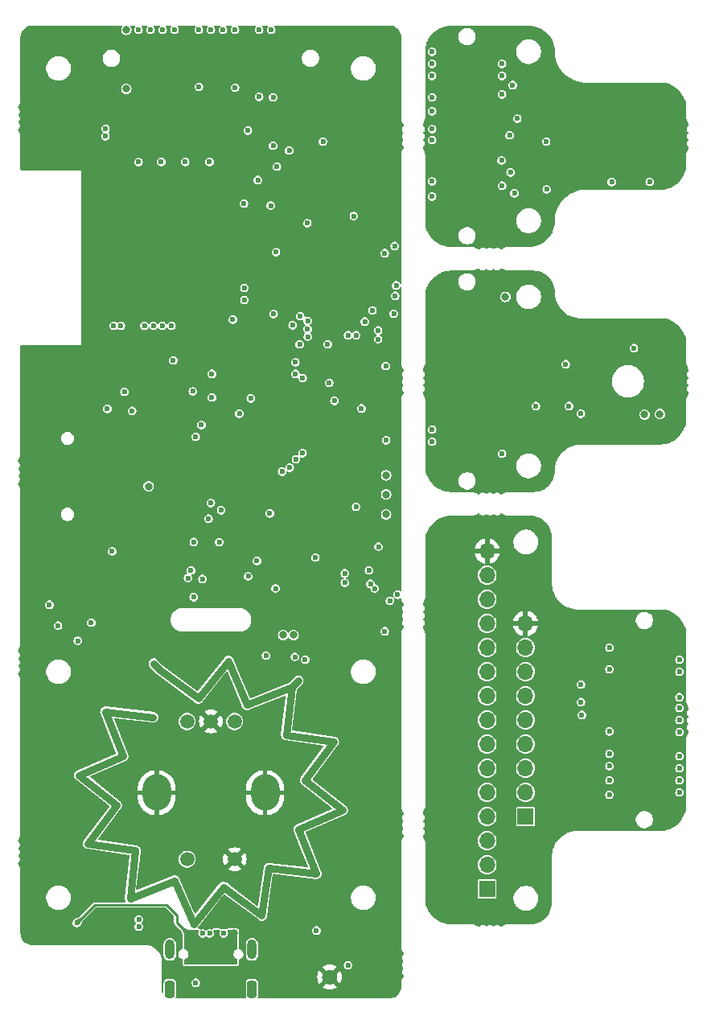
<source format=gbr>
%TF.GenerationSoftware,KiCad,Pcbnew,8.0.3*%
%TF.CreationDate,2024-06-12T08:46:35+02:00*%
%TF.ProjectId,EVT-PCB,4556542d-5043-4422-9e6b-696361645f70,rev?*%
%TF.SameCoordinates,PX3d6aa80PY9402a00*%
%TF.FileFunction,Copper,L2,Inr*%
%TF.FilePolarity,Positive*%
%FSLAX46Y46*%
G04 Gerber Fmt 4.6, Leading zero omitted, Abs format (unit mm)*
G04 Created by KiCad (PCBNEW 8.0.3) date 2024-06-12 08:46:35*
%MOMM*%
%LPD*%
G01*
G04 APERTURE LIST*
G04 Aperture macros list*
%AMRoundRect*
0 Rectangle with rounded corners*
0 $1 Rounding radius*
0 $2 $3 $4 $5 $6 $7 $8 $9 X,Y pos of 4 corners*
0 Add a 4 corners polygon primitive as box body*
4,1,4,$2,$3,$4,$5,$6,$7,$8,$9,$2,$3,0*
0 Add four circle primitives for the rounded corners*
1,1,$1+$1,$2,$3*
1,1,$1+$1,$4,$5*
1,1,$1+$1,$6,$7*
1,1,$1+$1,$8,$9*
0 Add four rect primitives between the rounded corners*
20,1,$1+$1,$2,$3,$4,$5,0*
20,1,$1+$1,$4,$5,$6,$7,0*
20,1,$1+$1,$6,$7,$8,$9,0*
20,1,$1+$1,$8,$9,$2,$3,0*%
G04 Aperture macros list end*
%TA.AperFunction,ComponentPad*%
%ADD10O,1.000000X2.100000*%
%TD*%
%TA.AperFunction,ComponentPad*%
%ADD11RoundRect,0.250000X-0.250000X-0.650000X0.250000X-0.650000X0.250000X0.650000X-0.250000X0.650000X0*%
%TD*%
%TA.AperFunction,ComponentPad*%
%ADD12R,1.700000X1.700000*%
%TD*%
%TA.AperFunction,ComponentPad*%
%ADD13O,1.700000X1.700000*%
%TD*%
%TA.AperFunction,ComponentPad*%
%ADD14C,1.500000*%
%TD*%
%TA.AperFunction,ComponentPad*%
%ADD15O,3.000000X3.800000*%
%TD*%
%TA.AperFunction,ComponentPad*%
%ADD16C,1.625000*%
%TD*%
%TA.AperFunction,ViaPad*%
%ADD17C,0.800000*%
%TD*%
%TA.AperFunction,ViaPad*%
%ADD18C,0.600000*%
%TD*%
%TA.AperFunction,Conductor*%
%ADD19C,0.800000*%
%TD*%
%TA.AperFunction,Conductor*%
%ADD20C,0.254000*%
%TD*%
G04 APERTURE END LIST*
D10*
%TO.N,unconnected-(J301-SHELL_GND_4-PadSH1)*%
%TO.C,J301*%
X22980000Y5405000D03*
%TO.N,unconnected-(J301-SHELL_GND__1-PadSH2)*%
X31620000Y5405000D03*
D11*
%TO.N,unconnected-(J301-SHELL_GND__2-PadSH3)*%
X22980000Y1225000D03*
%TO.N,unconnected-(J301-SHELL_GND__3-PadSH4)*%
X31620000Y1225000D03*
%TD*%
D12*
%TO.N,+3V3*%
%TO.C,J1304*%
X56375000Y11780000D03*
D13*
%TO.N,/Dev Module/ESP32_IO0*%
X56375000Y14320000D03*
%TO.N,/Dev Module/ESP32_IO1*%
X56375000Y16860000D03*
%TO.N,/Dev Module/ESP32_IO2*%
X56375000Y19400000D03*
%TO.N,/Dev Module/ESP32_IO3*%
X56375000Y21940000D03*
%TO.N,/Dev Module/ESP32_IO4*%
X56375000Y24480000D03*
%TO.N,/Dev Module/ESP32_IO5*%
X56375000Y27020000D03*
%TO.N,/Dev Module/ESP32_IO6*%
X56375000Y29560000D03*
%TO.N,/Dev Module/ESP32_IO7*%
X56375000Y32100000D03*
%TO.N,/Dev Module/ESP32_IO8*%
X56375000Y34640000D03*
%TO.N,/Dev Module/ESP32_IO9*%
X56375000Y37180000D03*
%TO.N,/Dev Module/ESP32_IO10*%
X56375000Y39720000D03*
%TO.N,/Dev Module/SCL*%
X56375000Y42260000D03*
%TO.N,/Dev Module/SDA*%
X56375000Y44800000D03*
%TO.N,GND*%
X56375000Y47340000D03*
%TD*%
D14*
%TO.N,GND*%
%TO.C,E501*%
X29800000Y14900000D03*
%TO.N,Net-(E501-NO)*%
X24800000Y14900000D03*
%TO.N,Net-(E501-A)*%
X29800000Y29400000D03*
%TO.N,Net-(E501-B)*%
X24800000Y29400000D03*
%TO.N,GND*%
X27300000Y29400000D03*
D15*
X33000000Y21900000D03*
X21600000Y21900000D03*
%TD*%
D12*
%TO.N,+3V3*%
%TO.C,J1302*%
X60425000Y19400000D03*
D13*
%TO.N,/Dev Module/ATSAMD_IO11*%
X60425000Y21940000D03*
%TO.N,/Dev Module/ATSAMD_IO12*%
X60425000Y24480000D03*
%TO.N,/Dev Module/ATSAMD_IO13*%
X60425000Y27020000D03*
%TO.N,/Dev Module/ATSAMD_IO14*%
X60425000Y29560000D03*
%TO.N,/Dev Module/ATSAMD_IO15*%
X60425000Y32100000D03*
%TO.N,/Dev Module/ATSAMD_IO16*%
X60425000Y34640000D03*
%TO.N,/Dev Module/ATSAMD_IO17*%
X60425000Y37180000D03*
%TO.N,GND*%
X60425000Y39720000D03*
%TD*%
D16*
%TO.N,GND*%
%TO.C,M601*%
X39800000Y2500000D03*
%TD*%
D17*
%TO.N,+3V3*%
X18400000Y96000000D03*
D18*
X35233533Y27987614D03*
D17*
X45750000Y55300000D03*
X18400000Y102200000D03*
D18*
X41180228Y20072633D03*
X33900000Y72300000D03*
X25700000Y59368365D03*
X27300000Y52400000D03*
X41750000Y70050000D03*
X32657568Y8965687D03*
X36538795Y18073166D03*
X43150000Y62350000D03*
D17*
X74550000Y61750000D03*
D18*
X28179397Y48279397D03*
X16193053Y30422660D03*
X21300000Y35500000D03*
X42350000Y82600000D03*
X45600000Y38900000D03*
X45750000Y59000000D03*
X18061205Y25726834D03*
X36500000Y33700000D03*
X31126834Y31138795D03*
X13419772Y23727367D03*
D17*
X45750000Y51200000D03*
D18*
X25994738Y31814449D03*
X33600000Y83700000D03*
D17*
X58300000Y74100000D03*
D18*
X43950000Y45300000D03*
X29127367Y35780228D03*
X21942432Y34834313D03*
X27050000Y50750000D03*
D17*
X20750000Y54150000D03*
D18*
X23473166Y12661205D03*
X37214449Y23205262D03*
X34150000Y78800000D03*
X25472633Y8019772D03*
X35822660Y33006947D03*
X36650000Y69100000D03*
X33387614Y13966467D03*
X46800000Y75300000D03*
X18777340Y10793053D03*
X45700000Y66800004D03*
X17385551Y20594738D03*
X62600000Y90450000D03*
X37450000Y81850000D03*
X16900000Y47300000D03*
X61500000Y62600000D03*
X16200000Y91800000D03*
X65000000Y62600000D03*
D17*
X45750000Y53300000D03*
D18*
X38406947Y13377340D03*
X28605262Y11985551D03*
X40234313Y27257568D03*
X14365687Y16542432D03*
X19366467Y15812386D03*
X25500000Y48300000D03*
X41748000Y3752000D03*
X38406947Y7393053D03*
X21212386Y29833533D03*
X16200000Y91000000D03*
X50580000Y99890000D03*
%TO.N,GND*%
X75075000Y40100000D03*
X40200000Y62250000D03*
X20900000Y37800000D03*
X25000000Y1200000D03*
X57900000Y101200000D03*
X14065000Y95980000D03*
X30300000Y30800000D03*
X41600000Y57300000D03*
X54550000Y15340000D03*
X57950000Y93540000D03*
X44545000Y14700000D03*
X16605000Y78200000D03*
X11900000Y88000000D03*
X34100000Y66300000D03*
X14200000Y71000000D03*
X54550000Y28040000D03*
X37200000Y53400000D03*
X42100000Y77300000D03*
X14200000Y79800000D03*
X74700000Y68100000D03*
X12550000Y39600000D03*
X60700000Y60700000D03*
X62325000Y101060000D03*
X13900000Y14000000D03*
X30100000Y78200000D03*
X30600000Y70700000D03*
X37500000Y33100000D03*
D17*
X35100000Y43400000D03*
D18*
X26765000Y19780000D03*
X62275735Y30325735D03*
X12000000Y38500000D03*
X14200000Y78200000D03*
X33200000Y56800000D03*
X60450000Y16700000D03*
X29600000Y12500000D03*
X59500000Y68600000D03*
X14200000Y83800000D03*
X44545000Y32480000D03*
X43200000Y78400000D03*
X25200000Y95900000D03*
X37600000Y57200000D03*
X34300000Y28200000D03*
X39465000Y12160000D03*
X38650000Y62250000D03*
X40200000Y56600000D03*
X20943449Y34645425D03*
X59785000Y57880000D03*
X14200000Y83000000D03*
X8985000Y62960000D03*
X36925000Y3440000D03*
X26765000Y14700000D03*
X39400000Y55000000D03*
X21685000Y7080000D03*
X16605000Y75660000D03*
X54550000Y45820000D03*
X14200000Y75800000D03*
X21685000Y50260000D03*
X16605000Y32480000D03*
X52010000Y25500000D03*
D17*
X31150000Y7200000D03*
D18*
X12200000Y55000000D03*
X31845000Y17240000D03*
X27400000Y53700000D03*
X31500000Y95900000D03*
X14200000Y92400000D03*
X18969790Y28291995D03*
X61900000Y67300000D03*
X37400000Y68400000D03*
X63550000Y20500000D03*
X40200000Y54200000D03*
X54550000Y33120000D03*
X13924265Y36324265D03*
X68400000Y59000000D03*
X18400000Y20900000D03*
X19600000Y9400000D03*
X25929475Y11489829D03*
X14200000Y79000000D03*
X14200000Y72600000D03*
X21300000Y66759998D03*
X67400000Y61800000D03*
X43200000Y73800000D03*
X33300000Y60900000D03*
X62325000Y57880000D03*
X19145000Y75660000D03*
X52010000Y20420000D03*
X40800000Y57300000D03*
X38700000Y49500000D03*
X31700000Y88300000D03*
X34385000Y7080000D03*
X44000000Y57300000D03*
X30500000Y79500000D03*
X41834000Y49700000D03*
X34800000Y90200000D03*
X42250000Y90850000D03*
X61200000Y96600000D03*
X42900000Y45800000D03*
X40200000Y55800000D03*
X38010270Y30118279D03*
X44700000Y49400000D03*
X19145000Y83280000D03*
X32466226Y34372374D03*
X35800000Y49200000D03*
X42900000Y45000000D03*
X40200000Y55000000D03*
X44200000Y82500000D03*
X25000000Y50400000D03*
X10300000Y59200000D03*
X35518279Y11189730D03*
X40684506Y23662104D03*
X41700000Y46200000D03*
X50580000Y57580000D03*
X63575735Y23800000D03*
X20000000Y54900000D03*
X54755000Y50260000D03*
X52165000Y101060000D03*
X74700000Y63100000D03*
X62850000Y22600000D03*
X42005000Y37560000D03*
X39400000Y54200000D03*
X43800000Y1100000D03*
X38700000Y51000000D03*
X62500000Y92300000D03*
X63800000Y72200000D03*
X16300000Y71500000D03*
X8985000Y95980000D03*
X52165000Y75660000D03*
X64850000Y27700000D03*
X75900000Y59500000D03*
X75600000Y93440000D03*
X40700000Y36300000D03*
X42005000Y9620000D03*
X7900000Y68400000D03*
X26800000Y31400000D03*
X24225000Y83280000D03*
X33700000Y30230210D03*
X39600000Y51000000D03*
X11525000Y65500000D03*
X76700000Y62700000D03*
X42005000Y12160000D03*
X52010000Y12800000D03*
X11525000Y7080000D03*
X50580000Y87190000D03*
X30524265Y65500000D03*
X16889829Y23270525D03*
X57950000Y56310000D03*
X12700000Y68400000D03*
X38700000Y69100000D03*
X58550000Y45900000D03*
X50580000Y56310000D03*
X25200000Y94900000D03*
X33500000Y79900000D03*
X36700000Y79600000D03*
X26765000Y83280000D03*
X36100000Y34600000D03*
X62050000Y25000000D03*
X52010000Y17880000D03*
X14200000Y71800000D03*
X52010000Y33120000D03*
X57295000Y50260000D03*
X19100000Y25600000D03*
X75075000Y19780000D03*
X37200000Y52500000D03*
X39400000Y53400000D03*
X21685000Y57880000D03*
X16900000Y48200000D03*
X20300000Y89200000D03*
X44545000Y101060000D03*
X36400000Y96100000D03*
X20200000Y35300000D03*
X75600000Y88360000D03*
X54550000Y35660000D03*
X65950000Y39700000D03*
X70900000Y69000000D03*
X42450000Y93050000D03*
X37100000Y6300000D03*
X8985000Y7080000D03*
X9500000Y88000000D03*
X57950000Y67740000D03*
X34800000Y52200000D03*
X57950000Y87200000D03*
X33542914Y53522835D03*
X42005000Y27400000D03*
X8985000Y98520000D03*
X14065000Y98520000D03*
X35630210Y15508005D03*
X22300000Y36200000D03*
X34385000Y17240000D03*
X35400000Y67700000D03*
X54550000Y30580000D03*
X11525000Y90900000D03*
X24300000Y71000000D03*
X50580000Y82110000D03*
X43200000Y57300000D03*
X37710171Y20529475D03*
X41150000Y73800000D03*
X34600000Y94900000D03*
X42005000Y14700000D03*
X44545000Y22320000D03*
X52010000Y43280000D03*
X36800000Y32500000D03*
X41134000Y49700000D03*
X16600000Y43300000D03*
X20600000Y28900000D03*
X45100000Y50000000D03*
X42005000Y29940000D03*
X42900000Y46600000D03*
X62325000Y80740000D03*
X14200000Y84600000D03*
X41300000Y75700000D03*
X20908005Y13569790D03*
X50580000Y83380000D03*
X14200000Y77400000D03*
X11100000Y88000000D03*
X54550000Y38200000D03*
X7900000Y88000000D03*
X52010000Y45820000D03*
X67600000Y66400000D03*
X44545000Y95980000D03*
X75300000Y71200000D03*
X57900000Y80500000D03*
X54550000Y48360000D03*
X34500000Y36200000D03*
X8985000Y65500000D03*
X21685000Y14700000D03*
X26765000Y17240000D03*
X44838397Y66746201D03*
X42600000Y63000000D03*
X12700000Y88000000D03*
D17*
X23450000Y7200000D03*
D18*
X29200000Y95300000D03*
X44600000Y80800000D03*
X59150000Y15000000D03*
X38900000Y58700000D03*
X22133774Y9427626D03*
X46500000Y38200000D03*
X24400000Y13100000D03*
X62375000Y12160000D03*
X16605000Y52800000D03*
X7600000Y19300000D03*
X16900000Y10800000D03*
X19081721Y32610270D03*
X45000000Y88300000D03*
X15800000Y60900000D03*
X44545000Y17240000D03*
X39400000Y52600000D03*
X37000735Y25918176D03*
X23200000Y79650000D03*
X65550000Y88800000D03*
X59785000Y75660000D03*
X43200000Y76100000D03*
X71050000Y19300000D03*
X26068400Y57071929D03*
X44545000Y27400000D03*
X68650000Y35400000D03*
X29305000Y19780000D03*
X10300000Y51200000D03*
X62375000Y45180000D03*
X41275000Y63200000D03*
X9700000Y30900000D03*
X63650000Y28900000D03*
X44700000Y48600000D03*
X23900000Y48300000D03*
X29305000Y22320000D03*
X54550000Y20420000D03*
X74700000Y65700000D03*
X31318176Y12199265D03*
X12300000Y60900000D03*
X44545000Y19780000D03*
X52010000Y38200000D03*
X66150000Y36600000D03*
X59835000Y50260000D03*
X44545000Y7080000D03*
X14827626Y27066226D03*
X52010000Y48360000D03*
X62325000Y83280000D03*
X37500000Y87700000D03*
X33900000Y88800000D03*
X54550000Y22960000D03*
X23700000Y44900000D03*
X17200000Y91800000D03*
X35900000Y69600000D03*
X9500000Y25800000D03*
X38700000Y50300000D03*
X62700000Y88850000D03*
X11900000Y68400000D03*
X25200000Y89200000D03*
X39650000Y82500000D03*
X14200000Y80600000D03*
X13600000Y89600000D03*
X32600000Y14600000D03*
X64100000Y58300000D03*
X29305000Y17240000D03*
X39400000Y55800000D03*
X58400000Y72200000D03*
X52010000Y28040000D03*
X44400000Y94700000D03*
X28800000Y48900000D03*
X24760000Y102200000D03*
X14200000Y82200000D03*
X11525000Y101060000D03*
X27050000Y44800000D03*
X57950000Y82110000D03*
X26765000Y27400000D03*
X67600000Y63900000D03*
X24900000Y59300000D03*
X8700000Y68400000D03*
X25000000Y62800000D03*
X62325000Y55340000D03*
X16605000Y35020000D03*
X50580000Y92750000D03*
X19080000Y91300000D03*
X10300000Y68400000D03*
X52010000Y22960000D03*
X30100000Y36300000D03*
X37800000Y97300000D03*
X62325000Y75660000D03*
X39600000Y50300000D03*
X17599265Y17881824D03*
X14200000Y74200000D03*
X59000000Y66800000D03*
X19600000Y7000000D03*
X31500000Y95000000D03*
X65650000Y32700000D03*
X13800000Y30100000D03*
X58450000Y43500000D03*
X14065000Y101060000D03*
X61950000Y27400000D03*
X18900000Y89225000D03*
X40200000Y52600000D03*
X54550000Y12800000D03*
X42005000Y17240000D03*
X46900000Y77850000D03*
X36400000Y23800000D03*
X59000000Y63200000D03*
X9500000Y68400000D03*
X52165000Y55340000D03*
X16605000Y80740000D03*
X17300000Y101600000D03*
X38200000Y58000000D03*
X25000000Y2600000D03*
X13915494Y20137896D03*
X76620000Y38440000D03*
X41650000Y6300000D03*
X29200000Y8700000D03*
X22200000Y89200000D03*
X71700000Y62400000D03*
X69250000Y27010000D03*
X58450000Y32200000D03*
X52165000Y80740000D03*
X12800000Y30900000D03*
X53550000Y10600000D03*
X54550000Y17880000D03*
X76620000Y27010000D03*
X14200000Y81400000D03*
X40700000Y47100000D03*
X25537896Y35284506D03*
X44950000Y45220001D03*
X19700000Y16900000D03*
X40200000Y53400000D03*
X50580000Y67740000D03*
X62375000Y9620000D03*
X39772374Y16733774D03*
X22700000Y35500000D03*
X39465000Y32480000D03*
X34900000Y77500000D03*
X44800000Y57300000D03*
X54550000Y43280000D03*
X67650000Y95100000D03*
X28200000Y25900000D03*
X65600000Y93100000D03*
X69250000Y33360000D03*
X44545000Y24860000D03*
X76620000Y37170000D03*
X71700000Y95100000D03*
X17300000Y96000000D03*
X29300000Y1500000D03*
X54550000Y25500000D03*
X61675735Y87975735D03*
X76700000Y67900000D03*
X62375000Y47720000D03*
X42700000Y65500000D03*
X8700000Y88000000D03*
X17900000Y37400000D03*
X7850000Y13900000D03*
X52010000Y15340000D03*
X38400000Y82400000D03*
X10600000Y47500000D03*
X42300000Y38900000D03*
X72900000Y67000000D03*
X42005000Y95980000D03*
X13500000Y88000000D03*
X50580000Y61390000D03*
X16605000Y83280000D03*
X16589730Y13681721D03*
X27400000Y72100000D03*
X34385000Y4540000D03*
X33600000Y84800000D03*
X42005000Y101060000D03*
X63600000Y85300000D03*
X33224265Y96124265D03*
X38400000Y89600000D03*
X28670525Y32310171D03*
X61850000Y85300000D03*
X59000000Y54600000D03*
X9100000Y42500000D03*
X16605000Y57880000D03*
X30100000Y73100000D03*
X57295000Y9620000D03*
X13950000Y45975000D03*
X65650000Y22500000D03*
X62325000Y73120000D03*
X45700000Y89800000D03*
X28200000Y42500000D03*
X14200000Y85400000D03*
X31110000Y102200000D03*
X42005000Y32480000D03*
X26765000Y22320000D03*
X52010000Y35660000D03*
X58450000Y34700000D03*
X43900000Y48600000D03*
X76620000Y33360000D03*
X14200000Y73400000D03*
X26550000Y89200000D03*
X11525000Y95980000D03*
X35400000Y33900000D03*
X10100000Y38600000D03*
X21600000Y52900000D03*
X44545000Y29940000D03*
X9500000Y21400000D03*
X20000000Y71900000D03*
X37300000Y101500000D03*
X58450000Y37200000D03*
X71500000Y59000000D03*
X14200000Y75000000D03*
X67455000Y19780000D03*
X62375000Y14700000D03*
X16605000Y73120000D03*
X42534000Y49700000D03*
X23281824Y31600735D03*
X69250000Y38440000D03*
X11100000Y68400000D03*
X42400000Y57300000D03*
X38700000Y34500000D03*
X52010000Y40740000D03*
X29300000Y2800000D03*
X57800000Y76000000D03*
X15900000Y8200000D03*
X52010000Y30580000D03*
X42900000Y83200000D03*
X11525000Y32480000D03*
X20400000Y63300000D03*
X45000000Y86600000D03*
X18700000Y71500000D03*
X65650000Y34100000D03*
X43900000Y49400000D03*
X33200000Y55000000D03*
X14200000Y76600000D03*
X67350000Y26900000D03*
X10300000Y88000000D03*
X54550000Y40740000D03*
X32600000Y68400000D03*
D17*
X35100000Y42500000D03*
D18*
X45900000Y59900000D03*
X30100000Y76950000D03*
X46600000Y3900000D03*
X58450000Y39600000D03*
X16605000Y50260000D03*
X36100000Y19000000D03*
X50580000Y89100000D03*
X62325000Y98520000D03*
X13500000Y68400000D03*
X60350000Y91500000D03*
X52215000Y50260000D03*
X51450000Y9900000D03*
X45300000Y75500000D03*
X22275000Y44900000D03*
X39700000Y88600000D03*
%TO.N,+5V*%
X41400000Y45000000D03*
D17*
X29400000Y4300000D03*
D18*
X41400000Y44000000D03*
X44550000Y43400000D03*
X38300000Y46650000D03*
X44100000Y43900000D03*
D17*
X25200000Y4300000D03*
D18*
X13200000Y8200000D03*
D17*
X29700000Y7100000D03*
X24900000Y7050000D03*
D18*
%TO.N,/Supply/BUCK_FB*%
X44950000Y47800000D03*
X42584000Y52000000D03*
D17*
%TO.N,+BATT*%
X36000000Y38500000D03*
X34900000Y38500000D03*
D18*
%TO.N,/LEAT_ENC_SW*%
X33500000Y51300000D03*
X33103809Y36341081D03*
%TO.N,/Camera Module/PCLK*%
X59070000Y96380000D03*
X50580000Y90600000D03*
%TO.N,+2V8*%
X69500000Y86175000D03*
%TO.N,/Camera Module/~{RESET}*%
X50580000Y84650000D03*
X62650000Y85400000D03*
%TO.N,+1V5*%
X73500000Y86200000D03*
%TO.N,/LCD_SDA*%
X27400000Y66000000D03*
%TO.N,/USB_D-*%
X17075000Y71050000D03*
%TO.N,/USB_D+*%
X17825000Y71050000D03*
%TO.N,/SD_CARDDET*%
X28374265Y51625735D03*
X43500000Y71500000D03*
%TO.N,/SD_CLK*%
X19000000Y62100000D03*
%TO.N,/SD_MOSI*%
X26300000Y60600000D03*
%TO.N,/SD_MISO*%
X18200000Y64100000D03*
%TO.N,/MOD_IO14*%
X45600000Y78700000D03*
X29840000Y96110000D03*
%TO.N,/LEAT/LEAT_ENC_B*%
X36250000Y57000000D03*
X36150000Y36200000D03*
X44900001Y70561523D03*
X36200000Y66000000D03*
%TO.N,/LEAT/LEAT_ENC_A*%
X36950000Y57650000D03*
X37225000Y35925000D03*
X36950000Y65550000D03*
X44900001Y69642284D03*
%TO.N,/MOD_IO13*%
X28575000Y102200000D03*
X44303524Y72650000D03*
%TO.N,/MOD_EEPROM*%
X35900000Y71100000D03*
X34250000Y87800000D03*
%TO.N,/MOD_IO3*%
X20950000Y102200000D03*
X22070000Y88300000D03*
%TO.N,/MOD_PWDN*%
X33650000Y102200000D03*
X36700000Y72050000D03*
X33850000Y90000000D03*
X33850000Y95100000D03*
%TO.N,/MOD_DET*%
X39100000Y90450000D03*
X39590380Y69109620D03*
%TO.N,/MOD_SDA*%
X32375000Y95150000D03*
X32375000Y102200000D03*
%TO.N,/MOD_IO7*%
X23475000Y102200000D03*
X27150000Y88300000D03*
%TO.N,/MOD_IO15*%
X29840000Y102200000D03*
X46650000Y79450000D03*
%TO.N,/MOD_IO12*%
X31200000Y91600000D03*
X37500000Y69900000D03*
%TO.N,/MOD_IO11*%
X37485355Y70714645D03*
X27300000Y102200000D03*
%TO.N,/MOD_RESET*%
X35550000Y89500000D03*
X37486090Y71563910D03*
%TO.N,/MOD_IO5*%
X22225000Y102200000D03*
X24600000Y88300000D03*
%TO.N,/MOD_IO8*%
X32250000Y86400000D03*
X26025000Y96200000D03*
%TO.N,/MOD_IO1*%
X19680000Y88280000D03*
X19680000Y102200000D03*
%TO.N,/MOD_IO9*%
X30777818Y83922182D03*
X26025000Y102200000D03*
%TO.N,Net-(J301-CC2)*%
X28650000Y7100000D03*
%TO.N,Net-(J301-CC1)*%
X25700000Y1900000D03*
%TO.N,/MAIN_SDA*%
X32150000Y46300000D03*
X25200000Y45300000D03*
X39750000Y65050000D03*
X30835000Y73765000D03*
%TO.N,/LCD_RS*%
X25400000Y64150000D03*
%TO.N,/LCD_SCL*%
X31500000Y63400000D03*
%TO.N,/TP_INT*%
X29600000Y71700000D03*
X25485824Y42495089D03*
%TO.N,/LCD_CS*%
X30300000Y61800000D03*
X26411200Y44400000D03*
X23340000Y67400000D03*
%TO.N,/~{LCD_RESET}*%
X27400000Y63500000D03*
%TO.N,/MAIN_SCL*%
X30835000Y75035000D03*
X24900000Y44500000D03*
X40300000Y63142759D03*
X31224265Y44675735D03*
%TO.N,/Camera Module/VSYNC*%
X57900000Y88450000D03*
%TO.N,/Camera Module/DATA2*%
X50580000Y98620000D03*
%TO.N,/Camera Module/DATA4*%
X50580000Y97350000D03*
%TO.N,/Camera Module/HSYNC*%
X50580000Y91750000D03*
%TO.N,/Camera Module/SCL*%
X50580000Y86250000D03*
%TO.N,/Camera Module/PWDN*%
X58850000Y87200000D03*
%TO.N,/Camera Module/DATA5*%
X57950000Y97350000D03*
%TO.N,/Camera Module/DATA9*%
X58750000Y91100000D03*
%TO.N,/Camera Module/DATA6*%
X50580000Y95100000D03*
%TO.N,/SD_CS*%
X16400000Y62300000D03*
%TO.N,/Camera Module/DATA7*%
X57950000Y95400000D03*
%TO.N,/Camera Module/DATA8*%
X50580000Y93620764D03*
%TO.N,/Camera Module/DATA3*%
X57950000Y98620000D03*
%TO.N,/Camera Module/SDA*%
X57950000Y85800000D03*
D17*
%TO.N,Net-(U1201-VBACKUP)*%
X72950000Y61700000D03*
D18*
%TO.N,/Mountain Module/SCL*%
X71825000Y68700000D03*
X50580000Y60120000D03*
X64650000Y67000000D03*
%TO.N,/Mountain Module/EEPROM*%
X57950000Y57580000D03*
%TO.N,/Mountain Module/~{RESET}*%
X50580000Y58850000D03*
X66250000Y61800000D03*
%TO.N,/BATM_INT*%
X36200000Y67200000D03*
X34100000Y43400000D03*
X35600000Y56126346D03*
X42600000Y70050000D03*
%TO.N,/LEAT/NEOPIXEL*%
X34800000Y55700000D03*
%TO.N,GNDA*%
X59250000Y85000000D03*
%TO.N,/I2S_BCLK*%
X21250000Y71050000D03*
X11200000Y39500000D03*
%TO.N,/I2S_DIN*%
X13300000Y37900000D03*
X22200000Y71050000D03*
%TO.N,/I2S_LRCLK*%
X23150000Y71050000D03*
X14700000Y39800000D03*
%TO.N,/BATM_STAT1*%
X46700000Y74200000D03*
X46950000Y42750000D03*
%TO.N,/BATM_STAT2*%
X46150000Y42100000D03*
X46550000Y72325000D03*
%TO.N,/I2S_DOUT*%
X20300000Y71050000D03*
X10300000Y41700000D03*
%TO.N,/Dev Module/ESP32_IO2*%
X76620000Y23200000D03*
%TO.N,/Dev Module/ESP32_IO4*%
X76620000Y24470000D03*
%TO.N,/Dev Module/ATSAMD_IO16*%
X66250000Y33300000D03*
X76620000Y35900000D03*
%TO.N,/Dev Module/ESP32_IO0*%
X76620000Y21930000D03*
%TO.N,/Dev Module/ATSAMD_IO12*%
X66350000Y30100000D03*
X76620000Y30820000D03*
%TO.N,/Dev Module/ATSAMD_IO14*%
X66250000Y31440000D03*
X76620000Y31950000D03*
%TO.N,/Dev Module/SCL*%
X76620000Y34630000D03*
%TO.N,/Dev Module/ESP32_IO9*%
X69250000Y28350000D03*
%TO.N,/Dev Module/ESP32_IO10*%
X76620000Y29550000D03*
%TO.N,/Dev Module/EEPROM*%
X69250000Y37170000D03*
%TO.N,/Dev Module/SDA*%
X69250000Y34900000D03*
%TO.N,/Dev Module/ESP32_IO3*%
X69250000Y23200000D03*
%TO.N,/Dev Module/ESP32_IO7*%
X69250000Y26000000D03*
%TO.N,/Dev Module/ESP32_IO5*%
X69250000Y24700000D03*
%TO.N,/Dev Module/ESP32_IO1*%
X69250000Y21700000D03*
%TO.N,/Dev Module/ESP32_IO8*%
X76620000Y28280000D03*
%TO.N,/Dev Module/ESP32_IO6*%
X76620000Y25740000D03*
%TO.N,Net-(U1102-XCLK)*%
X59550000Y92850000D03*
%TO.N,/Supply/USBC_D+*%
X27175000Y7089945D03*
X19713892Y8575000D03*
%TO.N,/Supply/USBC_D-*%
X26425000Y7089945D03*
X19713892Y7825000D03*
%TD*%
D19*
%TO.N,+3V3*%
X23473166Y12661205D02*
X18777340Y10793053D01*
X31126834Y31138795D02*
X35822660Y33006947D01*
X21212386Y29833533D02*
X16193053Y30422660D01*
X35822660Y33006947D02*
X35233533Y27987614D01*
X21942432Y34834313D02*
X21300000Y35500000D01*
X36538795Y18073166D02*
X38406947Y13377340D01*
X38406947Y13377340D02*
X33387614Y13966467D01*
X19366467Y15812386D02*
X18777340Y10793053D01*
X21942432Y34834313D02*
X25994738Y31814449D01*
X13419772Y23727367D02*
X18061205Y25726834D01*
X18061205Y25726834D02*
X16193053Y30422660D01*
X41180228Y20072633D02*
X36538795Y18073166D01*
X35233533Y27987614D02*
X40234313Y27257568D01*
X29127367Y35780228D02*
X31126834Y31138795D01*
X14365687Y16542432D02*
X17385551Y20594738D01*
X17385551Y20594738D02*
X13419772Y23727367D01*
X19366467Y15812386D02*
X14365687Y16542432D01*
X25994738Y31814449D02*
X29127367Y35780228D01*
X28605262Y11985551D02*
X25472633Y8019772D01*
X25472633Y8019772D02*
X23473166Y12661205D01*
X32657568Y8965687D02*
X28605262Y11985551D01*
X37214449Y23205262D02*
X40234313Y27257568D01*
X35822660Y33006947D02*
X36500000Y33700000D01*
X37214449Y23205262D02*
X41180228Y20072633D01*
X33387614Y13966467D02*
X32657568Y8965687D01*
D20*
%TO.N,+5V*%
X23700000Y8250000D02*
X24900000Y7050000D01*
X23700000Y9000000D02*
X23700000Y8250000D01*
X22600000Y10100000D02*
X23700000Y9000000D01*
X15100000Y10100000D02*
X22600000Y10100000D01*
X13200000Y8200000D02*
X15100000Y10100000D01*
%TD*%
%TA.AperFunction,Conductor*%
%TO.N,GND*%
G36*
X55559923Y77078326D02*
G01*
X55562424Y77075474D01*
X55564510Y77073388D01*
X55564511Y77073387D01*
X55648387Y76989511D01*
X55648389Y76989510D01*
X55648390Y76989509D01*
X55751112Y76930202D01*
X55751114Y76930201D01*
X55751115Y76930201D01*
X55751117Y76930200D01*
X55808402Y76914851D01*
X55865688Y76899501D01*
X55865689Y76899500D01*
X55865691Y76899500D01*
X55984311Y76899500D01*
X55984311Y76899501D01*
X56098886Y76930201D01*
X56201613Y76989511D01*
X56247675Y77035574D01*
X56300000Y77057247D01*
X56352324Y77035574D01*
X56398387Y76989511D01*
X56398389Y76989510D01*
X56398390Y76989509D01*
X56501112Y76930202D01*
X56501114Y76930201D01*
X56501115Y76930201D01*
X56501117Y76930200D01*
X56558402Y76914851D01*
X56615688Y76899501D01*
X56615689Y76899500D01*
X56615691Y76899500D01*
X56734311Y76899500D01*
X56734311Y76899501D01*
X56848886Y76930201D01*
X56951613Y76989511D01*
X56997675Y77035574D01*
X57050000Y77057247D01*
X57102324Y77035574D01*
X57148387Y76989511D01*
X57148389Y76989510D01*
X57148390Y76989509D01*
X57251112Y76930202D01*
X57251114Y76930201D01*
X57251115Y76930201D01*
X57251117Y76930200D01*
X57308402Y76914851D01*
X57365688Y76899501D01*
X57365689Y76899500D01*
X57365691Y76899500D01*
X57484311Y76899500D01*
X57484311Y76899501D01*
X57598886Y76930201D01*
X57701613Y76989511D01*
X57785489Y77073387D01*
X57785489Y77073388D01*
X57788919Y77076817D01*
X57790663Y77075073D01*
X57832747Y77099367D01*
X57842403Y77100000D01*
X57898456Y77100000D01*
X57943907Y77084397D01*
X57988697Y77049535D01*
X58170958Y76950900D01*
X58366968Y76883610D01*
X58571381Y76849500D01*
X58625172Y76849500D01*
X61205830Y76849500D01*
X61247764Y76849500D01*
X61252231Y76849366D01*
X61516687Y76833369D01*
X61525539Y76832295D01*
X61783955Y76784938D01*
X61792606Y76782805D01*
X62043411Y76704651D01*
X62051750Y76701490D01*
X62291316Y76593669D01*
X62299228Y76589516D01*
X62524030Y76453618D01*
X62531384Y76448542D01*
X62738170Y76286536D01*
X62744859Y76280610D01*
X62930609Y76094860D01*
X62936535Y76088171D01*
X63098541Y75881385D01*
X63103617Y75874031D01*
X63239515Y75649229D01*
X63243668Y75641317D01*
X63351485Y75401759D01*
X63354653Y75393403D01*
X63432801Y75142619D01*
X63434940Y75133943D01*
X63482292Y74875549D01*
X63483369Y74866678D01*
X63499365Y74602232D01*
X63499500Y74597764D01*
X63499500Y74445535D01*
X63507152Y74377625D01*
X63534089Y74138545D01*
X63534089Y74138544D01*
X63602829Y73837373D01*
X63602834Y73837357D01*
X63704863Y73545775D01*
X63838904Y73267437D01*
X64003265Y73005857D01*
X64167829Y72799500D01*
X64195880Y72764326D01*
X64414326Y72545880D01*
X64655857Y72353265D01*
X64917435Y72188905D01*
X65195771Y72054865D01*
X65487364Y71952832D01*
X65487369Y71952831D01*
X65487372Y71952830D01*
X65788543Y71884090D01*
X65788544Y71884090D01*
X65788548Y71884089D01*
X66095535Y71849500D01*
X66200172Y71849500D01*
X74555830Y71849500D01*
X74597917Y71849500D01*
X74602065Y71849385D01*
X74903708Y71832445D01*
X74911944Y71831516D01*
X75207719Y71781261D01*
X75215810Y71779415D01*
X75504119Y71696355D01*
X75511933Y71693621D01*
X75789122Y71578805D01*
X75796598Y71575205D01*
X76059182Y71430080D01*
X76066209Y71425665D01*
X76310901Y71252047D01*
X76317389Y71246872D01*
X76541091Y71046959D01*
X76546958Y71041092D01*
X76746871Y70817390D01*
X76752046Y70810902D01*
X76925664Y70566210D01*
X76930079Y70559183D01*
X77075204Y70296599D01*
X77078804Y70289123D01*
X77193616Y70011943D01*
X77196357Y70004110D01*
X77279414Y69715810D01*
X77281260Y69707720D01*
X77331514Y69411951D01*
X77332444Y69403704D01*
X77349384Y69102066D01*
X77349500Y69097917D01*
X77349500Y67096379D01*
X77383609Y66891970D01*
X77450899Y66695959D01*
X77450900Y66695958D01*
X77530159Y66549500D01*
X77549536Y66513696D01*
X77584396Y66468908D01*
X77600000Y66423456D01*
X77600000Y66367403D01*
X77578326Y66315077D01*
X77575468Y66312571D01*
X77489508Y66226610D01*
X77430201Y66123888D01*
X77430199Y66123883D01*
X77399500Y66009312D01*
X77399500Y65890689D01*
X77430199Y65776118D01*
X77430201Y65776113D01*
X77489508Y65673391D01*
X77489509Y65673390D01*
X77489511Y65673387D01*
X77535573Y65627325D01*
X77557247Y65575000D01*
X77535573Y65522676D01*
X77489511Y65476613D01*
X77489508Y65476610D01*
X77430201Y65373888D01*
X77430199Y65373883D01*
X77399500Y65259312D01*
X77399500Y65140689D01*
X77430199Y65026118D01*
X77430201Y65026113D01*
X77489508Y64923391D01*
X77489509Y64923390D01*
X77489511Y64923387D01*
X77535573Y64877325D01*
X77557247Y64825000D01*
X77535573Y64772676D01*
X77489511Y64726613D01*
X77489508Y64726610D01*
X77430201Y64623888D01*
X77430199Y64623883D01*
X77399500Y64509312D01*
X77399500Y64390689D01*
X77430199Y64276118D01*
X77430201Y64276113D01*
X77489508Y64173391D01*
X77489509Y64173390D01*
X77489511Y64173387D01*
X77573387Y64089511D01*
X77576817Y64086081D01*
X77575066Y64084331D01*
X77599363Y64042284D01*
X77600000Y64032598D01*
X77600000Y63976545D01*
X77584397Y63931094D01*
X77549537Y63886306D01*
X77549531Y63886296D01*
X77450899Y63704042D01*
X77383609Y63508031D01*
X77349500Y63303622D01*
X77349500Y61302084D01*
X77349384Y61297935D01*
X77332444Y60996297D01*
X77331514Y60988050D01*
X77281260Y60692281D01*
X77279414Y60684191D01*
X77196357Y60395891D01*
X77193616Y60388058D01*
X77078804Y60110878D01*
X77075204Y60103402D01*
X76930079Y59840818D01*
X76925664Y59833791D01*
X76752046Y59589099D01*
X76746871Y59582611D01*
X76546958Y59358909D01*
X76541091Y59353042D01*
X76317389Y59153129D01*
X76310901Y59147954D01*
X76066209Y58974336D01*
X76059182Y58969921D01*
X75796598Y58824796D01*
X75789122Y58821196D01*
X75511942Y58706384D01*
X75504109Y58703643D01*
X75215809Y58620586D01*
X75207719Y58618740D01*
X74911950Y58568486D01*
X74903703Y58567556D01*
X74602066Y58550616D01*
X74597917Y58550500D01*
X66294170Y58550500D01*
X66250000Y58550500D01*
X66095535Y58550500D01*
X65942041Y58533206D01*
X65788544Y58515911D01*
X65788543Y58515911D01*
X65487372Y58447171D01*
X65487356Y58447166D01*
X65195774Y58345137D01*
X64917436Y58211096D01*
X64655856Y58046735D01*
X64414326Y57854121D01*
X64195879Y57635674D01*
X64003265Y57394144D01*
X63838904Y57132564D01*
X63704863Y56854226D01*
X63602834Y56562644D01*
X63602829Y56562628D01*
X63534089Y56261457D01*
X63534089Y56261456D01*
X63534089Y56261452D01*
X63504214Y55996297D01*
X63499500Y55954462D01*
X63499500Y55802237D01*
X63499365Y55797769D01*
X63483369Y55533323D01*
X63482292Y55524452D01*
X63434940Y55266058D01*
X63432801Y55257382D01*
X63354653Y55006598D01*
X63351485Y54998242D01*
X63243668Y54758684D01*
X63239515Y54750772D01*
X63103617Y54525970D01*
X63098541Y54518616D01*
X62936535Y54311830D01*
X62930609Y54305141D01*
X62744859Y54119391D01*
X62738170Y54113465D01*
X62531384Y53951459D01*
X62524030Y53946383D01*
X62299228Y53810485D01*
X62291316Y53806332D01*
X62051758Y53698515D01*
X62043402Y53695347D01*
X61792618Y53617199D01*
X61783942Y53615060D01*
X61525548Y53567708D01*
X61516677Y53566631D01*
X61252232Y53550635D01*
X61247764Y53550500D01*
X58571378Y53550500D01*
X58366969Y53516391D01*
X58170958Y53449101D01*
X57988704Y53350469D01*
X57988694Y53350463D01*
X57943906Y53315603D01*
X57898455Y53300000D01*
X57842403Y53300000D01*
X57790077Y53321674D01*
X57787575Y53324527D01*
X57747675Y53364427D01*
X57701613Y53410489D01*
X57701610Y53410491D01*
X57701609Y53410492D01*
X57598887Y53469799D01*
X57598882Y53469801D01*
X57484311Y53500500D01*
X57484309Y53500500D01*
X57365691Y53500500D01*
X57365689Y53500500D01*
X57251117Y53469801D01*
X57251112Y53469799D01*
X57148390Y53410492D01*
X57148387Y53410490D01*
X57148387Y53410489D01*
X57102324Y53364427D01*
X57050000Y53342753D01*
X56997675Y53364427D01*
X56951613Y53410489D01*
X56951610Y53410491D01*
X56951609Y53410492D01*
X56848887Y53469799D01*
X56848882Y53469801D01*
X56734311Y53500500D01*
X56734309Y53500500D01*
X56615691Y53500500D01*
X56615689Y53500500D01*
X56501117Y53469801D01*
X56501112Y53469799D01*
X56398390Y53410492D01*
X56398387Y53410490D01*
X56398387Y53410489D01*
X56352324Y53364427D01*
X56300000Y53342753D01*
X56247675Y53364427D01*
X56201613Y53410489D01*
X56201610Y53410491D01*
X56201609Y53410492D01*
X56098887Y53469799D01*
X56098882Y53469801D01*
X55984311Y53500500D01*
X55984309Y53500500D01*
X55865691Y53500500D01*
X55865689Y53500500D01*
X55751117Y53469801D01*
X55751112Y53469799D01*
X55648390Y53410492D01*
X55561081Y53323183D01*
X55559336Y53324928D01*
X55517253Y53300633D01*
X55507597Y53300000D01*
X55451544Y53300000D01*
X55406092Y53315604D01*
X55398293Y53321674D01*
X55361303Y53350465D01*
X55250383Y53410492D01*
X55179041Y53449101D01*
X54983030Y53516391D01*
X54778621Y53550500D01*
X54778619Y53550500D01*
X54724828Y53550500D01*
X52602083Y53550500D01*
X52597934Y53550616D01*
X52296296Y53567556D01*
X52288049Y53568486D01*
X51992280Y53618740D01*
X51984190Y53620586D01*
X51695890Y53703643D01*
X51688057Y53706384D01*
X51410877Y53821196D01*
X51403401Y53824796D01*
X51140817Y53969921D01*
X51133790Y53974336D01*
X50889098Y54147954D01*
X50882610Y54153129D01*
X50658908Y54353042D01*
X50653041Y54358909D01*
X50453128Y54582611D01*
X50447953Y54589099D01*
X50402976Y54652488D01*
X50291446Y54809676D01*
X53357500Y54809676D01*
X53357500Y54630325D01*
X53392488Y54454424D01*
X53392491Y54454413D01*
X53461122Y54288721D01*
X53553575Y54150354D01*
X53560768Y54139590D01*
X53687590Y54012768D01*
X53836716Y53913125D01*
X53836721Y53913123D01*
X53836720Y53913123D01*
X54002412Y53844492D01*
X54002417Y53844490D01*
X54178324Y53809500D01*
X54178325Y53809500D01*
X54357675Y53809500D01*
X54357676Y53809500D01*
X54533583Y53844490D01*
X54699284Y53913125D01*
X54848410Y54012768D01*
X54975232Y54139590D01*
X55074875Y54288716D01*
X55143510Y54454417D01*
X55178500Y54630324D01*
X55178500Y54809676D01*
X55143510Y54985583D01*
X55138267Y54998242D01*
X55074877Y55151280D01*
X55074876Y55151282D01*
X55074875Y55151284D01*
X54975232Y55300410D01*
X54848410Y55427232D01*
X54699284Y55526875D01*
X54699280Y55526877D01*
X54699278Y55526878D01*
X54699279Y55526878D01*
X54533587Y55595509D01*
X54533576Y55595512D01*
X54401056Y55621872D01*
X54357676Y55630500D01*
X54178324Y55630500D01*
X54143525Y55623579D01*
X54002423Y55595512D01*
X54002412Y55595509D01*
X53836720Y55526878D01*
X53687593Y55427235D01*
X53560765Y55300407D01*
X53461122Y55151280D01*
X53392491Y54985588D01*
X53392488Y54985577D01*
X53357500Y54809676D01*
X50291446Y54809676D01*
X50274333Y54833794D01*
X50269920Y54840818D01*
X50189908Y54985588D01*
X50124795Y55103402D01*
X50121195Y55110878D01*
X50060511Y55257382D01*
X50006379Y55388067D01*
X50003645Y55395881D01*
X49920585Y55684191D01*
X49918739Y55692281D01*
X49900303Y55800787D01*
X49868484Y55988056D01*
X49867555Y55996297D01*
X49860066Y56129649D01*
X49850616Y56297935D01*
X49850500Y56302084D01*
X49850500Y56402354D01*
X59449500Y56402354D01*
X59449500Y56197647D01*
X59481522Y55995469D01*
X59481525Y55995456D01*
X59544777Y55800787D01*
X59637712Y55618390D01*
X59699517Y55533323D01*
X59758034Y55452781D01*
X59902781Y55308034D01*
X59972498Y55257382D01*
X60068389Y55187713D01*
X60156300Y55142921D01*
X60250781Y55094780D01*
X60250783Y55094780D01*
X60250786Y55094778D01*
X60445455Y55031526D01*
X60445461Y55031525D01*
X60445466Y55031523D01*
X60546557Y55015512D01*
X60647646Y54999500D01*
X60647648Y54999500D01*
X60852354Y54999500D01*
X60933224Y55012310D01*
X61054534Y55031523D01*
X61054541Y55031526D01*
X61054544Y55031526D01*
X61249213Y55094778D01*
X61249213Y55094779D01*
X61249219Y55094780D01*
X61431610Y55187713D01*
X61597219Y55308034D01*
X61741966Y55452781D01*
X61862287Y55618390D01*
X61955220Y55800781D01*
X62005155Y55954465D01*
X62018474Y55995456D01*
X62018474Y55995459D01*
X62018477Y55995466D01*
X62050500Y56197648D01*
X62050500Y56402352D01*
X62018477Y56604534D01*
X62018475Y56604539D01*
X62018474Y56604545D01*
X61955222Y56799214D01*
X61955220Y56799217D01*
X61955220Y56799219D01*
X61907079Y56893700D01*
X61862287Y56981611D01*
X61792356Y57077862D01*
X61741966Y57147219D01*
X61597219Y57291966D01*
X61533040Y57338594D01*
X61431610Y57412288D01*
X61249213Y57505223D01*
X61054544Y57568475D01*
X61054531Y57568478D01*
X60852354Y57600500D01*
X60852352Y57600500D01*
X60647648Y57600500D01*
X60647646Y57600500D01*
X60445468Y57568478D01*
X60445455Y57568475D01*
X60250786Y57505223D01*
X60068389Y57412288D01*
X59902785Y57291969D01*
X59902781Y57291966D01*
X59758034Y57147219D01*
X59758031Y57147216D01*
X59758031Y57147215D01*
X59637712Y56981611D01*
X59544777Y56799214D01*
X59481525Y56604545D01*
X59481522Y56604532D01*
X59449500Y56402354D01*
X49850500Y56402354D01*
X49850500Y57580000D01*
X57494867Y57580000D01*
X57513302Y57451777D01*
X57513302Y57451776D01*
X57513303Y57451774D01*
X57567118Y57333937D01*
X57651951Y57236033D01*
X57760931Y57165996D01*
X57885228Y57129500D01*
X58014772Y57129500D01*
X58139069Y57165996D01*
X58248049Y57236033D01*
X58332882Y57333937D01*
X58386697Y57451774D01*
X58405133Y57580000D01*
X58386697Y57708226D01*
X58332882Y57826063D01*
X58248049Y57923967D01*
X58154427Y57984134D01*
X58139068Y57994005D01*
X58014772Y58030500D01*
X57885228Y58030500D01*
X57760931Y57994005D01*
X57651954Y57923969D01*
X57651950Y57923966D01*
X57567119Y57826065D01*
X57567118Y57826064D01*
X57567118Y57826063D01*
X57540210Y57767145D01*
X57513302Y57708224D01*
X57494867Y57580000D01*
X49850500Y57580000D01*
X49850500Y58850000D01*
X50124867Y58850000D01*
X50143302Y58721777D01*
X50143302Y58721776D01*
X50143303Y58721774D01*
X50197118Y58603937D01*
X50281951Y58506033D01*
X50390931Y58435996D01*
X50515228Y58399500D01*
X50644772Y58399500D01*
X50769069Y58435996D01*
X50878049Y58506033D01*
X50962882Y58603937D01*
X51016697Y58721774D01*
X51035133Y58850000D01*
X51016697Y58978226D01*
X50962882Y59096063D01*
X50878049Y59193967D01*
X50811032Y59237036D01*
X50769068Y59264005D01*
X50644772Y59300500D01*
X50515228Y59300500D01*
X50390931Y59264005D01*
X50281954Y59193969D01*
X50281950Y59193966D01*
X50197119Y59096065D01*
X50143302Y58978224D01*
X50124867Y58850000D01*
X49850500Y58850000D01*
X49850500Y60120000D01*
X50124867Y60120000D01*
X50143302Y59991777D01*
X50143302Y59991776D01*
X50143303Y59991774D01*
X50197118Y59873937D01*
X50281951Y59776033D01*
X50390931Y59705996D01*
X50515228Y59669500D01*
X50644772Y59669500D01*
X50769069Y59705996D01*
X50878049Y59776033D01*
X50962882Y59873937D01*
X51016697Y59991774D01*
X51035133Y60120000D01*
X51016697Y60248226D01*
X50962882Y60366063D01*
X50878049Y60463967D01*
X50811032Y60507036D01*
X50769068Y60534005D01*
X50644772Y60570500D01*
X50515228Y60570500D01*
X50390931Y60534005D01*
X50281954Y60463969D01*
X50281950Y60463966D01*
X50197119Y60366065D01*
X50143302Y60248224D01*
X50124867Y60120000D01*
X49850500Y60120000D01*
X49850500Y61800000D01*
X65794867Y61800000D01*
X65813302Y61671777D01*
X65813302Y61671776D01*
X65813303Y61671774D01*
X65867118Y61553937D01*
X65951951Y61456033D01*
X66060931Y61385996D01*
X66185228Y61349500D01*
X66314772Y61349500D01*
X66439069Y61385996D01*
X66548049Y61456033D01*
X66632882Y61553937D01*
X66686697Y61671774D01*
X66690755Y61700000D01*
X72394750Y61700000D01*
X72413669Y61556292D01*
X72455198Y61456032D01*
X72469139Y61422375D01*
X72557379Y61307379D01*
X72672375Y61219139D01*
X72806291Y61163670D01*
X72950000Y61144750D01*
X73093709Y61163670D01*
X73227625Y61219139D01*
X73342621Y61307379D01*
X73430861Y61422375D01*
X73486330Y61556291D01*
X73505250Y61700000D01*
X73498667Y61750000D01*
X73994750Y61750000D01*
X74013669Y61606292D01*
X74069138Y61472377D01*
X74069139Y61472375D01*
X74157379Y61357379D01*
X74272375Y61269139D01*
X74406291Y61213670D01*
X74550000Y61194750D01*
X74693709Y61213670D01*
X74827625Y61269139D01*
X74942621Y61357379D01*
X75030861Y61472375D01*
X75086330Y61606291D01*
X75105250Y61750000D01*
X75086330Y61893709D01*
X75030861Y62027625D01*
X74942621Y62142621D01*
X74827625Y62230861D01*
X74827623Y62230862D01*
X74693708Y62286331D01*
X74550000Y62305250D01*
X74406291Y62286331D01*
X74272376Y62230862D01*
X74157379Y62142621D01*
X74069138Y62027624D01*
X74013669Y61893709D01*
X73994750Y61750000D01*
X73498667Y61750000D01*
X73486330Y61843709D01*
X73430861Y61977625D01*
X73342621Y62092621D01*
X73227625Y62180861D01*
X73215228Y62185996D01*
X73093708Y62236331D01*
X72950000Y62255250D01*
X72806291Y62236331D01*
X72672376Y62180862D01*
X72557379Y62092621D01*
X72469138Y61977624D01*
X72413669Y61843709D01*
X72394750Y61700000D01*
X66690755Y61700000D01*
X66705133Y61800000D01*
X66686697Y61928226D01*
X66632882Y62046063D01*
X66548049Y62143967D01*
X66481032Y62187036D01*
X66439068Y62214005D01*
X66314772Y62250500D01*
X66185228Y62250500D01*
X66060931Y62214005D01*
X65951954Y62143969D01*
X65951950Y62143966D01*
X65867119Y62046065D01*
X65813302Y61928224D01*
X65794867Y61800000D01*
X49850500Y61800000D01*
X49850500Y62600000D01*
X61044867Y62600000D01*
X61063302Y62471777D01*
X61063302Y62471776D01*
X61063303Y62471774D01*
X61117118Y62353937D01*
X61201951Y62256033D01*
X61310931Y62185996D01*
X61435228Y62149500D01*
X61564772Y62149500D01*
X61689069Y62185996D01*
X61798049Y62256033D01*
X61882882Y62353937D01*
X61936697Y62471774D01*
X61955133Y62600000D01*
X64544867Y62600000D01*
X64563302Y62471777D01*
X64563302Y62471776D01*
X64563303Y62471774D01*
X64617118Y62353937D01*
X64701951Y62256033D01*
X64810931Y62185996D01*
X64935228Y62149500D01*
X65064772Y62149500D01*
X65189069Y62185996D01*
X65298049Y62256033D01*
X65382882Y62353937D01*
X65436697Y62471774D01*
X65455133Y62600000D01*
X65436697Y62728226D01*
X65382882Y62846063D01*
X65298049Y62943967D01*
X65231032Y62987036D01*
X65189068Y63014005D01*
X65064772Y63050500D01*
X64935228Y63050500D01*
X64810931Y63014005D01*
X64701954Y62943969D01*
X64701950Y62943966D01*
X64617119Y62846065D01*
X64563302Y62728224D01*
X64544867Y62600000D01*
X61955133Y62600000D01*
X61936697Y62728226D01*
X61882882Y62846063D01*
X61798049Y62943967D01*
X61731032Y62987036D01*
X61689068Y63014005D01*
X61564772Y63050500D01*
X61435228Y63050500D01*
X61310931Y63014005D01*
X61201954Y62943969D01*
X61201950Y62943966D01*
X61117119Y62846065D01*
X61063302Y62728224D01*
X61044867Y62600000D01*
X49850500Y62600000D01*
X49850500Y63303619D01*
X49850499Y63303622D01*
X49841787Y63355830D01*
X49816390Y63508032D01*
X49749100Y63704042D01*
X49650465Y63886303D01*
X49615603Y63931094D01*
X49600000Y63976545D01*
X49600000Y64032598D01*
X49621674Y64084924D01*
X49624525Y64087424D01*
X49626610Y64089510D01*
X49626613Y64089511D01*
X49710489Y64173387D01*
X49769799Y64276114D01*
X49800499Y64390689D01*
X49800500Y64390689D01*
X49800500Y64509311D01*
X49800499Y64509312D01*
X49769800Y64623883D01*
X49769798Y64623888D01*
X49710491Y64726610D01*
X49710490Y64726611D01*
X49710489Y64726613D01*
X49664426Y64772676D01*
X49642753Y64825000D01*
X49664426Y64877325D01*
X49710489Y64923387D01*
X49769799Y65026114D01*
X49800499Y65140689D01*
X49800500Y65140689D01*
X49800500Y65259311D01*
X49800499Y65259312D01*
X49786527Y65311456D01*
X69499500Y65311456D01*
X69499500Y65088545D01*
X69528595Y64867539D01*
X69586290Y64652218D01*
X69671591Y64446283D01*
X69671594Y64446275D01*
X69783049Y64253230D01*
X69783053Y64253224D01*
X69918747Y64076382D01*
X70076381Y63918748D01*
X70253223Y63783054D01*
X70253229Y63783050D01*
X70390074Y63704042D01*
X70446274Y63671595D01*
X70652219Y63586290D01*
X70867537Y63528596D01*
X71088543Y63499500D01*
X71088545Y63499500D01*
X71311455Y63499500D01*
X71311457Y63499500D01*
X71532463Y63528596D01*
X71747781Y63586290D01*
X71953726Y63671595D01*
X72146774Y63783052D01*
X72315888Y63912817D01*
X72323618Y63918748D01*
X72323619Y63918750D01*
X72323624Y63918753D01*
X72481247Y64076376D01*
X72489725Y64087424D01*
X72616946Y64253224D01*
X72616948Y64253226D01*
X72728405Y64446274D01*
X72813710Y64652219D01*
X72871404Y64867537D01*
X72900500Y65088543D01*
X72900500Y65311457D01*
X72871404Y65532463D01*
X72813710Y65747781D01*
X72728405Y65953726D01*
X72694066Y66013202D01*
X72616950Y66146771D01*
X72616946Y66146777D01*
X72481252Y66323619D01*
X72323618Y66481253D01*
X72146776Y66616947D01*
X72146770Y66616951D01*
X71953725Y66728406D01*
X71953717Y66728409D01*
X71747782Y66813710D01*
X71532461Y66871405D01*
X71369647Y66892840D01*
X71311457Y66900500D01*
X71088543Y66900500D01*
X71037122Y66893731D01*
X70867538Y66871405D01*
X70652217Y66813710D01*
X70446282Y66728409D01*
X70446274Y66728406D01*
X70253229Y66616951D01*
X70253223Y66616947D01*
X70076381Y66481253D01*
X69918747Y66323619D01*
X69783053Y66146777D01*
X69783049Y66146771D01*
X69671594Y65953726D01*
X69671591Y65953718D01*
X69586290Y65747783D01*
X69528595Y65532462D01*
X69499500Y65311456D01*
X49786527Y65311456D01*
X49769800Y65373883D01*
X49769798Y65373888D01*
X49710491Y65476610D01*
X49710490Y65476611D01*
X49710489Y65476613D01*
X49664426Y65522676D01*
X49642753Y65575000D01*
X49664426Y65627325D01*
X49710489Y65673387D01*
X49769799Y65776114D01*
X49800499Y65890689D01*
X49800500Y65890689D01*
X49800500Y66009311D01*
X49800499Y66009312D01*
X49769800Y66123883D01*
X49769798Y66123888D01*
X49710491Y66226610D01*
X49710490Y66226611D01*
X49710489Y66226613D01*
X49626613Y66310489D01*
X49626612Y66310490D01*
X49623184Y66313918D01*
X49624926Y66315661D01*
X49600632Y66357754D01*
X49600000Y66367403D01*
X49600000Y66423457D01*
X49615602Y66468907D01*
X49650465Y66513697D01*
X49749100Y66695958D01*
X49816390Y66891968D01*
X49834417Y67000000D01*
X64194867Y67000000D01*
X64213302Y66871777D01*
X64213302Y66871776D01*
X64213303Y66871774D01*
X64267118Y66753937D01*
X64351951Y66656033D01*
X64460931Y66585996D01*
X64585228Y66549500D01*
X64714772Y66549500D01*
X64839069Y66585996D01*
X64948049Y66656033D01*
X65032882Y66753937D01*
X65086697Y66871774D01*
X65105133Y67000000D01*
X65086697Y67128226D01*
X65032882Y67246063D01*
X64948049Y67343967D01*
X64868867Y67394854D01*
X64839068Y67414005D01*
X64714772Y67450500D01*
X64585228Y67450500D01*
X64460931Y67414005D01*
X64351954Y67343969D01*
X64351950Y67343966D01*
X64267119Y67246065D01*
X64267118Y67246064D01*
X64267118Y67246063D01*
X64246081Y67200000D01*
X64213302Y67128224D01*
X64194867Y67000000D01*
X49834417Y67000000D01*
X49850500Y67096381D01*
X49850500Y67200000D01*
X49850500Y67244170D01*
X49850500Y68700000D01*
X71369867Y68700000D01*
X71388302Y68571777D01*
X71388302Y68571776D01*
X71388303Y68571774D01*
X71442118Y68453937D01*
X71526951Y68356033D01*
X71635931Y68285996D01*
X71760228Y68249500D01*
X71889772Y68249500D01*
X72014069Y68285996D01*
X72123049Y68356033D01*
X72207882Y68453937D01*
X72261697Y68571774D01*
X72280133Y68700000D01*
X72261697Y68828226D01*
X72207882Y68946063D01*
X72123049Y69043967D01*
X72032645Y69102066D01*
X72014068Y69114005D01*
X71889772Y69150500D01*
X71760228Y69150500D01*
X71635931Y69114005D01*
X71526954Y69043969D01*
X71526950Y69043966D01*
X71442119Y68946065D01*
X71388302Y68828224D01*
X71369867Y68700000D01*
X49850500Y68700000D01*
X49850500Y74097917D01*
X49850558Y74100000D01*
X57744750Y74100000D01*
X57763669Y73956292D01*
X57812930Y73837364D01*
X57819139Y73822375D01*
X57907379Y73707379D01*
X58022375Y73619139D01*
X58156291Y73563670D01*
X58300000Y73544750D01*
X58443709Y73563670D01*
X58577625Y73619139D01*
X58692621Y73707379D01*
X58780861Y73822375D01*
X58836330Y73956291D01*
X58855250Y74100000D01*
X58841775Y74202354D01*
X59449500Y74202354D01*
X59449500Y73997647D01*
X59481522Y73795469D01*
X59481525Y73795456D01*
X59544777Y73600787D01*
X59637712Y73418390D01*
X59707644Y73322138D01*
X59758034Y73252781D01*
X59902781Y73108034D01*
X59994695Y73041255D01*
X60068389Y72987713D01*
X60156300Y72942921D01*
X60250781Y72894780D01*
X60250783Y72894780D01*
X60250786Y72894778D01*
X60445455Y72831526D01*
X60445461Y72831525D01*
X60445466Y72831523D01*
X60546557Y72815512D01*
X60647646Y72799500D01*
X60647648Y72799500D01*
X60852354Y72799500D01*
X60933224Y72812310D01*
X61054534Y72831523D01*
X61054541Y72831526D01*
X61054544Y72831526D01*
X61249213Y72894778D01*
X61249213Y72894779D01*
X61249219Y72894780D01*
X61431610Y72987713D01*
X61597219Y73108034D01*
X61741966Y73252781D01*
X61862287Y73418390D01*
X61955220Y73600781D01*
X62018477Y73795466D01*
X62050500Y73997648D01*
X62050500Y74202352D01*
X62018477Y74404534D01*
X62018475Y74404539D01*
X62018474Y74404545D01*
X61955222Y74599214D01*
X61955220Y74599217D01*
X61955220Y74599219D01*
X61876118Y74754465D01*
X61862287Y74781611D01*
X61794037Y74875549D01*
X61741966Y74947219D01*
X61597219Y75091966D01*
X61527501Y75142619D01*
X61431610Y75212288D01*
X61249213Y75305223D01*
X61054544Y75368475D01*
X61054531Y75368478D01*
X60852354Y75400500D01*
X60852352Y75400500D01*
X60647648Y75400500D01*
X60647646Y75400500D01*
X60445468Y75368478D01*
X60445455Y75368475D01*
X60250786Y75305223D01*
X60068389Y75212288D01*
X59902785Y75091969D01*
X59902781Y75091966D01*
X59758034Y74947219D01*
X59758031Y74947216D01*
X59758031Y74947215D01*
X59637712Y74781611D01*
X59544777Y74599214D01*
X59481525Y74404545D01*
X59481522Y74404532D01*
X59449500Y74202354D01*
X58841775Y74202354D01*
X58836330Y74243709D01*
X58780861Y74377625D01*
X58692621Y74492621D01*
X58577625Y74580861D01*
X58577623Y74580862D01*
X58443708Y74636331D01*
X58300000Y74655250D01*
X58156291Y74636331D01*
X58022376Y74580862D01*
X57907379Y74492621D01*
X57819138Y74377624D01*
X57763669Y74243709D01*
X57744750Y74100000D01*
X49850558Y74100000D01*
X49850616Y74102066D01*
X49867555Y74403711D01*
X49868485Y74411951D01*
X49874192Y74445535D01*
X49918739Y74707724D01*
X49920585Y74715810D01*
X50003647Y75004125D01*
X50006377Y75011928D01*
X50121198Y75289130D01*
X50124791Y75296592D01*
X50269926Y75559194D01*
X50274327Y75566199D01*
X50418701Y75769676D01*
X53357500Y75769676D01*
X53357500Y75590324D01*
X53363694Y75559183D01*
X53392488Y75414424D01*
X53392491Y75414413D01*
X53461122Y75248721D01*
X53461124Y75248718D01*
X53461125Y75248716D01*
X53560768Y75099590D01*
X53687590Y74972768D01*
X53836716Y74873125D01*
X53836721Y74873123D01*
X53836720Y74873123D01*
X54002412Y74804492D01*
X54002417Y74804490D01*
X54178324Y74769500D01*
X54178325Y74769500D01*
X54357675Y74769500D01*
X54357676Y74769500D01*
X54533583Y74804490D01*
X54699284Y74873125D01*
X54848410Y74972768D01*
X54975232Y75099590D01*
X55074875Y75248716D01*
X55143510Y75414417D01*
X55178500Y75590324D01*
X55178500Y75769676D01*
X55143510Y75945583D01*
X55084449Y76088171D01*
X55074877Y76111280D01*
X55074876Y76111282D01*
X55074875Y76111284D01*
X54975232Y76260410D01*
X54848410Y76387232D01*
X54826899Y76401605D01*
X54790891Y76425665D01*
X54699284Y76486875D01*
X54699280Y76486877D01*
X54699278Y76486878D01*
X54699279Y76486878D01*
X54533587Y76555509D01*
X54533576Y76555512D01*
X54401056Y76581872D01*
X54357676Y76590500D01*
X54178324Y76590500D01*
X54143525Y76583579D01*
X54002423Y76555512D01*
X54002412Y76555509D01*
X53836720Y76486878D01*
X53687593Y76387235D01*
X53560765Y76260407D01*
X53461122Y76111280D01*
X53392491Y75945588D01*
X53392488Y75945577D01*
X53379720Y75881385D01*
X53357500Y75769676D01*
X50418701Y75769676D01*
X50447958Y75810910D01*
X50453121Y75817382D01*
X50653045Y76041097D01*
X50658903Y76046955D01*
X50882618Y76246879D01*
X50889090Y76252042D01*
X51133801Y76425673D01*
X51140806Y76430074D01*
X51403408Y76575209D01*
X51410870Y76578802D01*
X51688072Y76693623D01*
X51695875Y76696353D01*
X51984193Y76779416D01*
X51992276Y76781261D01*
X52288057Y76831516D01*
X52296289Y76832445D01*
X52597934Y76849385D01*
X52602083Y76849500D01*
X54778619Y76849500D01*
X54983032Y76883610D01*
X55179042Y76950900D01*
X55361303Y77049535D01*
X55406092Y77084397D01*
X55451544Y77100000D01*
X55507597Y77100000D01*
X55559923Y77078326D01*
G37*
%TD.AperFunction*%
%TD*%
%TA.AperFunction,Conductor*%
%TO.N,GND*%
G36*
X57924910Y51299183D02*
G01*
X57988697Y51249535D01*
X58170958Y51150900D01*
X58366968Y51083610D01*
X58571381Y51049500D01*
X58625172Y51049500D01*
X60905830Y51049500D01*
X60947764Y51049500D01*
X60952231Y51049366D01*
X61216687Y51033369D01*
X61225539Y51032295D01*
X61483955Y50984938D01*
X61492606Y50982805D01*
X61743411Y50904651D01*
X61751750Y50901490D01*
X61991316Y50793669D01*
X61999228Y50789516D01*
X62224030Y50653618D01*
X62231384Y50648542D01*
X62438170Y50486536D01*
X62444859Y50480610D01*
X62630609Y50294860D01*
X62636535Y50288171D01*
X62798541Y50081385D01*
X62803617Y50074031D01*
X62939515Y49849229D01*
X62943668Y49841317D01*
X63051485Y49601759D01*
X63054653Y49593403D01*
X63132801Y49342619D01*
X63134940Y49333943D01*
X63182292Y49075549D01*
X63183369Y49066678D01*
X63199365Y48802232D01*
X63199500Y48797764D01*
X63199500Y43795539D01*
X63234089Y43488545D01*
X63234089Y43488544D01*
X63302829Y43187373D01*
X63302834Y43187357D01*
X63404863Y42895775D01*
X63404865Y42895771D01*
X63538905Y42617435D01*
X63703265Y42355857D01*
X63895880Y42114326D01*
X64114326Y41895880D01*
X64355857Y41703265D01*
X64617435Y41538905D01*
X64895771Y41404865D01*
X65187364Y41302832D01*
X65187369Y41302831D01*
X65187372Y41302830D01*
X65488543Y41234090D01*
X65488544Y41234090D01*
X65488548Y41234089D01*
X65795535Y41199500D01*
X65900172Y41199500D01*
X74555830Y41199500D01*
X74597917Y41199500D01*
X74602065Y41199385D01*
X74903708Y41182445D01*
X74911944Y41181516D01*
X75207719Y41131261D01*
X75215810Y41129415D01*
X75504119Y41046355D01*
X75511933Y41043621D01*
X75671982Y40977326D01*
X75789122Y40928805D01*
X75796598Y40925205D01*
X75956413Y40836878D01*
X76059182Y40780080D01*
X76066206Y40775667D01*
X76090950Y40758110D01*
X76310901Y40602047D01*
X76317389Y40596872D01*
X76541091Y40396959D01*
X76546958Y40391092D01*
X76746871Y40167390D01*
X76752046Y40160902D01*
X76925664Y39916210D01*
X76930079Y39909183D01*
X77075204Y39646599D01*
X77078804Y39639123D01*
X77193616Y39361943D01*
X77196357Y39354110D01*
X77279414Y39065810D01*
X77281260Y39057720D01*
X77331514Y38761951D01*
X77332444Y38753704D01*
X77349384Y38452066D01*
X77349500Y38447917D01*
X77349500Y31446379D01*
X77383609Y31241970D01*
X77450899Y31045959D01*
X77549536Y30863696D01*
X77584396Y30818908D01*
X77600000Y30773456D01*
X77600000Y30717403D01*
X77578326Y30665077D01*
X77575468Y30662571D01*
X77489508Y30576610D01*
X77430201Y30473888D01*
X77430199Y30473883D01*
X77399500Y30359312D01*
X77399500Y30240689D01*
X77430199Y30126118D01*
X77430201Y30126113D01*
X77489508Y30023391D01*
X77489509Y30023390D01*
X77489511Y30023387D01*
X77535573Y29977325D01*
X77557247Y29925000D01*
X77535573Y29872676D01*
X77489511Y29826613D01*
X77489508Y29826610D01*
X77430201Y29723888D01*
X77430199Y29723883D01*
X77399500Y29609312D01*
X77399500Y29490689D01*
X77430199Y29376118D01*
X77430201Y29376113D01*
X77489508Y29273391D01*
X77489509Y29273390D01*
X77489511Y29273387D01*
X77535573Y29227325D01*
X77557247Y29175000D01*
X77535573Y29122676D01*
X77512398Y29099500D01*
X77489508Y29076610D01*
X77430201Y28973888D01*
X77430199Y28973883D01*
X77399500Y28859312D01*
X77399500Y28740689D01*
X77430199Y28626118D01*
X77430201Y28626113D01*
X77489508Y28523391D01*
X77489509Y28523390D01*
X77489511Y28523387D01*
X77534672Y28478226D01*
X77576817Y28436081D01*
X77575066Y28434331D01*
X77599363Y28392284D01*
X77600000Y28382598D01*
X77600000Y28326545D01*
X77584397Y28281095D01*
X77582274Y28278367D01*
X77549537Y28236306D01*
X77549531Y28236296D01*
X77450899Y28054042D01*
X77383609Y27858031D01*
X77349500Y27653622D01*
X77349500Y20652084D01*
X77349384Y20647935D01*
X77332444Y20346297D01*
X77331514Y20338050D01*
X77281260Y20042281D01*
X77279414Y20034191D01*
X77196357Y19745891D01*
X77193616Y19738058D01*
X77078804Y19460878D01*
X77075204Y19453402D01*
X76930079Y19190818D01*
X76925664Y19183791D01*
X76752046Y18939099D01*
X76746871Y18932611D01*
X76546958Y18708909D01*
X76541091Y18703042D01*
X76317389Y18503129D01*
X76310901Y18497954D01*
X76066209Y18324336D01*
X76059182Y18319921D01*
X75796598Y18174796D01*
X75789122Y18171196D01*
X75511942Y18056384D01*
X75504109Y18053643D01*
X75215809Y17970586D01*
X75207719Y17968740D01*
X74911950Y17918486D01*
X74903703Y17917556D01*
X74602066Y17900616D01*
X74597917Y17900500D01*
X65994170Y17900500D01*
X65950000Y17900500D01*
X65795535Y17900500D01*
X65642041Y17883206D01*
X65488544Y17865911D01*
X65488543Y17865911D01*
X65187372Y17797171D01*
X65187356Y17797166D01*
X64895774Y17695137D01*
X64617436Y17561096D01*
X64355856Y17396735D01*
X64114326Y17204121D01*
X63895879Y16985674D01*
X63703265Y16744144D01*
X63538904Y16482564D01*
X63404863Y16204226D01*
X63302834Y15912644D01*
X63302829Y15912628D01*
X63234089Y15611457D01*
X63234089Y15611456D01*
X63199500Y15304462D01*
X63199500Y10302237D01*
X63199365Y10297769D01*
X63183369Y10033323D01*
X63182292Y10024452D01*
X63134940Y9766058D01*
X63132801Y9757382D01*
X63054653Y9506598D01*
X63051485Y9498242D01*
X62943668Y9258684D01*
X62939515Y9250772D01*
X62803617Y9025970D01*
X62798541Y9018616D01*
X62636535Y8811830D01*
X62630609Y8805141D01*
X62444859Y8619391D01*
X62438170Y8613465D01*
X62231384Y8451459D01*
X62224030Y8446383D01*
X61999228Y8310485D01*
X61991316Y8306332D01*
X61751758Y8198515D01*
X61743402Y8195347D01*
X61492618Y8117199D01*
X61483942Y8115060D01*
X61225548Y8067708D01*
X61216677Y8066631D01*
X60952232Y8050635D01*
X60947764Y8050500D01*
X58571378Y8050500D01*
X58366969Y8016391D01*
X58170958Y7949101D01*
X57988704Y7850469D01*
X57988694Y7850463D01*
X57943906Y7815603D01*
X57898455Y7800000D01*
X57842403Y7800000D01*
X57790077Y7821674D01*
X57787575Y7824527D01*
X57747675Y7864427D01*
X57701613Y7910489D01*
X57701610Y7910491D01*
X57701609Y7910492D01*
X57598887Y7969799D01*
X57598882Y7969801D01*
X57484311Y8000500D01*
X57484309Y8000500D01*
X57365691Y8000500D01*
X57365689Y8000500D01*
X57251117Y7969801D01*
X57251112Y7969799D01*
X57148390Y7910492D01*
X57148387Y7910490D01*
X57148387Y7910489D01*
X57102324Y7864427D01*
X57050000Y7842753D01*
X56997675Y7864427D01*
X56951613Y7910489D01*
X56951610Y7910491D01*
X56951609Y7910492D01*
X56848887Y7969799D01*
X56848882Y7969801D01*
X56734311Y8000500D01*
X56734309Y8000500D01*
X56615691Y8000500D01*
X56615689Y8000500D01*
X56501117Y7969801D01*
X56501112Y7969799D01*
X56398390Y7910492D01*
X56398387Y7910490D01*
X56398387Y7910489D01*
X56352324Y7864427D01*
X56300000Y7842753D01*
X56247675Y7864427D01*
X56201613Y7910489D01*
X56201610Y7910491D01*
X56201609Y7910492D01*
X56098887Y7969799D01*
X56098882Y7969801D01*
X55984311Y8000500D01*
X55984309Y8000500D01*
X55865691Y8000500D01*
X55865689Y8000500D01*
X55751117Y7969801D01*
X55751112Y7969799D01*
X55648390Y7910492D01*
X55561081Y7823183D01*
X55559336Y7824928D01*
X55517253Y7800633D01*
X55507597Y7800000D01*
X55451544Y7800000D01*
X55406092Y7815604D01*
X55398293Y7821674D01*
X55361303Y7850465D01*
X55250383Y7910492D01*
X55179041Y7949101D01*
X54983030Y8016391D01*
X54778621Y8050500D01*
X54778619Y8050500D01*
X54724828Y8050500D01*
X52602083Y8050500D01*
X52597934Y8050616D01*
X52296296Y8067556D01*
X52288049Y8068486D01*
X51992280Y8118740D01*
X51984190Y8120586D01*
X51695890Y8203643D01*
X51688057Y8206384D01*
X51410877Y8321196D01*
X51403401Y8324796D01*
X51140817Y8469921D01*
X51133790Y8474336D01*
X50889098Y8647954D01*
X50882610Y8653129D01*
X50658908Y8853042D01*
X50653041Y8858909D01*
X50453128Y9082611D01*
X50447953Y9089099D01*
X50402976Y9152488D01*
X50274333Y9333794D01*
X50269920Y9340818D01*
X50164519Y9531526D01*
X50124795Y9603402D01*
X50121195Y9610878D01*
X50060511Y9757382D01*
X50006379Y9888067D01*
X50003645Y9895881D01*
X49920585Y10184191D01*
X49918739Y10192281D01*
X49900303Y10300787D01*
X49868484Y10488056D01*
X49867555Y10496297D01*
X49860066Y10629649D01*
X49850616Y10797935D01*
X49850500Y10802084D01*
X49850500Y12644820D01*
X55374500Y12644820D01*
X55374500Y10915180D01*
X55383233Y10871278D01*
X55416496Y10821496D01*
X55466278Y10788233D01*
X55510180Y10779500D01*
X55510181Y10779500D01*
X57239819Y10779500D01*
X57239820Y10779500D01*
X57283722Y10788233D01*
X57333504Y10821496D01*
X57366767Y10871278D01*
X57372949Y10902354D01*
X59149500Y10902354D01*
X59149500Y10697647D01*
X59181522Y10495469D01*
X59181525Y10495456D01*
X59244777Y10300787D01*
X59337712Y10118390D01*
X59399517Y10033323D01*
X59458034Y9952781D01*
X59602781Y9808034D01*
X59672498Y9757382D01*
X59768389Y9687713D01*
X59856300Y9642921D01*
X59950781Y9594780D01*
X59950783Y9594780D01*
X59950786Y9594778D01*
X60145455Y9531526D01*
X60145461Y9531525D01*
X60145466Y9531523D01*
X60246557Y9515512D01*
X60347646Y9499500D01*
X60347648Y9499500D01*
X60552354Y9499500D01*
X60633224Y9512310D01*
X60754534Y9531523D01*
X60754541Y9531526D01*
X60754544Y9531526D01*
X60949213Y9594778D01*
X60949213Y9594779D01*
X60949219Y9594780D01*
X61131610Y9687713D01*
X61297219Y9808034D01*
X61441966Y9952781D01*
X61562287Y10118390D01*
X61655220Y10300781D01*
X61669318Y10344170D01*
X61718474Y10495456D01*
X61718474Y10495459D01*
X61718477Y10495466D01*
X61750500Y10697648D01*
X61750500Y10902352D01*
X61718477Y11104534D01*
X61718475Y11104539D01*
X61718474Y11104545D01*
X61655222Y11299214D01*
X61655220Y11299217D01*
X61655220Y11299219D01*
X61607079Y11393700D01*
X61562287Y11481611D01*
X61508745Y11555305D01*
X61441966Y11647219D01*
X61297219Y11791966D01*
X61233040Y11838594D01*
X61131610Y11912288D01*
X60949213Y12005223D01*
X60754544Y12068475D01*
X60754531Y12068478D01*
X60552354Y12100500D01*
X60552352Y12100500D01*
X60347648Y12100500D01*
X60347646Y12100500D01*
X60145468Y12068478D01*
X60145455Y12068475D01*
X59950786Y12005223D01*
X59768389Y11912288D01*
X59602785Y11791969D01*
X59602781Y11791966D01*
X59458034Y11647219D01*
X59458031Y11647216D01*
X59458031Y11647215D01*
X59337712Y11481611D01*
X59244777Y11299214D01*
X59181525Y11104545D01*
X59181522Y11104532D01*
X59149500Y10902354D01*
X57372949Y10902354D01*
X57375500Y10915180D01*
X57375500Y12644820D01*
X57366767Y12688722D01*
X57333504Y12738504D01*
X57283722Y12771767D01*
X57239820Y12780500D01*
X55510180Y12780500D01*
X55488229Y12776134D01*
X55466277Y12771767D01*
X55416496Y12738505D01*
X55416495Y12738504D01*
X55383233Y12688723D01*
X55383233Y12688722D01*
X55374500Y12644820D01*
X49850500Y12644820D01*
X49850500Y14320000D01*
X55369659Y14320000D01*
X55388976Y14123867D01*
X55446187Y13935269D01*
X55533776Y13771403D01*
X55539090Y13761462D01*
X55664117Y13609117D01*
X55816462Y13484090D01*
X55893426Y13442952D01*
X55990268Y13391188D01*
X55990270Y13391188D01*
X55990273Y13391186D01*
X56178868Y13333976D01*
X56375000Y13314659D01*
X56571132Y13333976D01*
X56759727Y13391186D01*
X56933538Y13484090D01*
X57085883Y13609117D01*
X57210910Y13761462D01*
X57303814Y13935273D01*
X57361024Y14123868D01*
X57380341Y14320000D01*
X57361024Y14516132D01*
X57303814Y14704727D01*
X57303812Y14704730D01*
X57303812Y14704732D01*
X57252048Y14801574D01*
X57210910Y14878538D01*
X57085883Y15030883D01*
X56933538Y15155910D01*
X56923597Y15161224D01*
X56759731Y15248813D01*
X56571133Y15306024D01*
X56375000Y15325341D01*
X56178866Y15306024D01*
X55990268Y15248813D01*
X55816463Y15155911D01*
X55664117Y15030883D01*
X55539089Y14878537D01*
X55446187Y14704732D01*
X55388976Y14516134D01*
X55369659Y14320000D01*
X49850500Y14320000D01*
X49850500Y16653619D01*
X49850499Y16653622D01*
X49848789Y16663867D01*
X49816390Y16858032D01*
X49815714Y16860000D01*
X55369659Y16860000D01*
X55388976Y16663867D01*
X55446187Y16475269D01*
X55510395Y16355146D01*
X55539090Y16301462D01*
X55664117Y16149117D01*
X55816462Y16024090D01*
X55893426Y15982952D01*
X55990268Y15931188D01*
X55990270Y15931188D01*
X55990273Y15931186D01*
X56178868Y15873976D01*
X56375000Y15854659D01*
X56571132Y15873976D01*
X56759727Y15931186D01*
X56933538Y16024090D01*
X57085883Y16149117D01*
X57210910Y16301462D01*
X57303814Y16475273D01*
X57361024Y16663868D01*
X57380341Y16860000D01*
X57361024Y17056132D01*
X57303814Y17244727D01*
X57303812Y17244730D01*
X57303812Y17244732D01*
X57230120Y17382598D01*
X57210910Y17418538D01*
X57085883Y17570883D01*
X56933538Y17695910D01*
X56923597Y17701224D01*
X56759731Y17788813D01*
X56571133Y17846024D01*
X56375000Y17865341D01*
X56178866Y17846024D01*
X55990268Y17788813D01*
X55816463Y17695911D01*
X55664117Y17570883D01*
X55539089Y17418537D01*
X55446187Y17244732D01*
X55388976Y17056134D01*
X55369659Y16860000D01*
X49815714Y16860000D01*
X49749100Y17054042D01*
X49650465Y17236303D01*
X49615603Y17281094D01*
X49600000Y17326545D01*
X49600000Y17382598D01*
X49621674Y17434924D01*
X49624525Y17437424D01*
X49626610Y17439510D01*
X49626613Y17439511D01*
X49710489Y17523387D01*
X49769799Y17626114D01*
X49800499Y17740689D01*
X49800500Y17740689D01*
X49800500Y17859311D01*
X49800499Y17859312D01*
X49769800Y17973883D01*
X49769798Y17973888D01*
X49710491Y18076610D01*
X49710490Y18076611D01*
X49710489Y18076613D01*
X49664426Y18122676D01*
X49642753Y18175000D01*
X49664426Y18227325D01*
X49710489Y18273387D01*
X49769799Y18376114D01*
X49800499Y18490689D01*
X49800500Y18490689D01*
X49800500Y18609311D01*
X49800499Y18609312D01*
X49769800Y18723883D01*
X49769798Y18723888D01*
X49710491Y18826610D01*
X49710490Y18826611D01*
X49710489Y18826613D01*
X49664426Y18872676D01*
X49642753Y18925000D01*
X49664426Y18977325D01*
X49710489Y19023387D01*
X49769799Y19126114D01*
X49800499Y19240689D01*
X49800500Y19240689D01*
X49800500Y19359311D01*
X49800499Y19359312D01*
X49789597Y19400000D01*
X55369659Y19400000D01*
X55388976Y19203867D01*
X55446187Y19015269D01*
X55502194Y18910489D01*
X55539090Y18841462D01*
X55664117Y18689117D01*
X55816462Y18564090D01*
X55870547Y18535181D01*
X55990268Y18471188D01*
X55990270Y18471188D01*
X55990273Y18471186D01*
X56178868Y18413976D01*
X56375000Y18394659D01*
X56571132Y18413976D01*
X56759727Y18471186D01*
X56933538Y18564090D01*
X57085883Y18689117D01*
X57210910Y18841462D01*
X57303814Y19015273D01*
X57361024Y19203868D01*
X57380341Y19400000D01*
X57361024Y19596132D01*
X57303814Y19784727D01*
X57303812Y19784730D01*
X57303812Y19784732D01*
X57217874Y19945509D01*
X57210910Y19958538D01*
X57085883Y20110883D01*
X56933538Y20235910D01*
X56916249Y20245151D01*
X56879451Y20264820D01*
X59424500Y20264820D01*
X59424500Y18535181D01*
X59433233Y18491278D01*
X59446656Y18471188D01*
X59466496Y18441496D01*
X59516278Y18408233D01*
X59560180Y18399500D01*
X59560181Y18399500D01*
X61289819Y18399500D01*
X61289820Y18399500D01*
X61333722Y18408233D01*
X61383504Y18441496D01*
X61416767Y18491278D01*
X61425500Y18535180D01*
X61425500Y19159676D01*
X72021500Y19159676D01*
X72021500Y18980324D01*
X72029618Y18939511D01*
X72056488Y18804424D01*
X72056491Y18804413D01*
X72125122Y18638721D01*
X72224033Y18490689D01*
X72224768Y18489590D01*
X72351590Y18362768D01*
X72500716Y18263125D01*
X72500721Y18263123D01*
X72500720Y18263123D01*
X72587143Y18227326D01*
X72666417Y18194490D01*
X72842324Y18159500D01*
X72842325Y18159500D01*
X73021675Y18159500D01*
X73021676Y18159500D01*
X73197583Y18194490D01*
X73363284Y18263125D01*
X73512410Y18362768D01*
X73639232Y18489590D01*
X73738875Y18638716D01*
X73807510Y18804417D01*
X73842500Y18980324D01*
X73842500Y19159676D01*
X73807510Y19335583D01*
X73807391Y19335871D01*
X73738877Y19501280D01*
X73738876Y19501282D01*
X73738875Y19501284D01*
X73639232Y19650410D01*
X73512410Y19777232D01*
X73501185Y19784732D01*
X73467030Y19807554D01*
X73363284Y19876875D01*
X73363280Y19876877D01*
X73363278Y19876878D01*
X73363279Y19876878D01*
X73197587Y19945509D01*
X73197576Y19945512D01*
X73065056Y19971872D01*
X73021676Y19980500D01*
X72842324Y19980500D01*
X72807525Y19973579D01*
X72666423Y19945512D01*
X72666412Y19945509D01*
X72500720Y19876878D01*
X72351593Y19777235D01*
X72224765Y19650407D01*
X72125122Y19501280D01*
X72056491Y19335588D01*
X72056488Y19335577D01*
X72026970Y19187178D01*
X72021500Y19159676D01*
X61425500Y19159676D01*
X61425500Y20264820D01*
X61416767Y20308722D01*
X61383504Y20358504D01*
X61333722Y20391767D01*
X61289820Y20400500D01*
X59560180Y20400500D01*
X59538229Y20396134D01*
X59516277Y20391767D01*
X59466496Y20358505D01*
X59466495Y20358504D01*
X59433233Y20308723D01*
X59424500Y20264820D01*
X56879451Y20264820D01*
X56759731Y20328813D01*
X56571133Y20386024D01*
X56375000Y20405341D01*
X56178866Y20386024D01*
X55990268Y20328813D01*
X55816463Y20235911D01*
X55664117Y20110883D01*
X55539089Y19958537D01*
X55446187Y19784732D01*
X55388976Y19596134D01*
X55369659Y19400000D01*
X49789597Y19400000D01*
X49769800Y19473883D01*
X49769798Y19473888D01*
X49710491Y19576610D01*
X49710490Y19576611D01*
X49710489Y19576613D01*
X49626613Y19660489D01*
X49626612Y19660490D01*
X49623184Y19663918D01*
X49624926Y19665661D01*
X49600632Y19707754D01*
X49600000Y19717403D01*
X49600000Y19773457D01*
X49615602Y19818907D01*
X49650465Y19863697D01*
X49749100Y20045958D01*
X49816390Y20241968D01*
X49850500Y20446381D01*
X49850500Y20550000D01*
X49850500Y20594170D01*
X49850500Y21940000D01*
X55369659Y21940000D01*
X55388976Y21743867D01*
X55446187Y21555269D01*
X55533776Y21391403D01*
X55539090Y21381462D01*
X55664117Y21229117D01*
X55816462Y21104090D01*
X55893426Y21062952D01*
X55990268Y21011188D01*
X55990270Y21011188D01*
X55990273Y21011186D01*
X56178868Y20953976D01*
X56375000Y20934659D01*
X56571132Y20953976D01*
X56759727Y21011186D01*
X56933538Y21104090D01*
X57085883Y21229117D01*
X57210910Y21381462D01*
X57303814Y21555273D01*
X57361024Y21743868D01*
X57380341Y21940000D01*
X59419659Y21940000D01*
X59438976Y21743867D01*
X59496187Y21555269D01*
X59583776Y21391403D01*
X59589090Y21381462D01*
X59714117Y21229117D01*
X59866462Y21104090D01*
X59943426Y21062952D01*
X60040268Y21011188D01*
X60040270Y21011188D01*
X60040273Y21011186D01*
X60228868Y20953976D01*
X60425000Y20934659D01*
X60621132Y20953976D01*
X60809727Y21011186D01*
X60983538Y21104090D01*
X61135883Y21229117D01*
X61260910Y21381462D01*
X61353814Y21555273D01*
X61397717Y21700000D01*
X68794867Y21700000D01*
X68813302Y21571777D01*
X68813302Y21571776D01*
X68813303Y21571774D01*
X68867118Y21453937D01*
X68951951Y21356033D01*
X69060931Y21285996D01*
X69185228Y21249500D01*
X69314772Y21249500D01*
X69439069Y21285996D01*
X69548049Y21356033D01*
X69632882Y21453937D01*
X69686697Y21571774D01*
X69705133Y21700000D01*
X69686697Y21828226D01*
X69640218Y21930000D01*
X76164867Y21930000D01*
X76183302Y21801777D01*
X76183302Y21801776D01*
X76183303Y21801774D01*
X76237118Y21683937D01*
X76321951Y21586033D01*
X76430931Y21515996D01*
X76555228Y21479500D01*
X76684772Y21479500D01*
X76809069Y21515996D01*
X76918049Y21586033D01*
X77002882Y21683937D01*
X77056697Y21801774D01*
X77075133Y21930000D01*
X77056697Y22058226D01*
X77002882Y22176063D01*
X76918049Y22273967D01*
X76839057Y22324732D01*
X76809068Y22344005D01*
X76684772Y22380500D01*
X76555228Y22380500D01*
X76430931Y22344005D01*
X76321954Y22273969D01*
X76321950Y22273966D01*
X76237119Y22176065D01*
X76183302Y22058224D01*
X76164867Y21930000D01*
X69640218Y21930000D01*
X69632882Y21946063D01*
X69548049Y22043967D01*
X69481032Y22087036D01*
X69439068Y22114005D01*
X69314772Y22150500D01*
X69185228Y22150500D01*
X69060931Y22114005D01*
X68951954Y22043969D01*
X68951950Y22043966D01*
X68867119Y21946065D01*
X68813302Y21828224D01*
X68794867Y21700000D01*
X61397717Y21700000D01*
X61411024Y21743868D01*
X61430341Y21940000D01*
X61411024Y22136132D01*
X61353814Y22324727D01*
X61353812Y22324730D01*
X61353812Y22324732D01*
X61302048Y22421574D01*
X61260910Y22498538D01*
X61135883Y22650883D01*
X60983538Y22775910D01*
X60973597Y22781224D01*
X60809731Y22868813D01*
X60621133Y22926024D01*
X60425000Y22945341D01*
X60228866Y22926024D01*
X60040268Y22868813D01*
X59866463Y22775911D01*
X59714117Y22650883D01*
X59589089Y22498537D01*
X59496187Y22324732D01*
X59438976Y22136134D01*
X59419659Y21940000D01*
X57380341Y21940000D01*
X57361024Y22136132D01*
X57303814Y22324727D01*
X57303812Y22324730D01*
X57303812Y22324732D01*
X57252048Y22421574D01*
X57210910Y22498538D01*
X57085883Y22650883D01*
X56933538Y22775910D01*
X56923597Y22781224D01*
X56759731Y22868813D01*
X56571133Y22926024D01*
X56375000Y22945341D01*
X56178866Y22926024D01*
X55990268Y22868813D01*
X55816463Y22775911D01*
X55664117Y22650883D01*
X55539089Y22498537D01*
X55446187Y22324732D01*
X55388976Y22136134D01*
X55369659Y21940000D01*
X49850500Y21940000D01*
X49850500Y23200000D01*
X68794867Y23200000D01*
X68813302Y23071777D01*
X68813302Y23071776D01*
X68813303Y23071774D01*
X68867118Y22953937D01*
X68951951Y22856033D01*
X69060931Y22785996D01*
X69185228Y22749500D01*
X69314772Y22749500D01*
X69439069Y22785996D01*
X69548049Y22856033D01*
X69632882Y22953937D01*
X69686697Y23071774D01*
X69705133Y23200000D01*
X76164867Y23200000D01*
X76183302Y23071777D01*
X76183302Y23071776D01*
X76183303Y23071774D01*
X76237118Y22953937D01*
X76321951Y22856033D01*
X76430931Y22785996D01*
X76555228Y22749500D01*
X76684772Y22749500D01*
X76809069Y22785996D01*
X76918049Y22856033D01*
X77002882Y22953937D01*
X77056697Y23071774D01*
X77075133Y23200000D01*
X77056697Y23328226D01*
X77002882Y23446063D01*
X76918049Y23543967D01*
X76851032Y23587036D01*
X76809068Y23614005D01*
X76684772Y23650500D01*
X76555228Y23650500D01*
X76430931Y23614005D01*
X76321954Y23543969D01*
X76321950Y23543966D01*
X76237119Y23446065D01*
X76183302Y23328224D01*
X76164867Y23200000D01*
X69705133Y23200000D01*
X69686697Y23328226D01*
X69632882Y23446063D01*
X69548049Y23543967D01*
X69481032Y23587036D01*
X69439068Y23614005D01*
X69314772Y23650500D01*
X69185228Y23650500D01*
X69060931Y23614005D01*
X68951954Y23543969D01*
X68951950Y23543966D01*
X68867119Y23446065D01*
X68813302Y23328224D01*
X68794867Y23200000D01*
X49850500Y23200000D01*
X49850500Y24480000D01*
X55369659Y24480000D01*
X55388976Y24283867D01*
X55446187Y24095269D01*
X55533776Y23931403D01*
X55539090Y23921462D01*
X55664117Y23769117D01*
X55816462Y23644090D01*
X55872747Y23614005D01*
X55990268Y23551188D01*
X55990270Y23551188D01*
X55990273Y23551186D01*
X56178868Y23493976D01*
X56375000Y23474659D01*
X56571132Y23493976D01*
X56759727Y23551186D01*
X56933538Y23644090D01*
X57085883Y23769117D01*
X57210910Y23921462D01*
X57303814Y24095273D01*
X57361024Y24283868D01*
X57380341Y24480000D01*
X59419659Y24480000D01*
X59438976Y24283867D01*
X59496187Y24095269D01*
X59583776Y23931403D01*
X59589090Y23921462D01*
X59714117Y23769117D01*
X59866462Y23644090D01*
X59922747Y23614005D01*
X60040268Y23551188D01*
X60040270Y23551188D01*
X60040273Y23551186D01*
X60228868Y23493976D01*
X60425000Y23474659D01*
X60621132Y23493976D01*
X60809727Y23551186D01*
X60983538Y23644090D01*
X61135883Y23769117D01*
X61260910Y23921462D01*
X61353814Y24095273D01*
X61411024Y24283868D01*
X61430341Y24480000D01*
X61411024Y24676132D01*
X61403784Y24700000D01*
X68794867Y24700000D01*
X68813302Y24571777D01*
X68813302Y24571776D01*
X68813303Y24571774D01*
X68867118Y24453937D01*
X68951951Y24356033D01*
X69060931Y24285996D01*
X69185228Y24249500D01*
X69314772Y24249500D01*
X69439069Y24285996D01*
X69548049Y24356033D01*
X69632882Y24453937D01*
X69640218Y24470000D01*
X76164867Y24470000D01*
X76183302Y24341777D01*
X76183302Y24341776D01*
X76183303Y24341774D01*
X76237118Y24223937D01*
X76321951Y24126033D01*
X76430931Y24055996D01*
X76555228Y24019500D01*
X76684772Y24019500D01*
X76809069Y24055996D01*
X76918049Y24126033D01*
X77002882Y24223937D01*
X77056697Y24341774D01*
X77075133Y24470000D01*
X77056697Y24598226D01*
X77002882Y24716063D01*
X76918049Y24813967D01*
X76839057Y24864732D01*
X76809068Y24884005D01*
X76684772Y24920500D01*
X76555228Y24920500D01*
X76430931Y24884005D01*
X76321954Y24813969D01*
X76321950Y24813966D01*
X76237119Y24716065D01*
X76183302Y24598224D01*
X76164867Y24470000D01*
X69640218Y24470000D01*
X69686697Y24571774D01*
X69705133Y24700000D01*
X69686697Y24828226D01*
X69632882Y24946063D01*
X69548049Y25043967D01*
X69481032Y25087036D01*
X69439068Y25114005D01*
X69314772Y25150500D01*
X69185228Y25150500D01*
X69060931Y25114005D01*
X68951954Y25043969D01*
X68951950Y25043966D01*
X68867119Y24946065D01*
X68813302Y24828224D01*
X68794867Y24700000D01*
X61403784Y24700000D01*
X61353814Y24864727D01*
X61353812Y24864730D01*
X61353812Y24864732D01*
X61302048Y24961574D01*
X61260910Y25038538D01*
X61135883Y25190883D01*
X60983538Y25315910D01*
X60973597Y25321224D01*
X60809731Y25408813D01*
X60621133Y25466024D01*
X60425000Y25485341D01*
X60228866Y25466024D01*
X60040268Y25408813D01*
X59866463Y25315911D01*
X59714117Y25190883D01*
X59589089Y25038537D01*
X59496187Y24864732D01*
X59438976Y24676134D01*
X59419659Y24480000D01*
X57380341Y24480000D01*
X57361024Y24676132D01*
X57303814Y24864727D01*
X57303812Y24864730D01*
X57303812Y24864732D01*
X57252048Y24961574D01*
X57210910Y25038538D01*
X57085883Y25190883D01*
X56933538Y25315910D01*
X56923597Y25321224D01*
X56759731Y25408813D01*
X56571133Y25466024D01*
X56375000Y25485341D01*
X56178866Y25466024D01*
X55990268Y25408813D01*
X55816463Y25315911D01*
X55664117Y25190883D01*
X55539089Y25038537D01*
X55446187Y24864732D01*
X55388976Y24676134D01*
X55369659Y24480000D01*
X49850500Y24480000D01*
X49850500Y26000000D01*
X68794867Y26000000D01*
X68813302Y25871777D01*
X68813302Y25871776D01*
X68813303Y25871774D01*
X68867118Y25753937D01*
X68951951Y25656033D01*
X69060931Y25585996D01*
X69185228Y25549500D01*
X69314772Y25549500D01*
X69439069Y25585996D01*
X69548049Y25656033D01*
X69620806Y25740000D01*
X76164867Y25740000D01*
X76183302Y25611777D01*
X76183302Y25611776D01*
X76183303Y25611774D01*
X76237118Y25493937D01*
X76321951Y25396033D01*
X76430931Y25325996D01*
X76555228Y25289500D01*
X76684772Y25289500D01*
X76809069Y25325996D01*
X76918049Y25396033D01*
X77002882Y25493937D01*
X77056697Y25611774D01*
X77075133Y25740000D01*
X77056697Y25868226D01*
X77002882Y25986063D01*
X76918049Y26083967D01*
X76849180Y26128226D01*
X76809068Y26154005D01*
X76684772Y26190500D01*
X76555228Y26190500D01*
X76430931Y26154005D01*
X76321954Y26083969D01*
X76321950Y26083966D01*
X76237119Y25986065D01*
X76183302Y25868224D01*
X76164867Y25740000D01*
X69620806Y25740000D01*
X69632882Y25753937D01*
X69686697Y25871774D01*
X69705133Y26000000D01*
X69686697Y26128226D01*
X69632882Y26246063D01*
X69548049Y26343967D01*
X69481032Y26387036D01*
X69439068Y26414005D01*
X69314772Y26450500D01*
X69185228Y26450500D01*
X69060931Y26414005D01*
X68951954Y26343969D01*
X68951950Y26343966D01*
X68867119Y26246065D01*
X68813302Y26128224D01*
X68794867Y26000000D01*
X49850500Y26000000D01*
X49850500Y27020000D01*
X55369659Y27020000D01*
X55388976Y26823867D01*
X55446187Y26635269D01*
X55533776Y26471403D01*
X55539090Y26461462D01*
X55664117Y26309117D01*
X55816462Y26184090D01*
X55872747Y26154005D01*
X55990268Y26091188D01*
X55990270Y26091188D01*
X55990273Y26091186D01*
X56178868Y26033976D01*
X56375000Y26014659D01*
X56571132Y26033976D01*
X56759727Y26091186D01*
X56933538Y26184090D01*
X57085883Y26309117D01*
X57210910Y26461462D01*
X57303814Y26635273D01*
X57361024Y26823868D01*
X57380341Y27020000D01*
X59419659Y27020000D01*
X59438976Y26823867D01*
X59496187Y26635269D01*
X59583776Y26471403D01*
X59589090Y26461462D01*
X59714117Y26309117D01*
X59866462Y26184090D01*
X59922747Y26154005D01*
X60040268Y26091188D01*
X60040270Y26091188D01*
X60040273Y26091186D01*
X60228868Y26033976D01*
X60425000Y26014659D01*
X60621132Y26033976D01*
X60809727Y26091186D01*
X60983538Y26184090D01*
X61135883Y26309117D01*
X61260910Y26461462D01*
X61353814Y26635273D01*
X61411024Y26823868D01*
X61430341Y27020000D01*
X61411024Y27216132D01*
X61353814Y27404727D01*
X61353812Y27404730D01*
X61353812Y27404732D01*
X61276164Y27550000D01*
X61260910Y27578538D01*
X61135883Y27730883D01*
X60983538Y27855910D01*
X60973597Y27861224D01*
X60809731Y27948813D01*
X60621133Y28006024D01*
X60425000Y28025341D01*
X60228866Y28006024D01*
X60040268Y27948813D01*
X59866463Y27855911D01*
X59714117Y27730883D01*
X59589089Y27578537D01*
X59496187Y27404732D01*
X59438976Y27216134D01*
X59419659Y27020000D01*
X57380341Y27020000D01*
X57361024Y27216132D01*
X57303814Y27404727D01*
X57303812Y27404730D01*
X57303812Y27404732D01*
X57226164Y27550000D01*
X57210910Y27578538D01*
X57085883Y27730883D01*
X56933538Y27855910D01*
X56923597Y27861224D01*
X56759731Y27948813D01*
X56571133Y28006024D01*
X56375000Y28025341D01*
X56178866Y28006024D01*
X55990268Y27948813D01*
X55816463Y27855911D01*
X55664117Y27730883D01*
X55539089Y27578537D01*
X55446187Y27404732D01*
X55388976Y27216134D01*
X55369659Y27020000D01*
X49850500Y27020000D01*
X49850500Y28350000D01*
X68794867Y28350000D01*
X68813302Y28221777D01*
X68813302Y28221776D01*
X68813303Y28221774D01*
X68867118Y28103937D01*
X68951951Y28006033D01*
X69060931Y27935996D01*
X69185228Y27899500D01*
X69314772Y27899500D01*
X69439069Y27935996D01*
X69548049Y28006033D01*
X69632882Y28103937D01*
X69686697Y28221774D01*
X69695069Y28280000D01*
X76164867Y28280000D01*
X76183302Y28151777D01*
X76183302Y28151776D01*
X76183303Y28151774D01*
X76237118Y28033937D01*
X76321951Y27936033D01*
X76430931Y27865996D01*
X76555228Y27829500D01*
X76684772Y27829500D01*
X76809069Y27865996D01*
X76918049Y27936033D01*
X77002882Y28033937D01*
X77056697Y28151774D01*
X77075133Y28280000D01*
X77056697Y28408226D01*
X77002882Y28526063D01*
X76918049Y28623967D01*
X76851032Y28667036D01*
X76809068Y28694005D01*
X76684772Y28730500D01*
X76555228Y28730500D01*
X76430931Y28694005D01*
X76321954Y28623969D01*
X76321950Y28623966D01*
X76237119Y28526065D01*
X76183302Y28408224D01*
X76164867Y28280000D01*
X69695069Y28280000D01*
X69705133Y28350000D01*
X69686697Y28478226D01*
X69632882Y28596063D01*
X69548049Y28693967D01*
X69475345Y28740691D01*
X69439068Y28764005D01*
X69314772Y28800500D01*
X69185228Y28800500D01*
X69060931Y28764005D01*
X68951954Y28693969D01*
X68951950Y28693966D01*
X68867119Y28596065D01*
X68813302Y28478224D01*
X68794867Y28350000D01*
X49850500Y28350000D01*
X49850500Y29560000D01*
X55369659Y29560000D01*
X55388976Y29363867D01*
X55446187Y29175269D01*
X55533776Y29011403D01*
X55539090Y29001462D01*
X55664117Y28849117D01*
X55816462Y28724090D01*
X55872818Y28693967D01*
X55990268Y28631188D01*
X55990270Y28631188D01*
X55990273Y28631186D01*
X56178868Y28573976D01*
X56375000Y28554659D01*
X56571132Y28573976D01*
X56759727Y28631186D01*
X56933538Y28724090D01*
X57085883Y28849117D01*
X57210910Y29001462D01*
X57303814Y29175273D01*
X57361024Y29363868D01*
X57380341Y29560000D01*
X59419659Y29560000D01*
X59438976Y29363867D01*
X59496187Y29175269D01*
X59583776Y29011403D01*
X59589090Y29001462D01*
X59714117Y28849117D01*
X59866462Y28724090D01*
X59922818Y28693967D01*
X60040268Y28631188D01*
X60040270Y28631188D01*
X60040273Y28631186D01*
X60228868Y28573976D01*
X60425000Y28554659D01*
X60621132Y28573976D01*
X60809727Y28631186D01*
X60983538Y28724090D01*
X61135883Y28849117D01*
X61260910Y29001462D01*
X61353814Y29175273D01*
X61411024Y29363868D01*
X61429356Y29550000D01*
X76164867Y29550000D01*
X76183302Y29421777D01*
X76183302Y29421776D01*
X76183303Y29421774D01*
X76237118Y29303937D01*
X76321951Y29206033D01*
X76430931Y29135996D01*
X76555228Y29099500D01*
X76684772Y29099500D01*
X76809069Y29135996D01*
X76918049Y29206033D01*
X77002882Y29303937D01*
X77056697Y29421774D01*
X77075133Y29550000D01*
X77056697Y29678226D01*
X77002882Y29796063D01*
X76918049Y29893967D01*
X76839057Y29944732D01*
X76809068Y29964005D01*
X76684772Y30000500D01*
X76555228Y30000500D01*
X76430931Y29964005D01*
X76321954Y29893969D01*
X76321950Y29893966D01*
X76237119Y29796065D01*
X76183302Y29678224D01*
X76164867Y29550000D01*
X61429356Y29550000D01*
X61430341Y29560000D01*
X61411024Y29756132D01*
X61353814Y29944727D01*
X61353812Y29944730D01*
X61353812Y29944732D01*
X61302048Y30041574D01*
X61270819Y30100000D01*
X65894867Y30100000D01*
X65913302Y29971777D01*
X65913302Y29971776D01*
X65913303Y29971774D01*
X65967118Y29853937D01*
X66051951Y29756033D01*
X66160931Y29685996D01*
X66285228Y29649500D01*
X66414772Y29649500D01*
X66539069Y29685996D01*
X66648049Y29756033D01*
X66732882Y29853937D01*
X66786697Y29971774D01*
X66805133Y30100000D01*
X66786697Y30228226D01*
X66732882Y30346063D01*
X66648049Y30443967D01*
X66578266Y30488814D01*
X66539068Y30514005D01*
X66414772Y30550500D01*
X66285228Y30550500D01*
X66160931Y30514005D01*
X66051954Y30443969D01*
X66051950Y30443966D01*
X65967119Y30346065D01*
X65913302Y30228224D01*
X65894867Y30100000D01*
X61270819Y30100000D01*
X61260910Y30118538D01*
X61135883Y30270883D01*
X60983538Y30395910D01*
X60973597Y30401224D01*
X60809731Y30488813D01*
X60621133Y30546024D01*
X60425000Y30565341D01*
X60228866Y30546024D01*
X60040268Y30488813D01*
X59866463Y30395911D01*
X59714117Y30270883D01*
X59589089Y30118537D01*
X59496187Y29944732D01*
X59438976Y29756134D01*
X59419659Y29560000D01*
X57380341Y29560000D01*
X57361024Y29756132D01*
X57303814Y29944727D01*
X57303812Y29944730D01*
X57303812Y29944732D01*
X57252048Y30041574D01*
X57210910Y30118538D01*
X57085883Y30270883D01*
X56933538Y30395910D01*
X56923597Y30401224D01*
X56759731Y30488813D01*
X56571133Y30546024D01*
X56375000Y30565341D01*
X56178866Y30546024D01*
X55990268Y30488813D01*
X55816463Y30395911D01*
X55664117Y30270883D01*
X55539089Y30118537D01*
X55446187Y29944732D01*
X55388976Y29756134D01*
X55369659Y29560000D01*
X49850500Y29560000D01*
X49850500Y30820000D01*
X76164867Y30820000D01*
X76183302Y30691777D01*
X76183302Y30691776D01*
X76183303Y30691774D01*
X76237118Y30573937D01*
X76321951Y30476033D01*
X76430931Y30405996D01*
X76555228Y30369500D01*
X76684772Y30369500D01*
X76809069Y30405996D01*
X76918049Y30476033D01*
X77002882Y30573937D01*
X77056697Y30691774D01*
X77075133Y30820000D01*
X77056697Y30948226D01*
X77002882Y31066063D01*
X76918049Y31163967D01*
X76851032Y31207036D01*
X76809068Y31234005D01*
X76684772Y31270500D01*
X76555228Y31270500D01*
X76430931Y31234005D01*
X76321954Y31163969D01*
X76321950Y31163966D01*
X76237119Y31066065D01*
X76183302Y30948224D01*
X76164867Y30820000D01*
X49850500Y30820000D01*
X49850500Y32100000D01*
X55369659Y32100000D01*
X55388976Y31903867D01*
X55446187Y31715269D01*
X55510917Y31594170D01*
X55539090Y31541462D01*
X55664117Y31389117D01*
X55816462Y31264090D01*
X55872747Y31234005D01*
X55990268Y31171188D01*
X55990270Y31171188D01*
X55990273Y31171186D01*
X56178868Y31113976D01*
X56375000Y31094659D01*
X56571132Y31113976D01*
X56759727Y31171186D01*
X56933538Y31264090D01*
X57085883Y31389117D01*
X57210910Y31541462D01*
X57303814Y31715273D01*
X57361024Y31903868D01*
X57380341Y32100000D01*
X59419659Y32100000D01*
X59438976Y31903867D01*
X59496187Y31715269D01*
X59560917Y31594170D01*
X59589090Y31541462D01*
X59714117Y31389117D01*
X59866462Y31264090D01*
X59922747Y31234005D01*
X60040268Y31171188D01*
X60040270Y31171188D01*
X60040273Y31171186D01*
X60228868Y31113976D01*
X60425000Y31094659D01*
X60621132Y31113976D01*
X60809727Y31171186D01*
X60983538Y31264090D01*
X61135883Y31389117D01*
X61177642Y31440000D01*
X65794867Y31440000D01*
X65813302Y31311777D01*
X65813302Y31311776D01*
X65813303Y31311774D01*
X65867118Y31193937D01*
X65951951Y31096033D01*
X66060931Y31025996D01*
X66185228Y30989500D01*
X66314772Y30989500D01*
X66439069Y31025996D01*
X66548049Y31096033D01*
X66632882Y31193937D01*
X66686697Y31311774D01*
X66705133Y31440000D01*
X66686697Y31568226D01*
X66632882Y31686063D01*
X66548049Y31783967D01*
X66481032Y31827036D01*
X66439068Y31854005D01*
X66314772Y31890500D01*
X66185228Y31890500D01*
X66060931Y31854005D01*
X65951954Y31783969D01*
X65951950Y31783966D01*
X65867119Y31686065D01*
X65813302Y31568224D01*
X65794867Y31440000D01*
X61177642Y31440000D01*
X61260910Y31541462D01*
X61353814Y31715273D01*
X61411024Y31903868D01*
X61415568Y31950000D01*
X76164867Y31950000D01*
X76183302Y31821777D01*
X76183302Y31821776D01*
X76183303Y31821774D01*
X76237118Y31703937D01*
X76321951Y31606033D01*
X76430931Y31535996D01*
X76555228Y31499500D01*
X76684772Y31499500D01*
X76809069Y31535996D01*
X76918049Y31606033D01*
X77002882Y31703937D01*
X77056697Y31821774D01*
X77075133Y31950000D01*
X77056697Y32078226D01*
X77002882Y32196063D01*
X76918049Y32293967D01*
X76851032Y32337036D01*
X76809068Y32364005D01*
X76684772Y32400500D01*
X76555228Y32400500D01*
X76430931Y32364005D01*
X76321954Y32293969D01*
X76321950Y32293966D01*
X76237119Y32196065D01*
X76183302Y32078224D01*
X76164867Y31950000D01*
X61415568Y31950000D01*
X61430341Y32100000D01*
X61411024Y32296132D01*
X61353814Y32484727D01*
X61353812Y32484730D01*
X61353812Y32484732D01*
X61302048Y32581574D01*
X61260910Y32658538D01*
X61135883Y32810883D01*
X60983538Y32935910D01*
X60973597Y32941224D01*
X60809731Y33028813D01*
X60621133Y33086024D01*
X60425000Y33105341D01*
X60228866Y33086024D01*
X60040268Y33028813D01*
X59866463Y32935911D01*
X59714117Y32810883D01*
X59589089Y32658537D01*
X59496187Y32484732D01*
X59438976Y32296134D01*
X59419659Y32100000D01*
X57380341Y32100000D01*
X57361024Y32296132D01*
X57303814Y32484727D01*
X57303812Y32484730D01*
X57303812Y32484732D01*
X57252048Y32581574D01*
X57210910Y32658538D01*
X57085883Y32810883D01*
X56933538Y32935910D01*
X56923597Y32941224D01*
X56759731Y33028813D01*
X56571133Y33086024D01*
X56375000Y33105341D01*
X56178866Y33086024D01*
X55990268Y33028813D01*
X55816463Y32935911D01*
X55664117Y32810883D01*
X55539089Y32658537D01*
X55446187Y32484732D01*
X55388976Y32296134D01*
X55369659Y32100000D01*
X49850500Y32100000D01*
X49850500Y33300000D01*
X65794867Y33300000D01*
X65813302Y33171777D01*
X65813302Y33171776D01*
X65813303Y33171774D01*
X65867118Y33053937D01*
X65951951Y32956033D01*
X66060931Y32885996D01*
X66185228Y32849500D01*
X66314772Y32849500D01*
X66439069Y32885996D01*
X66548049Y32956033D01*
X66632882Y33053937D01*
X66686697Y33171774D01*
X66705133Y33300000D01*
X66686697Y33428226D01*
X66632882Y33546063D01*
X66548049Y33643967D01*
X66443451Y33711188D01*
X66439068Y33714005D01*
X66314772Y33750500D01*
X66185228Y33750500D01*
X66060931Y33714005D01*
X65951954Y33643969D01*
X65951950Y33643966D01*
X65867119Y33546065D01*
X65813302Y33428224D01*
X65794867Y33300000D01*
X49850500Y33300000D01*
X49850500Y34640000D01*
X55369659Y34640000D01*
X55388976Y34443867D01*
X55446187Y34255269D01*
X55533776Y34091403D01*
X55539090Y34081462D01*
X55664117Y33929117D01*
X55816462Y33804090D01*
X55893426Y33762952D01*
X55990268Y33711188D01*
X55990270Y33711188D01*
X55990273Y33711186D01*
X56178868Y33653976D01*
X56375000Y33634659D01*
X56571132Y33653976D01*
X56759727Y33711186D01*
X56933538Y33804090D01*
X57085883Y33929117D01*
X57210910Y34081462D01*
X57303814Y34255273D01*
X57361024Y34443868D01*
X57380341Y34640000D01*
X59419659Y34640000D01*
X59438976Y34443867D01*
X59496187Y34255269D01*
X59583776Y34091403D01*
X59589090Y34081462D01*
X59714117Y33929117D01*
X59866462Y33804090D01*
X59943426Y33762952D01*
X60040268Y33711188D01*
X60040270Y33711188D01*
X60040273Y33711186D01*
X60228868Y33653976D01*
X60425000Y33634659D01*
X60621132Y33653976D01*
X60809727Y33711186D01*
X60983538Y33804090D01*
X61135883Y33929117D01*
X61260910Y34081462D01*
X61353814Y34255273D01*
X61411024Y34443868D01*
X61430341Y34640000D01*
X61411024Y34836132D01*
X61391650Y34900000D01*
X68794867Y34900000D01*
X68813302Y34771777D01*
X68813302Y34771776D01*
X68813303Y34771774D01*
X68867118Y34653937D01*
X68951951Y34556033D01*
X69060931Y34485996D01*
X69185228Y34449500D01*
X69314772Y34449500D01*
X69439069Y34485996D01*
X69548049Y34556033D01*
X69612141Y34630000D01*
X76164867Y34630000D01*
X76183302Y34501777D01*
X76183302Y34501776D01*
X76183303Y34501774D01*
X76237118Y34383937D01*
X76321951Y34286033D01*
X76430931Y34215996D01*
X76555228Y34179500D01*
X76684772Y34179500D01*
X76809069Y34215996D01*
X76918049Y34286033D01*
X77002882Y34383937D01*
X77056697Y34501774D01*
X77075133Y34630000D01*
X77056697Y34758226D01*
X77002882Y34876063D01*
X76918049Y34973967D01*
X76833620Y35028226D01*
X76809068Y35044005D01*
X76684772Y35080500D01*
X76555228Y35080500D01*
X76430931Y35044005D01*
X76321954Y34973969D01*
X76321950Y34973966D01*
X76237119Y34876065D01*
X76183302Y34758224D01*
X76164867Y34630000D01*
X69612141Y34630000D01*
X69632882Y34653937D01*
X69686697Y34771774D01*
X69705133Y34900000D01*
X69686697Y35028226D01*
X69632882Y35146063D01*
X69548049Y35243967D01*
X69481032Y35287036D01*
X69439068Y35314005D01*
X69314772Y35350500D01*
X69185228Y35350500D01*
X69060931Y35314005D01*
X68951954Y35243969D01*
X68951950Y35243966D01*
X68867119Y35146065D01*
X68813302Y35028224D01*
X68794867Y34900000D01*
X61391650Y34900000D01*
X61353814Y35024727D01*
X61353812Y35024730D01*
X61353812Y35024732D01*
X61288957Y35146065D01*
X61260910Y35198538D01*
X61135883Y35350883D01*
X60983538Y35475910D01*
X60973597Y35481224D01*
X60809731Y35568813D01*
X60621133Y35626024D01*
X60425000Y35645341D01*
X60228866Y35626024D01*
X60040268Y35568813D01*
X59866463Y35475911D01*
X59714117Y35350883D01*
X59589089Y35198537D01*
X59496187Y35024732D01*
X59438976Y34836134D01*
X59419659Y34640000D01*
X57380341Y34640000D01*
X57361024Y34836132D01*
X57303814Y35024727D01*
X57303812Y35024730D01*
X57303812Y35024732D01*
X57238957Y35146065D01*
X57210910Y35198538D01*
X57085883Y35350883D01*
X56933538Y35475910D01*
X56923597Y35481224D01*
X56759731Y35568813D01*
X56571133Y35626024D01*
X56375000Y35645341D01*
X56178866Y35626024D01*
X55990268Y35568813D01*
X55816463Y35475911D01*
X55664117Y35350883D01*
X55539089Y35198537D01*
X55446187Y35024732D01*
X55388976Y34836134D01*
X55369659Y34640000D01*
X49850500Y34640000D01*
X49850500Y35900000D01*
X76164867Y35900000D01*
X76183302Y35771777D01*
X76183302Y35771776D01*
X76183303Y35771774D01*
X76237118Y35653937D01*
X76321951Y35556033D01*
X76430931Y35485996D01*
X76555228Y35449500D01*
X76684772Y35449500D01*
X76809069Y35485996D01*
X76918049Y35556033D01*
X77002882Y35653937D01*
X77056697Y35771774D01*
X77075133Y35900000D01*
X77056697Y36028226D01*
X77002882Y36146063D01*
X76918049Y36243967D01*
X76851032Y36287036D01*
X76809068Y36314005D01*
X76684772Y36350500D01*
X76555228Y36350500D01*
X76430931Y36314005D01*
X76321954Y36243969D01*
X76321950Y36243966D01*
X76237119Y36146065D01*
X76183302Y36028224D01*
X76164867Y35900000D01*
X49850500Y35900000D01*
X49850500Y37180000D01*
X55369659Y37180000D01*
X55388976Y36983867D01*
X55446187Y36795269D01*
X55533776Y36631403D01*
X55539090Y36621462D01*
X55664117Y36469117D01*
X55816462Y36344090D01*
X55872747Y36314005D01*
X55990268Y36251188D01*
X55990270Y36251188D01*
X55990273Y36251186D01*
X56178868Y36193976D01*
X56375000Y36174659D01*
X56571132Y36193976D01*
X56759727Y36251186D01*
X56933538Y36344090D01*
X57085883Y36469117D01*
X57210910Y36621462D01*
X57303814Y36795273D01*
X57361024Y36983868D01*
X57380341Y37180000D01*
X59419659Y37180000D01*
X59438976Y36983867D01*
X59496187Y36795269D01*
X59583776Y36631403D01*
X59589090Y36621462D01*
X59714117Y36469117D01*
X59866462Y36344090D01*
X59922747Y36314005D01*
X60040268Y36251188D01*
X60040270Y36251188D01*
X60040273Y36251186D01*
X60228868Y36193976D01*
X60425000Y36174659D01*
X60621132Y36193976D01*
X60809727Y36251186D01*
X60983538Y36344090D01*
X61135883Y36469117D01*
X61260910Y36621462D01*
X61353814Y36795273D01*
X61411024Y36983868D01*
X61429356Y37170000D01*
X68794867Y37170000D01*
X68813302Y37041777D01*
X68813302Y37041776D01*
X68813303Y37041774D01*
X68867118Y36923937D01*
X68951951Y36826033D01*
X69060931Y36755996D01*
X69185228Y36719500D01*
X69314772Y36719500D01*
X69439069Y36755996D01*
X69548049Y36826033D01*
X69632882Y36923937D01*
X69686697Y37041774D01*
X69705133Y37170000D01*
X69686697Y37298226D01*
X69632882Y37416063D01*
X69548049Y37513967D01*
X69469057Y37564732D01*
X69439068Y37584005D01*
X69314772Y37620500D01*
X69185228Y37620500D01*
X69060931Y37584005D01*
X68951954Y37513969D01*
X68951950Y37513966D01*
X68867119Y37416065D01*
X68813302Y37298224D01*
X68794867Y37170000D01*
X61429356Y37170000D01*
X61430341Y37180000D01*
X61411024Y37376132D01*
X61353814Y37564727D01*
X61353812Y37564730D01*
X61353812Y37564732D01*
X61302048Y37661574D01*
X61260910Y37738538D01*
X61135883Y37890883D01*
X60983538Y38015910D01*
X60973597Y38021224D01*
X60809731Y38108813D01*
X60621133Y38166024D01*
X60425000Y38185341D01*
X60228866Y38166024D01*
X60040268Y38108813D01*
X59866463Y38015911D01*
X59714117Y37890883D01*
X59589089Y37738537D01*
X59496187Y37564732D01*
X59438976Y37376134D01*
X59419659Y37180000D01*
X57380341Y37180000D01*
X57361024Y37376132D01*
X57303814Y37564727D01*
X57303812Y37564730D01*
X57303812Y37564732D01*
X57252048Y37661574D01*
X57210910Y37738538D01*
X57085883Y37890883D01*
X56933538Y38015910D01*
X56923597Y38021224D01*
X56759731Y38108813D01*
X56571133Y38166024D01*
X56375000Y38185341D01*
X56178866Y38166024D01*
X55990268Y38108813D01*
X55816463Y38015911D01*
X55664117Y37890883D01*
X55539089Y37738537D01*
X55446187Y37564732D01*
X55388976Y37376134D01*
X55369659Y37180000D01*
X49850500Y37180000D01*
X49850500Y38599828D01*
X49850500Y38653619D01*
X49816390Y38858032D01*
X49749100Y39054042D01*
X49650465Y39236303D01*
X49615603Y39281094D01*
X49600000Y39326545D01*
X49600000Y39382598D01*
X49621674Y39434924D01*
X49624525Y39437424D01*
X49626610Y39439510D01*
X49626613Y39439511D01*
X49710489Y39523387D01*
X49769799Y39626114D01*
X49794955Y39720000D01*
X55369659Y39720000D01*
X55388976Y39523867D01*
X55446187Y39335269D01*
X55533776Y39171403D01*
X55539090Y39161462D01*
X55664117Y39009117D01*
X55816462Y38884090D01*
X55865213Y38858032D01*
X55990268Y38791188D01*
X55990270Y38791188D01*
X55990273Y38791186D01*
X56178868Y38733976D01*
X56375000Y38714659D01*
X56571132Y38733976D01*
X56759727Y38791186D01*
X56933538Y38884090D01*
X57085883Y39009117D01*
X57210910Y39161462D01*
X57293187Y39315392D01*
X57303812Y39335269D01*
X57303812Y39335270D01*
X57303814Y39335273D01*
X57361024Y39523868D01*
X57380341Y39720000D01*
X57361024Y39916132D01*
X57344683Y39970001D01*
X59094363Y39970001D01*
X59094364Y39970000D01*
X59991988Y39970000D01*
X59959075Y39912993D01*
X59925000Y39785826D01*
X59925000Y39654174D01*
X59959075Y39527007D01*
X59991988Y39470000D01*
X59094363Y39470000D01*
X59151566Y39256517D01*
X59151571Y39256506D01*
X59251401Y39042421D01*
X59386888Y38848925D01*
X59553924Y38681889D01*
X59747420Y38546402D01*
X59961505Y38446572D01*
X59961508Y38446570D01*
X60175000Y38389366D01*
X60175000Y39286988D01*
X60232007Y39254075D01*
X60359174Y39220000D01*
X60490826Y39220000D01*
X60617993Y39254075D01*
X60675000Y39286988D01*
X60675000Y38389366D01*
X60888491Y38446570D01*
X60888494Y38446572D01*
X61102579Y38546402D01*
X61296075Y38681889D01*
X61463111Y38848925D01*
X61598598Y39042421D01*
X61698428Y39256506D01*
X61698433Y39256517D01*
X61755636Y39470000D01*
X60858012Y39470000D01*
X60890925Y39527007D01*
X60925000Y39654174D01*
X60925000Y39785826D01*
X60890925Y39912993D01*
X60858012Y39970000D01*
X61755636Y39970000D01*
X61755636Y39970001D01*
X61715530Y40119676D01*
X72021500Y40119676D01*
X72021500Y39940324D01*
X72027694Y39909183D01*
X72056488Y39764424D01*
X72056491Y39764413D01*
X72125122Y39598721D01*
X72125124Y39598718D01*
X72125125Y39598716D01*
X72224768Y39449590D01*
X72351590Y39322768D01*
X72500716Y39223125D01*
X72500721Y39223123D01*
X72500720Y39223123D01*
X72649580Y39161464D01*
X72666417Y39154490D01*
X72842324Y39119500D01*
X72842325Y39119500D01*
X73021675Y39119500D01*
X73021676Y39119500D01*
X73197583Y39154490D01*
X73363284Y39223125D01*
X73512410Y39322768D01*
X73639232Y39449590D01*
X73738875Y39598716D01*
X73807510Y39764417D01*
X73842500Y39940324D01*
X73842500Y40119676D01*
X73807510Y40295583D01*
X73765262Y40397579D01*
X73738877Y40461280D01*
X73738876Y40461282D01*
X73738875Y40461284D01*
X73639232Y40610410D01*
X73512410Y40737232D01*
X73490899Y40751605D01*
X73454891Y40775665D01*
X73363284Y40836875D01*
X73363280Y40836877D01*
X73363278Y40836878D01*
X73363279Y40836878D01*
X73197587Y40905509D01*
X73197576Y40905512D01*
X73065056Y40931872D01*
X73021676Y40940500D01*
X72842324Y40940500D01*
X72807525Y40933579D01*
X72666423Y40905512D01*
X72666412Y40905509D01*
X72500720Y40836878D01*
X72351593Y40737235D01*
X72224765Y40610407D01*
X72125122Y40461280D01*
X72056491Y40295588D01*
X72056488Y40295577D01*
X72030991Y40167390D01*
X72021500Y40119676D01*
X61715530Y40119676D01*
X61698432Y40183488D01*
X61598598Y40397579D01*
X61463109Y40591079D01*
X61296075Y40758112D01*
X61296076Y40758112D01*
X61102579Y40893599D01*
X60888494Y40993429D01*
X60888483Y40993434D01*
X60675000Y41050637D01*
X60675000Y40153012D01*
X60617993Y40185925D01*
X60490826Y40220000D01*
X60359174Y40220000D01*
X60232007Y40185925D01*
X60175000Y40153012D01*
X60175000Y41050637D01*
X60174999Y41050637D01*
X59961512Y40993433D01*
X59747421Y40893599D01*
X59553921Y40758110D01*
X59386890Y40591079D01*
X59251401Y40397579D01*
X59151567Y40183488D01*
X59094363Y39970001D01*
X57344683Y39970001D01*
X57303814Y40104727D01*
X57303812Y40104730D01*
X57303812Y40104732D01*
X57213661Y40273391D01*
X57210910Y40278538D01*
X57085883Y40430883D01*
X56933538Y40555910D01*
X56923597Y40561224D01*
X56759731Y40648813D01*
X56571133Y40706024D01*
X56375000Y40725341D01*
X56178866Y40706024D01*
X55990268Y40648813D01*
X55816463Y40555911D01*
X55664117Y40430883D01*
X55539089Y40278537D01*
X55446187Y40104732D01*
X55388976Y39916134D01*
X55369659Y39720000D01*
X49794955Y39720000D01*
X49800499Y39740689D01*
X49800500Y39740689D01*
X49800500Y39859311D01*
X49800499Y39859312D01*
X49769800Y39973883D01*
X49769798Y39973888D01*
X49710491Y40076610D01*
X49710490Y40076611D01*
X49710489Y40076613D01*
X49664426Y40122676D01*
X49642753Y40175000D01*
X49664426Y40227325D01*
X49710489Y40273387D01*
X49769799Y40376114D01*
X49800499Y40490689D01*
X49800500Y40490689D01*
X49800500Y40609311D01*
X49800499Y40609312D01*
X49769800Y40723883D01*
X49769798Y40723888D01*
X49710491Y40826610D01*
X49710490Y40826611D01*
X49710489Y40826613D01*
X49664426Y40872676D01*
X49642753Y40925000D01*
X49664426Y40977325D01*
X49710489Y41023387D01*
X49769799Y41126114D01*
X49800499Y41240689D01*
X49800500Y41240689D01*
X49800500Y41359311D01*
X49800499Y41359312D01*
X49788293Y41404864D01*
X49769799Y41473886D01*
X49726364Y41549117D01*
X49710491Y41576610D01*
X49710490Y41576611D01*
X49710489Y41576613D01*
X49626613Y41660489D01*
X49626612Y41660490D01*
X49623184Y41663918D01*
X49624926Y41665661D01*
X49600632Y41707754D01*
X49600000Y41717403D01*
X49600000Y41773457D01*
X49615602Y41818907D01*
X49650465Y41863697D01*
X49749100Y42045958D01*
X49816390Y42241968D01*
X49819399Y42260000D01*
X55369659Y42260000D01*
X55388976Y42063867D01*
X55446187Y41875269D01*
X55504665Y41765866D01*
X55539090Y41701462D01*
X55664117Y41549117D01*
X55816462Y41424090D01*
X55893426Y41382952D01*
X55990268Y41331188D01*
X55990270Y41331188D01*
X55990273Y41331186D01*
X56178868Y41273976D01*
X56375000Y41254659D01*
X56571132Y41273976D01*
X56759727Y41331186D01*
X56933538Y41424090D01*
X57085883Y41549117D01*
X57210910Y41701462D01*
X57293187Y41855392D01*
X57303812Y41875269D01*
X57303812Y41875270D01*
X57303814Y41875273D01*
X57361024Y42063868D01*
X57380341Y42260000D01*
X57361024Y42456132D01*
X57303814Y42644727D01*
X57303812Y42644730D01*
X57303812Y42644732D01*
X57250295Y42744854D01*
X57210910Y42818538D01*
X57085883Y42970883D01*
X56933538Y43095910D01*
X56923597Y43101224D01*
X56759731Y43188813D01*
X56571133Y43246024D01*
X56375000Y43265341D01*
X56178866Y43246024D01*
X55990268Y43188813D01*
X55816463Y43095911D01*
X55664117Y42970883D01*
X55539089Y42818537D01*
X55446187Y42644732D01*
X55388976Y42456134D01*
X55369659Y42260000D01*
X49819399Y42260000D01*
X49850500Y42446381D01*
X49850500Y42550000D01*
X49850500Y42594170D01*
X49850500Y44800000D01*
X55369659Y44800000D01*
X55388976Y44603867D01*
X55446187Y44415269D01*
X55533776Y44251403D01*
X55539090Y44241462D01*
X55664117Y44089117D01*
X55816462Y43964090D01*
X55842823Y43950000D01*
X55990268Y43871188D01*
X55990270Y43871188D01*
X55990273Y43871186D01*
X56178868Y43813976D01*
X56375000Y43794659D01*
X56571132Y43813976D01*
X56759727Y43871186D01*
X56933538Y43964090D01*
X57085883Y44089117D01*
X57210910Y44241462D01*
X57303814Y44415273D01*
X57361024Y44603868D01*
X57380341Y44800000D01*
X57361024Y44996132D01*
X57303814Y45184727D01*
X57303812Y45184730D01*
X57303812Y45184732D01*
X57252048Y45281574D01*
X57210910Y45358538D01*
X57085883Y45510883D01*
X56933538Y45635910D01*
X56923597Y45641224D01*
X56759731Y45728813D01*
X56571133Y45786024D01*
X56375000Y45805341D01*
X56178866Y45786024D01*
X55990268Y45728813D01*
X55816463Y45635911D01*
X55664117Y45510883D01*
X55539089Y45358537D01*
X55446187Y45184732D01*
X55388976Y44996134D01*
X55369659Y44800000D01*
X49850500Y44800000D01*
X49850500Y47590001D01*
X55044363Y47590001D01*
X55044364Y47590000D01*
X55941988Y47590000D01*
X55909075Y47532993D01*
X55875000Y47405826D01*
X55875000Y47274174D01*
X55909075Y47147007D01*
X55941988Y47090000D01*
X55044363Y47090000D01*
X55101566Y46876517D01*
X55101571Y46876506D01*
X55201401Y46662421D01*
X55336888Y46468925D01*
X55503924Y46301889D01*
X55697420Y46166402D01*
X55911505Y46066572D01*
X55911508Y46066570D01*
X56125000Y46009366D01*
X56125000Y46906988D01*
X56182007Y46874075D01*
X56309174Y46840000D01*
X56440826Y46840000D01*
X56567993Y46874075D01*
X56625000Y46906988D01*
X56625000Y46009366D01*
X56838491Y46066570D01*
X56838494Y46066572D01*
X57052579Y46166402D01*
X57246075Y46301889D01*
X57413111Y46468925D01*
X57548598Y46662421D01*
X57648428Y46876506D01*
X57648433Y46876517D01*
X57705636Y47090000D01*
X56808012Y47090000D01*
X56840925Y47147007D01*
X56875000Y47274174D01*
X56875000Y47405826D01*
X56840925Y47532993D01*
X56808012Y47590000D01*
X57705636Y47590000D01*
X57705636Y47590001D01*
X57648432Y47803488D01*
X57548598Y48017579D01*
X57413109Y48211079D01*
X57246075Y48378112D01*
X57246076Y48378112D01*
X57211455Y48402354D01*
X59149500Y48402354D01*
X59149500Y48197647D01*
X59181522Y47995469D01*
X59181525Y47995456D01*
X59244777Y47800787D01*
X59337712Y47618390D01*
X59358339Y47590000D01*
X59458034Y47452781D01*
X59602781Y47308034D01*
X59649386Y47274174D01*
X59768389Y47187713D01*
X59848280Y47147007D01*
X59950781Y47094780D01*
X59950783Y47094780D01*
X59950786Y47094778D01*
X60145455Y47031526D01*
X60145461Y47031525D01*
X60145466Y47031523D01*
X60246557Y47015512D01*
X60347646Y46999500D01*
X60347648Y46999500D01*
X60552354Y46999500D01*
X60633224Y47012310D01*
X60754534Y47031523D01*
X60754541Y47031526D01*
X60754544Y47031526D01*
X60949213Y47094778D01*
X60949213Y47094779D01*
X60949219Y47094780D01*
X61131610Y47187713D01*
X61297219Y47308034D01*
X61441966Y47452781D01*
X61562287Y47618390D01*
X61655220Y47800781D01*
X61718477Y47995466D01*
X61750500Y48197648D01*
X61750500Y48402352D01*
X61718477Y48604534D01*
X61718475Y48604539D01*
X61718474Y48604545D01*
X61655222Y48799214D01*
X61655220Y48799217D01*
X61655220Y48799219D01*
X61576118Y48954465D01*
X61562287Y48981611D01*
X61494037Y49075549D01*
X61441966Y49147219D01*
X61297219Y49291966D01*
X61227501Y49342619D01*
X61131610Y49412288D01*
X60949213Y49505223D01*
X60754544Y49568475D01*
X60754531Y49568478D01*
X60552354Y49600500D01*
X60552352Y49600500D01*
X60347648Y49600500D01*
X60347646Y49600500D01*
X60145468Y49568478D01*
X60145455Y49568475D01*
X59950786Y49505223D01*
X59768389Y49412288D01*
X59602785Y49291969D01*
X59602781Y49291966D01*
X59458034Y49147219D01*
X59458031Y49147216D01*
X59458031Y49147215D01*
X59337712Y48981611D01*
X59244777Y48799214D01*
X59181525Y48604545D01*
X59181522Y48604532D01*
X59149500Y48402354D01*
X57211455Y48402354D01*
X57052579Y48513599D01*
X56838494Y48613429D01*
X56838483Y48613434D01*
X56625000Y48670637D01*
X56625000Y47773012D01*
X56567993Y47805925D01*
X56440826Y47840000D01*
X56309174Y47840000D01*
X56182007Y47805925D01*
X56125000Y47773012D01*
X56125000Y48670637D01*
X56124999Y48670637D01*
X55911512Y48613433D01*
X55697421Y48513599D01*
X55503921Y48378110D01*
X55336890Y48211079D01*
X55201401Y48017579D01*
X55101567Y47803488D01*
X55044363Y47590001D01*
X49850500Y47590001D01*
X49850500Y48297917D01*
X49850616Y48302066D01*
X49854886Y48378110D01*
X49867555Y48603711D01*
X49868485Y48611951D01*
X49868737Y48613429D01*
X49918739Y48907724D01*
X49920585Y48915810D01*
X50003647Y49204125D01*
X50006377Y49211928D01*
X50121198Y49489130D01*
X50124791Y49496592D01*
X50269926Y49759194D01*
X50274327Y49766199D01*
X50447958Y50010910D01*
X50453121Y50017382D01*
X50653045Y50241097D01*
X50658903Y50246955D01*
X50882618Y50446879D01*
X50889090Y50452042D01*
X51133801Y50625673D01*
X51140806Y50630074D01*
X51403408Y50775209D01*
X51410870Y50778802D01*
X51688072Y50893623D01*
X51695875Y50896353D01*
X51984193Y50979416D01*
X51992276Y50981261D01*
X52288057Y51031516D01*
X52296289Y51032445D01*
X52597934Y51049385D01*
X52602083Y51049500D01*
X54778619Y51049500D01*
X54983032Y51083610D01*
X55179042Y51150900D01*
X55361303Y51249535D01*
X55419548Y51294871D01*
X55464864Y51310474D01*
X55500208Y51310537D01*
X55552572Y51288956D01*
X55564424Y51273537D01*
X55564511Y51273387D01*
X55648387Y51189511D01*
X55648389Y51189510D01*
X55648390Y51189509D01*
X55751112Y51130202D01*
X55751114Y51130201D01*
X55751115Y51130201D01*
X55751117Y51130200D01*
X55808402Y51114851D01*
X55865688Y51099501D01*
X55865689Y51099500D01*
X55865691Y51099500D01*
X55984311Y51099500D01*
X55984311Y51099501D01*
X56098886Y51130201D01*
X56201613Y51189511D01*
X56247675Y51235574D01*
X56300000Y51257247D01*
X56352324Y51235574D01*
X56398387Y51189511D01*
X56398389Y51189510D01*
X56398390Y51189509D01*
X56501112Y51130202D01*
X56501114Y51130201D01*
X56501115Y51130201D01*
X56501117Y51130200D01*
X56558402Y51114851D01*
X56615688Y51099501D01*
X56615689Y51099500D01*
X56615691Y51099500D01*
X56734311Y51099500D01*
X56734311Y51099501D01*
X56848886Y51130201D01*
X56951613Y51189511D01*
X56997675Y51235574D01*
X57050000Y51257247D01*
X57102324Y51235574D01*
X57148387Y51189511D01*
X57148389Y51189510D01*
X57148390Y51189509D01*
X57251112Y51130202D01*
X57251114Y51130201D01*
X57251115Y51130201D01*
X57251117Y51130200D01*
X57308402Y51114851D01*
X57365688Y51099501D01*
X57365689Y51099500D01*
X57365691Y51099500D01*
X57484311Y51099500D01*
X57484311Y51099501D01*
X57598886Y51130201D01*
X57701613Y51189511D01*
X57785489Y51273387D01*
X57787996Y51277731D01*
X57832924Y51312213D01*
X57851944Y51314736D01*
X57879330Y51314785D01*
X57924910Y51299183D01*
G37*
%TD.AperFunction*%
%TD*%
%TA.AperFunction,Conductor*%
%TO.N,GND*%
G36*
X60752065Y102649385D02*
G01*
X61053708Y102632445D01*
X61061944Y102631516D01*
X61357719Y102581261D01*
X61365810Y102579415D01*
X61654119Y102496355D01*
X61661933Y102493621D01*
X61910888Y102390500D01*
X61939122Y102378805D01*
X61946598Y102375205D01*
X62106413Y102286878D01*
X62209182Y102230080D01*
X62216209Y102225665D01*
X62460901Y102052047D01*
X62467389Y102046872D01*
X62691091Y101846959D01*
X62696958Y101841092D01*
X62896871Y101617390D01*
X62902046Y101610902D01*
X63075664Y101366210D01*
X63080079Y101359183D01*
X63225204Y101096599D01*
X63228804Y101089123D01*
X63343616Y100811943D01*
X63346357Y100804110D01*
X63429414Y100515810D01*
X63431260Y100507720D01*
X63481514Y100211951D01*
X63482444Y100203704D01*
X63499384Y99902066D01*
X63499500Y99897917D01*
X63499500Y99729649D01*
X63518799Y99546033D01*
X63535113Y99390808D01*
X63535114Y99390805D01*
X63605949Y99057553D01*
X63711229Y98733535D01*
X63711233Y98733524D01*
X63849807Y98422283D01*
X63849812Y98422274D01*
X63986388Y98185715D01*
X64020160Y98127221D01*
X64220420Y97851587D01*
X64448395Y97598395D01*
X64701587Y97370420D01*
X64977221Y97170160D01*
X65272279Y96999809D01*
X65583526Y96861232D01*
X65907554Y96755949D01*
X66240812Y96685113D01*
X66579649Y96649500D01*
X66700172Y96649500D01*
X74555830Y96649500D01*
X74597917Y96649500D01*
X74602065Y96649385D01*
X74903708Y96632445D01*
X74911944Y96631516D01*
X75207719Y96581261D01*
X75215810Y96579415D01*
X75504119Y96496355D01*
X75511933Y96493621D01*
X75786237Y96380000D01*
X75789122Y96378805D01*
X75796598Y96375205D01*
X76019929Y96251774D01*
X76059182Y96230080D01*
X76066209Y96225665D01*
X76310901Y96052047D01*
X76317389Y96046872D01*
X76541091Y95846959D01*
X76546958Y95841092D01*
X76746871Y95617390D01*
X76752046Y95610902D01*
X76925664Y95366210D01*
X76930079Y95359183D01*
X77075204Y95096599D01*
X77078804Y95089123D01*
X77193616Y94811943D01*
X77196357Y94804110D01*
X77279414Y94515810D01*
X77281260Y94507720D01*
X77331514Y94211951D01*
X77332444Y94203704D01*
X77349384Y93902066D01*
X77349500Y93897917D01*
X77349500Y92896379D01*
X77383609Y92691970D01*
X77450899Y92495959D01*
X77549536Y92313696D01*
X77584396Y92268908D01*
X77600000Y92223456D01*
X77600000Y92167403D01*
X77578326Y92115077D01*
X77575468Y92112571D01*
X77489508Y92026610D01*
X77430201Y91923888D01*
X77430199Y91923883D01*
X77399500Y91809312D01*
X77399500Y91690689D01*
X77430199Y91576118D01*
X77430201Y91576113D01*
X77489508Y91473391D01*
X77489509Y91473390D01*
X77489511Y91473387D01*
X77535573Y91427325D01*
X77557247Y91375000D01*
X77535573Y91322676D01*
X77512398Y91299500D01*
X77489508Y91276610D01*
X77430201Y91173888D01*
X77430199Y91173883D01*
X77399500Y91059312D01*
X77399500Y90940689D01*
X77430199Y90826118D01*
X77430201Y90826113D01*
X77489508Y90723391D01*
X77489509Y90723390D01*
X77489511Y90723387D01*
X77535573Y90677325D01*
X77557247Y90625000D01*
X77535573Y90572676D01*
X77489511Y90526613D01*
X77489508Y90526610D01*
X77430201Y90423888D01*
X77430199Y90423883D01*
X77399500Y90309312D01*
X77399500Y90190689D01*
X77430199Y90076118D01*
X77430201Y90076113D01*
X77489508Y89973391D01*
X77489509Y89973390D01*
X77489511Y89973387D01*
X77573387Y89889511D01*
X77576817Y89886081D01*
X77575066Y89884331D01*
X77599363Y89842284D01*
X77600000Y89832598D01*
X77600000Y89776545D01*
X77584397Y89731094D01*
X77549537Y89686306D01*
X77549531Y89686296D01*
X77450899Y89504042D01*
X77383609Y89308031D01*
X77349500Y89103622D01*
X77349500Y88102084D01*
X77349384Y88097935D01*
X77332444Y87796297D01*
X77331514Y87788050D01*
X77281260Y87492281D01*
X77279414Y87484191D01*
X77196357Y87195891D01*
X77193616Y87188058D01*
X77078804Y86910878D01*
X77075204Y86903402D01*
X76930079Y86640818D01*
X76925664Y86633791D01*
X76752046Y86389099D01*
X76746871Y86382611D01*
X76546958Y86158909D01*
X76541091Y86153042D01*
X76317389Y85953129D01*
X76310901Y85947954D01*
X76066209Y85774336D01*
X76059182Y85769921D01*
X75796598Y85624796D01*
X75789122Y85621196D01*
X75511942Y85506384D01*
X75504109Y85503643D01*
X75215809Y85420586D01*
X75207719Y85418740D01*
X74911950Y85368486D01*
X74903703Y85367556D01*
X74602066Y85350616D01*
X74597917Y85350500D01*
X66794170Y85350500D01*
X66750000Y85350500D01*
X66579649Y85350500D01*
X66410230Y85332694D01*
X66240807Y85314887D01*
X66240804Y85314886D01*
X65907552Y85244051D01*
X65583534Y85138771D01*
X65583523Y85138767D01*
X65272282Y85000193D01*
X65272273Y85000188D01*
X64977223Y84829842D01*
X64977218Y84829839D01*
X64701591Y84629584D01*
X64448395Y84401605D01*
X64220416Y84148409D01*
X64020161Y83872782D01*
X64020158Y83872777D01*
X63849812Y83577727D01*
X63849807Y83577718D01*
X63711233Y83266477D01*
X63711229Y83266466D01*
X63605949Y82942448D01*
X63535114Y82609196D01*
X63535113Y82609193D01*
X63517306Y82439770D01*
X63499500Y82270351D01*
X63499500Y82270346D01*
X63499500Y82102084D01*
X63499384Y82097935D01*
X63482444Y81796297D01*
X63481514Y81788050D01*
X63431260Y81492281D01*
X63429414Y81484191D01*
X63346357Y81195891D01*
X63343616Y81188058D01*
X63228804Y80910878D01*
X63225204Y80903402D01*
X63080079Y80640818D01*
X63075664Y80633791D01*
X62902046Y80389099D01*
X62896871Y80382611D01*
X62696958Y80158909D01*
X62691091Y80153042D01*
X62467389Y79953129D01*
X62460901Y79947954D01*
X62216209Y79774336D01*
X62209182Y79769921D01*
X61946598Y79624796D01*
X61939122Y79621196D01*
X61661942Y79506384D01*
X61654109Y79503643D01*
X61365809Y79420586D01*
X61357719Y79418740D01*
X61061950Y79368486D01*
X61053703Y79367556D01*
X60752066Y79350616D01*
X60747917Y79350500D01*
X58571378Y79350500D01*
X58366969Y79316391D01*
X58170958Y79249101D01*
X57988704Y79150469D01*
X57988694Y79150463D01*
X57943906Y79115603D01*
X57898455Y79100000D01*
X57842403Y79100000D01*
X57790077Y79121674D01*
X57787575Y79124527D01*
X57747675Y79164427D01*
X57701613Y79210489D01*
X57701610Y79210491D01*
X57701609Y79210492D01*
X57598887Y79269799D01*
X57598882Y79269801D01*
X57484311Y79300500D01*
X57484309Y79300500D01*
X57365691Y79300500D01*
X57365689Y79300500D01*
X57251117Y79269801D01*
X57251112Y79269799D01*
X57148390Y79210492D01*
X57148387Y79210490D01*
X57148387Y79210489D01*
X57102324Y79164427D01*
X57050000Y79142753D01*
X56997675Y79164427D01*
X56951613Y79210489D01*
X56951610Y79210491D01*
X56951609Y79210492D01*
X56848887Y79269799D01*
X56848882Y79269801D01*
X56734311Y79300500D01*
X56734309Y79300500D01*
X56615691Y79300500D01*
X56615689Y79300500D01*
X56501117Y79269801D01*
X56501112Y79269799D01*
X56398390Y79210492D01*
X56398387Y79210490D01*
X56398387Y79210489D01*
X56352324Y79164427D01*
X56300000Y79142753D01*
X56247675Y79164427D01*
X56201613Y79210489D01*
X56201610Y79210491D01*
X56201609Y79210492D01*
X56098887Y79269799D01*
X56098882Y79269801D01*
X55984311Y79300500D01*
X55984309Y79300500D01*
X55865691Y79300500D01*
X55865689Y79300500D01*
X55751117Y79269801D01*
X55751112Y79269799D01*
X55648390Y79210492D01*
X55561081Y79123183D01*
X55559336Y79124928D01*
X55517253Y79100633D01*
X55507597Y79100000D01*
X55451544Y79100000D01*
X55406092Y79115604D01*
X55398293Y79121674D01*
X55361303Y79150465D01*
X55250383Y79210492D01*
X55179041Y79249101D01*
X54983030Y79316391D01*
X54778621Y79350500D01*
X54778619Y79350500D01*
X54724828Y79350500D01*
X52602083Y79350500D01*
X52597934Y79350616D01*
X52296296Y79367556D01*
X52288049Y79368486D01*
X51992280Y79418740D01*
X51984190Y79420586D01*
X51695890Y79503643D01*
X51688057Y79506384D01*
X51410877Y79621196D01*
X51403401Y79624796D01*
X51140817Y79769921D01*
X51133790Y79774336D01*
X50889098Y79947954D01*
X50882610Y79953129D01*
X50658908Y80153042D01*
X50653041Y80158909D01*
X50453128Y80382611D01*
X50447953Y80389099D01*
X50402976Y80452488D01*
X50291446Y80609676D01*
X53357500Y80609676D01*
X53357500Y80430325D01*
X53392488Y80254424D01*
X53392491Y80254413D01*
X53461122Y80088721D01*
X53553575Y79950354D01*
X53560768Y79939590D01*
X53687590Y79812768D01*
X53836716Y79713125D01*
X53836721Y79713123D01*
X53836720Y79713123D01*
X54002412Y79644492D01*
X54002417Y79644490D01*
X54178324Y79609500D01*
X54178325Y79609500D01*
X54357675Y79609500D01*
X54357676Y79609500D01*
X54533583Y79644490D01*
X54699284Y79713125D01*
X54848410Y79812768D01*
X54975232Y79939590D01*
X55074875Y80088716D01*
X55143510Y80254417D01*
X55178500Y80430324D01*
X55178500Y80609676D01*
X55143510Y80785583D01*
X55143508Y80785588D01*
X55074877Y80951280D01*
X55074876Y80951282D01*
X55074875Y80951284D01*
X54975232Y81100410D01*
X54848410Y81227232D01*
X54699284Y81326875D01*
X54699280Y81326877D01*
X54699278Y81326878D01*
X54699279Y81326878D01*
X54533587Y81395509D01*
X54533576Y81395512D01*
X54401056Y81421872D01*
X54357676Y81430500D01*
X54178324Y81430500D01*
X54143525Y81423579D01*
X54002423Y81395512D01*
X54002412Y81395509D01*
X53836720Y81326878D01*
X53687593Y81227235D01*
X53560765Y81100407D01*
X53461122Y80951280D01*
X53392491Y80785588D01*
X53392488Y80785577D01*
X53357500Y80609676D01*
X50291446Y80609676D01*
X50274333Y80633794D01*
X50269920Y80640818D01*
X50189908Y80785588D01*
X50124795Y80903402D01*
X50121195Y80910878D01*
X50089369Y80987713D01*
X50006379Y81188067D01*
X50003645Y81195881D01*
X49920585Y81484191D01*
X49918739Y81492281D01*
X49868485Y81788050D01*
X49867555Y81796297D01*
X49860066Y81929649D01*
X49850616Y82097935D01*
X49850500Y82102084D01*
X49850500Y82202354D01*
X59449500Y82202354D01*
X59449500Y81997647D01*
X59481522Y81795469D01*
X59481525Y81795456D01*
X59544777Y81600787D01*
X59637712Y81418390D01*
X59704200Y81326878D01*
X59758034Y81252781D01*
X59902781Y81108034D01*
X59994695Y81041255D01*
X60068389Y80987713D01*
X60156300Y80942921D01*
X60250781Y80894780D01*
X60250783Y80894780D01*
X60250786Y80894778D01*
X60445455Y80831526D01*
X60445461Y80831525D01*
X60445466Y80831523D01*
X60546557Y80815512D01*
X60647646Y80799500D01*
X60647648Y80799500D01*
X60852354Y80799500D01*
X60933224Y80812310D01*
X61054534Y80831523D01*
X61054541Y80831526D01*
X61054544Y80831526D01*
X61249213Y80894778D01*
X61249213Y80894779D01*
X61249219Y80894780D01*
X61431610Y80987713D01*
X61597219Y81108034D01*
X61741966Y81252781D01*
X61862287Y81418390D01*
X61955220Y81600781D01*
X61955222Y81600787D01*
X62018474Y81795456D01*
X62018474Y81795459D01*
X62018477Y81795466D01*
X62050500Y81997648D01*
X62050500Y82202352D01*
X62018477Y82404534D01*
X62018475Y82404539D01*
X62018474Y82404545D01*
X61955222Y82599214D01*
X61955220Y82599217D01*
X61955220Y82599219D01*
X61897846Y82711821D01*
X61862287Y82781611D01*
X61808745Y82855305D01*
X61741966Y82947219D01*
X61597219Y83091966D01*
X61533040Y83138594D01*
X61431610Y83212288D01*
X61249213Y83305223D01*
X61054544Y83368475D01*
X61054531Y83368478D01*
X60852354Y83400500D01*
X60852352Y83400500D01*
X60647648Y83400500D01*
X60647646Y83400500D01*
X60445468Y83368478D01*
X60445455Y83368475D01*
X60250786Y83305223D01*
X60068389Y83212288D01*
X59902785Y83091969D01*
X59902781Y83091966D01*
X59758034Y82947219D01*
X59758031Y82947216D01*
X59758031Y82947215D01*
X59637712Y82781611D01*
X59544777Y82599214D01*
X59481525Y82404545D01*
X59481522Y82404532D01*
X59449500Y82202354D01*
X49850500Y82202354D01*
X49850500Y84650000D01*
X50124867Y84650000D01*
X50143302Y84521777D01*
X50143302Y84521776D01*
X50143303Y84521774D01*
X50197118Y84403937D01*
X50281951Y84306033D01*
X50390931Y84235996D01*
X50515228Y84199500D01*
X50644772Y84199500D01*
X50769069Y84235996D01*
X50878049Y84306033D01*
X50962882Y84403937D01*
X51016697Y84521774D01*
X51035133Y84650000D01*
X51016697Y84778226D01*
X50962882Y84896063D01*
X50878049Y84993967D01*
X50868661Y85000000D01*
X58794867Y85000000D01*
X58813302Y84871777D01*
X58813302Y84871776D01*
X58813303Y84871774D01*
X58867118Y84753937D01*
X58951951Y84656033D01*
X59060931Y84585996D01*
X59185228Y84549500D01*
X59314772Y84549500D01*
X59439069Y84585996D01*
X59548049Y84656033D01*
X59632882Y84753937D01*
X59686697Y84871774D01*
X59705133Y85000000D01*
X59686697Y85128226D01*
X59632882Y85246063D01*
X59548049Y85343967D01*
X59460860Y85400000D01*
X62194867Y85400000D01*
X62213302Y85271777D01*
X62213302Y85271776D01*
X62213303Y85271774D01*
X62267118Y85153937D01*
X62351951Y85056033D01*
X62460931Y84985996D01*
X62585228Y84949500D01*
X62714772Y84949500D01*
X62839069Y84985996D01*
X62948049Y85056033D01*
X63032882Y85153937D01*
X63086697Y85271774D01*
X63105133Y85400000D01*
X63086697Y85528226D01*
X63032882Y85646063D01*
X62948049Y85743967D01*
X62860860Y85800000D01*
X62839068Y85814005D01*
X62714772Y85850500D01*
X62585228Y85850500D01*
X62460931Y85814005D01*
X62351954Y85743969D01*
X62351950Y85743966D01*
X62267119Y85646065D01*
X62267118Y85646064D01*
X62267118Y85646063D01*
X62240210Y85587145D01*
X62213302Y85528224D01*
X62194867Y85400000D01*
X59460860Y85400000D01*
X59439068Y85414005D01*
X59314772Y85450500D01*
X59185228Y85450500D01*
X59060931Y85414005D01*
X58951954Y85343969D01*
X58951950Y85343966D01*
X58867119Y85246065D01*
X58813302Y85128224D01*
X58794867Y85000000D01*
X50868661Y85000000D01*
X50781474Y85056032D01*
X50769068Y85064005D01*
X50644772Y85100500D01*
X50515228Y85100500D01*
X50390931Y85064005D01*
X50281954Y84993969D01*
X50281950Y84993966D01*
X50197119Y84896065D01*
X50197118Y84896064D01*
X50197118Y84896063D01*
X50175853Y84849500D01*
X50143302Y84778224D01*
X50124867Y84650000D01*
X49850500Y84650000D01*
X49850500Y86250000D01*
X50124867Y86250000D01*
X50143302Y86121777D01*
X50143302Y86121776D01*
X50143303Y86121774D01*
X50197118Y86003937D01*
X50281951Y85906033D01*
X50390931Y85835996D01*
X50515228Y85799500D01*
X50644772Y85799500D01*
X50646475Y85800000D01*
X57494867Y85800000D01*
X57513302Y85671777D01*
X57513302Y85671776D01*
X57513303Y85671774D01*
X57567118Y85553937D01*
X57651951Y85456033D01*
X57760931Y85385996D01*
X57885228Y85349500D01*
X58014772Y85349500D01*
X58139069Y85385996D01*
X58248049Y85456033D01*
X58332882Y85553937D01*
X58386697Y85671774D01*
X58405133Y85800000D01*
X58386697Y85928226D01*
X58332882Y86046063D01*
X58248049Y86143967D01*
X58199761Y86175000D01*
X69044867Y86175000D01*
X69063302Y86046777D01*
X69063302Y86046776D01*
X69063303Y86046774D01*
X69117118Y85928937D01*
X69201951Y85831033D01*
X69310931Y85760996D01*
X69435228Y85724500D01*
X69564772Y85724500D01*
X69689069Y85760996D01*
X69798049Y85831033D01*
X69882882Y85928937D01*
X69936697Y86046774D01*
X69955133Y86175000D01*
X69951539Y86200000D01*
X73044867Y86200000D01*
X73063302Y86071777D01*
X73063302Y86071776D01*
X73063303Y86071774D01*
X73117118Y85953937D01*
X73201951Y85856033D01*
X73310931Y85785996D01*
X73435228Y85749500D01*
X73564772Y85749500D01*
X73689069Y85785996D01*
X73798049Y85856033D01*
X73882882Y85953937D01*
X73936697Y86071774D01*
X73955133Y86200000D01*
X73936697Y86328226D01*
X73882882Y86446063D01*
X73798049Y86543967D01*
X73720244Y86593969D01*
X73689068Y86614005D01*
X73564772Y86650500D01*
X73435228Y86650500D01*
X73310931Y86614005D01*
X73201954Y86543969D01*
X73201950Y86543966D01*
X73117119Y86446065D01*
X73063302Y86328224D01*
X73044867Y86200000D01*
X69951539Y86200000D01*
X69936697Y86303226D01*
X69882882Y86421063D01*
X69798049Y86518967D01*
X69731032Y86562036D01*
X69689068Y86589005D01*
X69564772Y86625500D01*
X69435228Y86625500D01*
X69310931Y86589005D01*
X69201954Y86518969D01*
X69201950Y86518966D01*
X69117119Y86421065D01*
X69063302Y86303224D01*
X69044867Y86175000D01*
X58199761Y86175000D01*
X58160860Y86200000D01*
X58139068Y86214005D01*
X58014772Y86250500D01*
X57885228Y86250500D01*
X57760931Y86214005D01*
X57651954Y86143969D01*
X57651950Y86143966D01*
X57567119Y86046065D01*
X57513302Y85928224D01*
X57494867Y85800000D01*
X50646475Y85800000D01*
X50769069Y85835996D01*
X50878049Y85906033D01*
X50962882Y86003937D01*
X51016697Y86121774D01*
X51035133Y86250000D01*
X51016697Y86378226D01*
X50962882Y86496063D01*
X50878049Y86593967D01*
X50790082Y86650500D01*
X50769068Y86664005D01*
X50644772Y86700500D01*
X50515228Y86700500D01*
X50390931Y86664005D01*
X50281954Y86593969D01*
X50281950Y86593966D01*
X50197119Y86496065D01*
X50197118Y86496064D01*
X50197118Y86496063D01*
X50170210Y86437145D01*
X50143302Y86378224D01*
X50124867Y86250000D01*
X49850500Y86250000D01*
X49850500Y87200000D01*
X58394867Y87200000D01*
X58413302Y87071777D01*
X58413302Y87071776D01*
X58413303Y87071774D01*
X58467118Y86953937D01*
X58551951Y86856033D01*
X58660931Y86785996D01*
X58785228Y86749500D01*
X58914772Y86749500D01*
X59039069Y86785996D01*
X59148049Y86856033D01*
X59232882Y86953937D01*
X59286697Y87071774D01*
X59305133Y87200000D01*
X59286697Y87328226D01*
X59232882Y87446063D01*
X59148049Y87543967D01*
X59075157Y87590812D01*
X59039068Y87614005D01*
X58914772Y87650500D01*
X58785228Y87650500D01*
X58660931Y87614005D01*
X58551954Y87543969D01*
X58551950Y87543966D01*
X58467119Y87446065D01*
X58413302Y87328224D01*
X58394867Y87200000D01*
X49850500Y87200000D01*
X49850500Y88450000D01*
X57444867Y88450000D01*
X57463302Y88321777D01*
X57463302Y88321776D01*
X57463303Y88321774D01*
X57517118Y88203937D01*
X57601951Y88106033D01*
X57710931Y88035996D01*
X57835228Y87999500D01*
X57964772Y87999500D01*
X58089069Y88035996D01*
X58198049Y88106033D01*
X58282882Y88203937D01*
X58336697Y88321774D01*
X58355133Y88450000D01*
X58336697Y88578226D01*
X58282882Y88696063D01*
X58198049Y88793967D01*
X58131032Y88837036D01*
X58089068Y88864005D01*
X57964772Y88900500D01*
X57835228Y88900500D01*
X57710931Y88864005D01*
X57601954Y88793969D01*
X57601950Y88793966D01*
X57517119Y88696065D01*
X57463302Y88578224D01*
X57444867Y88450000D01*
X49850500Y88450000D01*
X49850500Y89103619D01*
X49850499Y89103622D01*
X49841787Y89155830D01*
X49816390Y89308032D01*
X49749100Y89504042D01*
X49650465Y89686303D01*
X49615603Y89731094D01*
X49600000Y89776545D01*
X49600000Y89832598D01*
X49621674Y89884924D01*
X49624525Y89887424D01*
X49626610Y89889510D01*
X49626613Y89889511D01*
X49710489Y89973387D01*
X49769799Y90076114D01*
X49800499Y90190689D01*
X49800500Y90190689D01*
X49800500Y90309311D01*
X49800499Y90309312D01*
X49769800Y90423883D01*
X49769798Y90423888D01*
X49710491Y90526610D01*
X49710490Y90526611D01*
X49710489Y90526613D01*
X49664426Y90572676D01*
X49653108Y90600000D01*
X50124867Y90600000D01*
X50143302Y90471777D01*
X50143302Y90471776D01*
X50143303Y90471774D01*
X50197118Y90353937D01*
X50281951Y90256033D01*
X50390931Y90185996D01*
X50515228Y90149500D01*
X50644772Y90149500D01*
X50769069Y90185996D01*
X50878049Y90256033D01*
X50962882Y90353937D01*
X51006753Y90450000D01*
X62144867Y90450000D01*
X62163302Y90321777D01*
X62163302Y90321776D01*
X62163303Y90321774D01*
X62217118Y90203937D01*
X62301951Y90106033D01*
X62410931Y90035996D01*
X62535228Y89999500D01*
X62664772Y89999500D01*
X62789069Y90035996D01*
X62898049Y90106033D01*
X62982882Y90203937D01*
X63036697Y90321774D01*
X63055133Y90450000D01*
X63036697Y90578226D01*
X62982882Y90696063D01*
X62898049Y90793967D01*
X62816983Y90846065D01*
X62789068Y90864005D01*
X62664772Y90900500D01*
X62535228Y90900500D01*
X62410931Y90864005D01*
X62301954Y90793969D01*
X62301950Y90793966D01*
X62217119Y90696065D01*
X62163302Y90578224D01*
X62144867Y90450000D01*
X51006753Y90450000D01*
X51016697Y90471774D01*
X51035133Y90600000D01*
X51016697Y90728226D01*
X50962882Y90846063D01*
X50878049Y90943967D01*
X50811032Y90987036D01*
X50769068Y91014005D01*
X50644772Y91050500D01*
X50515228Y91050500D01*
X50390931Y91014005D01*
X50281954Y90943969D01*
X50281950Y90943966D01*
X50197119Y90846065D01*
X50197118Y90846064D01*
X50197118Y90846063D01*
X50188007Y90826113D01*
X50143302Y90728224D01*
X50124867Y90600000D01*
X49653108Y90600000D01*
X49642753Y90625000D01*
X49664426Y90677325D01*
X49710489Y90723387D01*
X49769799Y90826114D01*
X49800499Y90940689D01*
X49800500Y90940689D01*
X49800500Y91059311D01*
X49800499Y91059312D01*
X49789597Y91100000D01*
X58294867Y91100000D01*
X58313302Y90971777D01*
X58313302Y90971776D01*
X58313303Y90971774D01*
X58367118Y90853937D01*
X58451951Y90756033D01*
X58560931Y90685996D01*
X58685228Y90649500D01*
X58814772Y90649500D01*
X58939069Y90685996D01*
X59048049Y90756033D01*
X59132882Y90853937D01*
X59186697Y90971774D01*
X59205133Y91100000D01*
X59186697Y91228226D01*
X59132882Y91346063D01*
X59048049Y91443967D01*
X58981032Y91487036D01*
X58939068Y91514005D01*
X58814772Y91550500D01*
X58685228Y91550500D01*
X58560931Y91514005D01*
X58451954Y91443969D01*
X58451950Y91443966D01*
X58367119Y91346065D01*
X58367118Y91346064D01*
X58367118Y91346063D01*
X58345853Y91299500D01*
X58313302Y91228224D01*
X58294867Y91100000D01*
X49789597Y91100000D01*
X49769800Y91173883D01*
X49769798Y91173888D01*
X49710491Y91276610D01*
X49710490Y91276611D01*
X49710489Y91276613D01*
X49664426Y91322676D01*
X49642753Y91375000D01*
X49664426Y91427325D01*
X49710489Y91473387D01*
X49769799Y91576114D01*
X49800499Y91690689D01*
X49800500Y91690689D01*
X49800500Y91750000D01*
X50124867Y91750000D01*
X50143302Y91621777D01*
X50143302Y91621776D01*
X50143303Y91621774D01*
X50197118Y91503937D01*
X50281951Y91406033D01*
X50390931Y91335996D01*
X50515228Y91299500D01*
X50644772Y91299500D01*
X50769069Y91335996D01*
X50878049Y91406033D01*
X50962882Y91503937D01*
X51016697Y91621774D01*
X51035133Y91750000D01*
X51016697Y91878226D01*
X50962882Y91996063D01*
X50878049Y92093967D01*
X50811032Y92137036D01*
X50769068Y92164005D01*
X50644772Y92200500D01*
X50515228Y92200500D01*
X50390931Y92164005D01*
X50281954Y92093969D01*
X50281950Y92093966D01*
X50197119Y91996065D01*
X50143302Y91878224D01*
X50124867Y91750000D01*
X49800500Y91750000D01*
X49800500Y91809311D01*
X49800499Y91809312D01*
X49769800Y91923883D01*
X49769798Y91923888D01*
X49710491Y92026610D01*
X49710490Y92026611D01*
X49710489Y92026613D01*
X49626613Y92110489D01*
X49626612Y92110490D01*
X49623184Y92113918D01*
X49624926Y92115661D01*
X49600632Y92157754D01*
X49600000Y92167403D01*
X49600000Y92223457D01*
X49615602Y92268907D01*
X49650465Y92313697D01*
X49749100Y92495958D01*
X49816390Y92691968D01*
X49842760Y92850000D01*
X59094867Y92850000D01*
X59113302Y92721777D01*
X59113302Y92721776D01*
X59113303Y92721774D01*
X59167118Y92603937D01*
X59251951Y92506033D01*
X59360931Y92435996D01*
X59485228Y92399500D01*
X59614772Y92399500D01*
X59739069Y92435996D01*
X59848049Y92506033D01*
X59932882Y92603937D01*
X59986697Y92721774D01*
X60005133Y92850000D01*
X59986697Y92978226D01*
X59932882Y93096063D01*
X59848049Y93193967D01*
X59777939Y93239024D01*
X59739068Y93264005D01*
X59614772Y93300500D01*
X59485228Y93300500D01*
X59360931Y93264005D01*
X59251954Y93193969D01*
X59251950Y93193966D01*
X59167119Y93096065D01*
X59113302Y92978224D01*
X59094867Y92850000D01*
X49842760Y92850000D01*
X49850500Y92896381D01*
X49850500Y93000000D01*
X49850500Y93044170D01*
X49850500Y93620764D01*
X50124867Y93620764D01*
X50143302Y93492541D01*
X50143302Y93492540D01*
X50143303Y93492538D01*
X50197118Y93374701D01*
X50281951Y93276797D01*
X50390931Y93206760D01*
X50515228Y93170264D01*
X50644772Y93170264D01*
X50769069Y93206760D01*
X50878049Y93276797D01*
X50962882Y93374701D01*
X51016697Y93492538D01*
X51035133Y93620764D01*
X51016697Y93748990D01*
X50962882Y93866827D01*
X50878049Y93964731D01*
X50811032Y94007800D01*
X50769068Y94034769D01*
X50644772Y94071264D01*
X50515228Y94071264D01*
X50390931Y94034769D01*
X50281954Y93964733D01*
X50281950Y93964730D01*
X50197119Y93866829D01*
X50143302Y93748988D01*
X50124867Y93620764D01*
X49850500Y93620764D01*
X49850500Y95100000D01*
X50124867Y95100000D01*
X50143302Y94971777D01*
X50143302Y94971776D01*
X50143303Y94971774D01*
X50197118Y94853937D01*
X50281951Y94756033D01*
X50390931Y94685996D01*
X50515228Y94649500D01*
X50644772Y94649500D01*
X50769069Y94685996D01*
X50878049Y94756033D01*
X50962882Y94853937D01*
X51016697Y94971774D01*
X51035133Y95100000D01*
X51016697Y95228226D01*
X50962882Y95346063D01*
X50916146Y95400000D01*
X57494867Y95400000D01*
X57513302Y95271777D01*
X57513302Y95271776D01*
X57513303Y95271774D01*
X57567118Y95153937D01*
X57651951Y95056033D01*
X57760931Y94985996D01*
X57885228Y94949500D01*
X58014772Y94949500D01*
X58139069Y94985996D01*
X58248049Y95056033D01*
X58332882Y95153937D01*
X58386697Y95271774D01*
X58405133Y95400000D01*
X58386697Y95528226D01*
X58332882Y95646063D01*
X58248049Y95743967D01*
X58181032Y95787036D01*
X58139068Y95814005D01*
X58014772Y95850500D01*
X57885228Y95850500D01*
X57760931Y95814005D01*
X57651954Y95743969D01*
X57651950Y95743966D01*
X57567119Y95646065D01*
X57513302Y95528224D01*
X57494867Y95400000D01*
X50916146Y95400000D01*
X50878049Y95443967D01*
X50811032Y95487036D01*
X50769068Y95514005D01*
X50644772Y95550500D01*
X50515228Y95550500D01*
X50390931Y95514005D01*
X50281954Y95443969D01*
X50281950Y95443966D01*
X50197119Y95346065D01*
X50143302Y95228224D01*
X50124867Y95100000D01*
X49850500Y95100000D01*
X49850500Y96380000D01*
X58614867Y96380000D01*
X58633302Y96251777D01*
X58633302Y96251776D01*
X58633303Y96251774D01*
X58687118Y96133937D01*
X58771951Y96036033D01*
X58880931Y95965996D01*
X59005228Y95929500D01*
X59134772Y95929500D01*
X59259069Y95965996D01*
X59368049Y96036033D01*
X59452882Y96133937D01*
X59506697Y96251774D01*
X59525133Y96380000D01*
X59506697Y96508226D01*
X59452882Y96626063D01*
X59368049Y96723967D01*
X59301032Y96767036D01*
X59259068Y96794005D01*
X59134772Y96830500D01*
X59005228Y96830500D01*
X58880931Y96794005D01*
X58771954Y96723969D01*
X58771950Y96723966D01*
X58687119Y96626065D01*
X58633302Y96508224D01*
X58614867Y96380000D01*
X49850500Y96380000D01*
X49850500Y97350000D01*
X50124867Y97350000D01*
X50143302Y97221777D01*
X50143302Y97221776D01*
X50143303Y97221774D01*
X50197118Y97103937D01*
X50281951Y97006033D01*
X50390931Y96935996D01*
X50515228Y96899500D01*
X50644772Y96899500D01*
X50769069Y96935996D01*
X50878049Y97006033D01*
X50962882Y97103937D01*
X51016697Y97221774D01*
X51035133Y97350000D01*
X57494867Y97350000D01*
X57513302Y97221777D01*
X57513302Y97221776D01*
X57513303Y97221774D01*
X57567118Y97103937D01*
X57651951Y97006033D01*
X57760931Y96935996D01*
X57885228Y96899500D01*
X58014772Y96899500D01*
X58139069Y96935996D01*
X58248049Y97006033D01*
X58332882Y97103937D01*
X58386697Y97221774D01*
X58405133Y97350000D01*
X58386697Y97478226D01*
X58332882Y97596063D01*
X58248049Y97693967D01*
X58160309Y97750354D01*
X58139068Y97764005D01*
X58014772Y97800500D01*
X57885228Y97800500D01*
X57760931Y97764005D01*
X57651954Y97693969D01*
X57651950Y97693966D01*
X57567119Y97596065D01*
X57513302Y97478224D01*
X57494867Y97350000D01*
X51035133Y97350000D01*
X51016697Y97478226D01*
X50962882Y97596063D01*
X50878049Y97693967D01*
X50790309Y97750354D01*
X50769068Y97764005D01*
X50644772Y97800500D01*
X50515228Y97800500D01*
X50390931Y97764005D01*
X50281954Y97693969D01*
X50281950Y97693966D01*
X50197119Y97596065D01*
X50143302Y97478224D01*
X50124867Y97350000D01*
X49850500Y97350000D01*
X49850500Y98620000D01*
X50124867Y98620000D01*
X50143302Y98491777D01*
X50143302Y98491776D01*
X50143303Y98491774D01*
X50197118Y98373937D01*
X50281951Y98276033D01*
X50390931Y98205996D01*
X50515228Y98169500D01*
X50644772Y98169500D01*
X50769069Y98205996D01*
X50878049Y98276033D01*
X50962882Y98373937D01*
X51016697Y98491774D01*
X51035133Y98620000D01*
X57494867Y98620000D01*
X57513302Y98491777D01*
X57513302Y98491776D01*
X57513303Y98491774D01*
X57567118Y98373937D01*
X57651951Y98276033D01*
X57760931Y98205996D01*
X57885228Y98169500D01*
X58014772Y98169500D01*
X58139069Y98205996D01*
X58248049Y98276033D01*
X58332882Y98373937D01*
X58386697Y98491774D01*
X58405133Y98620000D01*
X58386697Y98748226D01*
X58332882Y98866063D01*
X58248049Y98963967D01*
X58181032Y99007036D01*
X58139068Y99034005D01*
X58014772Y99070500D01*
X57885228Y99070500D01*
X57760931Y99034005D01*
X57651954Y98963969D01*
X57651950Y98963966D01*
X57567119Y98866065D01*
X57513302Y98748224D01*
X57494867Y98620000D01*
X51035133Y98620000D01*
X51016697Y98748226D01*
X50962882Y98866063D01*
X50878049Y98963967D01*
X50811032Y99007036D01*
X50769068Y99034005D01*
X50644772Y99070500D01*
X50515228Y99070500D01*
X50390931Y99034005D01*
X50281954Y98963969D01*
X50281950Y98963966D01*
X50197119Y98866065D01*
X50143302Y98748224D01*
X50124867Y98620000D01*
X49850500Y98620000D01*
X49850500Y99890000D01*
X50124867Y99890000D01*
X50143302Y99761777D01*
X50143302Y99761776D01*
X50143303Y99761774D01*
X50197118Y99643937D01*
X50281951Y99546033D01*
X50390931Y99475996D01*
X50515228Y99439500D01*
X50644772Y99439500D01*
X50769069Y99475996D01*
X50878049Y99546033D01*
X50962882Y99643937D01*
X51016697Y99761774D01*
X51035133Y99890000D01*
X51018979Y100002354D01*
X59449500Y100002354D01*
X59449500Y99797647D01*
X59481522Y99595469D01*
X59481525Y99595456D01*
X59544777Y99400787D01*
X59637712Y99218390D01*
X59711406Y99116960D01*
X59758034Y99052781D01*
X59902781Y98908034D01*
X59960547Y98866065D01*
X60068389Y98787713D01*
X60145887Y98748226D01*
X60250781Y98694780D01*
X60250783Y98694780D01*
X60250786Y98694778D01*
X60445455Y98631526D01*
X60445461Y98631525D01*
X60445466Y98631523D01*
X60546557Y98615512D01*
X60647646Y98599500D01*
X60647648Y98599500D01*
X60852354Y98599500D01*
X60933224Y98612310D01*
X61054534Y98631523D01*
X61054541Y98631526D01*
X61054544Y98631526D01*
X61249213Y98694778D01*
X61249213Y98694779D01*
X61249219Y98694780D01*
X61431610Y98787713D01*
X61597219Y98908034D01*
X61741966Y99052781D01*
X61862287Y99218390D01*
X61955220Y99400781D01*
X62018477Y99595466D01*
X62050500Y99797648D01*
X62050500Y100002352D01*
X62018477Y100204534D01*
X62018475Y100204539D01*
X62018474Y100204545D01*
X61955222Y100399214D01*
X61955220Y100399217D01*
X61955220Y100399219D01*
X61895814Y100515810D01*
X61862287Y100581611D01*
X61795798Y100673125D01*
X61741966Y100747219D01*
X61597219Y100891966D01*
X61533040Y100938594D01*
X61431610Y101012288D01*
X61249213Y101105223D01*
X61054544Y101168475D01*
X61054531Y101168478D01*
X60852354Y101200500D01*
X60852352Y101200500D01*
X60647648Y101200500D01*
X60647646Y101200500D01*
X60445468Y101168478D01*
X60445455Y101168475D01*
X60250786Y101105223D01*
X60068389Y101012288D01*
X59902785Y100891969D01*
X59902781Y100891966D01*
X59758034Y100747219D01*
X59758031Y100747216D01*
X59758031Y100747215D01*
X59637712Y100581611D01*
X59544777Y100399214D01*
X59481525Y100204545D01*
X59481522Y100204532D01*
X59449500Y100002354D01*
X51018979Y100002354D01*
X51016697Y100018226D01*
X50962882Y100136063D01*
X50878049Y100233967D01*
X50811032Y100277036D01*
X50769068Y100304005D01*
X50644772Y100340500D01*
X50515228Y100340500D01*
X50390931Y100304005D01*
X50281954Y100233969D01*
X50281950Y100233966D01*
X50197119Y100136065D01*
X50143302Y100018224D01*
X50124867Y99890000D01*
X49850500Y99890000D01*
X49850500Y99897917D01*
X49850616Y99902066D01*
X49857139Y100018226D01*
X49867555Y100203711D01*
X49868485Y100211951D01*
X49872227Y100233969D01*
X49918739Y100507724D01*
X49920585Y100515810D01*
X49936053Y100569500D01*
X50003647Y100804125D01*
X50006377Y100811928D01*
X50121198Y101089130D01*
X50124791Y101096592D01*
X50269926Y101359194D01*
X50274327Y101366199D01*
X50418701Y101569676D01*
X53357500Y101569676D01*
X53357500Y101390324D01*
X53363694Y101359183D01*
X53392488Y101214424D01*
X53392491Y101214413D01*
X53461122Y101048721D01*
X53461124Y101048718D01*
X53461125Y101048716D01*
X53560768Y100899590D01*
X53687590Y100772768D01*
X53836716Y100673125D01*
X53836721Y100673123D01*
X53836720Y100673123D01*
X54002412Y100604492D01*
X54002417Y100604490D01*
X54178324Y100569500D01*
X54178325Y100569500D01*
X54357675Y100569500D01*
X54357676Y100569500D01*
X54533583Y100604490D01*
X54699284Y100673125D01*
X54848410Y100772768D01*
X54975232Y100899590D01*
X55074875Y101048716D01*
X55143510Y101214417D01*
X55178500Y101390324D01*
X55178500Y101569676D01*
X55143510Y101745583D01*
X55074875Y101911284D01*
X54975232Y102060410D01*
X54848410Y102187232D01*
X54826899Y102201605D01*
X54790891Y102225665D01*
X54699284Y102286875D01*
X54699280Y102286877D01*
X54699278Y102286878D01*
X54699279Y102286878D01*
X54533587Y102355509D01*
X54533576Y102355512D01*
X54401056Y102381872D01*
X54357676Y102390500D01*
X54178324Y102390500D01*
X54143525Y102383579D01*
X54002423Y102355512D01*
X54002412Y102355509D01*
X53836720Y102286878D01*
X53687593Y102187235D01*
X53560765Y102060407D01*
X53461122Y101911280D01*
X53392491Y101745588D01*
X53392488Y101745577D01*
X53378008Y101672779D01*
X53357500Y101569676D01*
X50418701Y101569676D01*
X50447958Y101610910D01*
X50453121Y101617382D01*
X50653045Y101841097D01*
X50658903Y101846955D01*
X50882618Y102046879D01*
X50889090Y102052042D01*
X51133801Y102225673D01*
X51140806Y102230074D01*
X51403408Y102375209D01*
X51410870Y102378802D01*
X51688072Y102493623D01*
X51695875Y102496353D01*
X51984193Y102579416D01*
X51992276Y102581261D01*
X52288057Y102631516D01*
X52296289Y102632445D01*
X52597934Y102649385D01*
X52602083Y102649500D01*
X52644170Y102649500D01*
X60705830Y102649500D01*
X60747917Y102649500D01*
X60752065Y102649385D01*
G37*
%TD.AperFunction*%
%TD*%
%TA.AperFunction,Conductor*%
%TO.N,GND*%
G36*
X17953293Y102627826D02*
G01*
X17974967Y102575500D01*
X17959675Y102530454D01*
X17926976Y102487839D01*
X17919138Y102477624D01*
X17863669Y102343709D01*
X17844750Y102200000D01*
X17863669Y102056292D01*
X17881477Y102013300D01*
X17919139Y101922375D01*
X18007379Y101807379D01*
X18122375Y101719139D01*
X18256291Y101663670D01*
X18400000Y101644750D01*
X18543709Y101663670D01*
X18677625Y101719139D01*
X18792621Y101807379D01*
X18880861Y101922375D01*
X18936330Y102056291D01*
X18955250Y102200000D01*
X18936330Y102343709D01*
X18880861Y102477625D01*
X18840324Y102530453D01*
X18825666Y102585158D01*
X18853984Y102634208D01*
X18899033Y102649500D01*
X19311359Y102649500D01*
X19363685Y102627826D01*
X19385359Y102575500D01*
X19367284Y102527040D01*
X19297121Y102446068D01*
X19297119Y102446066D01*
X19243302Y102328224D01*
X19224867Y102200000D01*
X19243302Y102071777D01*
X19243302Y102071776D01*
X19243303Y102071774D01*
X19297118Y101953937D01*
X19381951Y101856033D01*
X19490931Y101785996D01*
X19615228Y101749500D01*
X19744772Y101749500D01*
X19869069Y101785996D01*
X19978049Y101856033D01*
X20062882Y101953937D01*
X20116697Y102071774D01*
X20135133Y102200000D01*
X20116697Y102328226D01*
X20062882Y102446063D01*
X20062880Y102446065D01*
X20062880Y102446066D01*
X20062878Y102446068D01*
X19992716Y102527040D01*
X19974830Y102580779D01*
X20000181Y102631425D01*
X20048641Y102649500D01*
X20581359Y102649500D01*
X20633685Y102627826D01*
X20655359Y102575500D01*
X20637284Y102527040D01*
X20567121Y102446068D01*
X20567119Y102446066D01*
X20513302Y102328224D01*
X20494867Y102200000D01*
X20513302Y102071777D01*
X20513302Y102071776D01*
X20513303Y102071774D01*
X20567118Y101953937D01*
X20651951Y101856033D01*
X20760931Y101785996D01*
X20885228Y101749500D01*
X21014772Y101749500D01*
X21139069Y101785996D01*
X21248049Y101856033D01*
X21332882Y101953937D01*
X21386697Y102071774D01*
X21405133Y102200000D01*
X21386697Y102328226D01*
X21332882Y102446063D01*
X21332880Y102446065D01*
X21332880Y102446066D01*
X21332878Y102446068D01*
X21262716Y102527040D01*
X21244830Y102580779D01*
X21270181Y102631425D01*
X21318641Y102649500D01*
X21856359Y102649500D01*
X21908685Y102627826D01*
X21930359Y102575500D01*
X21912284Y102527040D01*
X21842121Y102446068D01*
X21842119Y102446066D01*
X21788302Y102328224D01*
X21769867Y102200000D01*
X21788302Y102071777D01*
X21788302Y102071776D01*
X21788303Y102071774D01*
X21842118Y101953937D01*
X21926951Y101856033D01*
X22035931Y101785996D01*
X22160228Y101749500D01*
X22289772Y101749500D01*
X22414069Y101785996D01*
X22523049Y101856033D01*
X22607882Y101953937D01*
X22661697Y102071774D01*
X22680133Y102200000D01*
X22661697Y102328226D01*
X22607882Y102446063D01*
X22607880Y102446065D01*
X22607880Y102446066D01*
X22607878Y102446068D01*
X22537716Y102527040D01*
X22519830Y102580779D01*
X22545181Y102631425D01*
X22593641Y102649500D01*
X23106359Y102649500D01*
X23158685Y102627826D01*
X23180359Y102575500D01*
X23162284Y102527040D01*
X23092121Y102446068D01*
X23092119Y102446066D01*
X23038302Y102328224D01*
X23019867Y102200000D01*
X23038302Y102071777D01*
X23038302Y102071776D01*
X23038303Y102071774D01*
X23092118Y101953937D01*
X23176951Y101856033D01*
X23285931Y101785996D01*
X23410228Y101749500D01*
X23539772Y101749500D01*
X23664069Y101785996D01*
X23773049Y101856033D01*
X23857882Y101953937D01*
X23911697Y102071774D01*
X23930133Y102200000D01*
X23911697Y102328226D01*
X23857882Y102446063D01*
X23857880Y102446065D01*
X23857880Y102446066D01*
X23857878Y102446068D01*
X23787716Y102527040D01*
X23769830Y102580779D01*
X23795181Y102631425D01*
X23843641Y102649500D01*
X25656359Y102649500D01*
X25708685Y102627826D01*
X25730359Y102575500D01*
X25712284Y102527040D01*
X25642121Y102446068D01*
X25642119Y102446066D01*
X25588302Y102328224D01*
X25569867Y102200000D01*
X25588302Y102071777D01*
X25588302Y102071776D01*
X25588303Y102071774D01*
X25642118Y101953937D01*
X25726951Y101856033D01*
X25835931Y101785996D01*
X25960228Y101749500D01*
X26089772Y101749500D01*
X26214069Y101785996D01*
X26323049Y101856033D01*
X26407882Y101953937D01*
X26461697Y102071774D01*
X26480133Y102200000D01*
X26461697Y102328226D01*
X26407882Y102446063D01*
X26407880Y102446065D01*
X26407880Y102446066D01*
X26407878Y102446068D01*
X26337716Y102527040D01*
X26319830Y102580779D01*
X26345181Y102631425D01*
X26393641Y102649500D01*
X26931359Y102649500D01*
X26983685Y102627826D01*
X27005359Y102575500D01*
X26987284Y102527040D01*
X26917121Y102446068D01*
X26917119Y102446066D01*
X26863302Y102328224D01*
X26844867Y102200000D01*
X26863302Y102071777D01*
X26863302Y102071776D01*
X26863303Y102071774D01*
X26917118Y101953937D01*
X27001951Y101856033D01*
X27110931Y101785996D01*
X27235228Y101749500D01*
X27364772Y101749500D01*
X27489069Y101785996D01*
X27598049Y101856033D01*
X27682882Y101953937D01*
X27736697Y102071774D01*
X27755133Y102200000D01*
X27736697Y102328226D01*
X27682882Y102446063D01*
X27682880Y102446065D01*
X27682880Y102446066D01*
X27682878Y102446068D01*
X27612716Y102527040D01*
X27594830Y102580779D01*
X27620181Y102631425D01*
X27668641Y102649500D01*
X28206359Y102649500D01*
X28258685Y102627826D01*
X28280359Y102575500D01*
X28262284Y102527040D01*
X28192121Y102446068D01*
X28192119Y102446066D01*
X28138302Y102328224D01*
X28119867Y102200000D01*
X28138302Y102071777D01*
X28138302Y102071776D01*
X28138303Y102071774D01*
X28192118Y101953937D01*
X28276951Y101856033D01*
X28385931Y101785996D01*
X28510228Y101749500D01*
X28639772Y101749500D01*
X28764069Y101785996D01*
X28873049Y101856033D01*
X28957882Y101953937D01*
X29011697Y102071774D01*
X29030133Y102200000D01*
X29011697Y102328226D01*
X28957882Y102446063D01*
X28957880Y102446065D01*
X28957880Y102446066D01*
X28957878Y102446068D01*
X28887716Y102527040D01*
X28869830Y102580779D01*
X28895181Y102631425D01*
X28943641Y102649500D01*
X29471359Y102649500D01*
X29523685Y102627826D01*
X29545359Y102575500D01*
X29527284Y102527040D01*
X29457121Y102446068D01*
X29457119Y102446066D01*
X29403302Y102328224D01*
X29384867Y102200000D01*
X29403302Y102071777D01*
X29403302Y102071776D01*
X29403303Y102071774D01*
X29457118Y101953937D01*
X29541951Y101856033D01*
X29650931Y101785996D01*
X29775228Y101749500D01*
X29904772Y101749500D01*
X30029069Y101785996D01*
X30138049Y101856033D01*
X30222882Y101953937D01*
X30276697Y102071774D01*
X30295133Y102200000D01*
X30276697Y102328226D01*
X30222882Y102446063D01*
X30222880Y102446065D01*
X30222880Y102446066D01*
X30222878Y102446068D01*
X30152716Y102527040D01*
X30134830Y102580779D01*
X30160181Y102631425D01*
X30208641Y102649500D01*
X32006359Y102649500D01*
X32058685Y102627826D01*
X32080359Y102575500D01*
X32062284Y102527040D01*
X31992121Y102446068D01*
X31992119Y102446066D01*
X31938302Y102328224D01*
X31919867Y102200000D01*
X31938302Y102071777D01*
X31938302Y102071776D01*
X31938303Y102071774D01*
X31992118Y101953937D01*
X32076951Y101856033D01*
X32185931Y101785996D01*
X32310228Y101749500D01*
X32439772Y101749500D01*
X32564069Y101785996D01*
X32673049Y101856033D01*
X32757882Y101953937D01*
X32811697Y102071774D01*
X32830133Y102200000D01*
X32811697Y102328226D01*
X32757882Y102446063D01*
X32757880Y102446065D01*
X32757880Y102446066D01*
X32757878Y102446068D01*
X32687716Y102527040D01*
X32669830Y102580779D01*
X32695181Y102631425D01*
X32743641Y102649500D01*
X33281359Y102649500D01*
X33333685Y102627826D01*
X33355359Y102575500D01*
X33337284Y102527040D01*
X33267121Y102446068D01*
X33267119Y102446066D01*
X33213302Y102328224D01*
X33194867Y102200000D01*
X33213302Y102071777D01*
X33213302Y102071776D01*
X33213303Y102071774D01*
X33267118Y101953937D01*
X33351951Y101856033D01*
X33460931Y101785996D01*
X33585228Y101749500D01*
X33714772Y101749500D01*
X33839069Y101785996D01*
X33948049Y101856033D01*
X34032882Y101953937D01*
X34086697Y102071774D01*
X34105133Y102200000D01*
X34086697Y102328226D01*
X34032882Y102446063D01*
X34032880Y102446065D01*
X34032880Y102446066D01*
X34032878Y102446068D01*
X33962716Y102527040D01*
X33944830Y102580779D01*
X33970181Y102631425D01*
X34018641Y102649500D01*
X46055830Y102649500D01*
X46097091Y102649500D01*
X46102897Y102649272D01*
X46289665Y102634574D01*
X46301127Y102632758D01*
X46480455Y102589705D01*
X46491491Y102586119D01*
X46634121Y102527040D01*
X46661880Y102515542D01*
X46672220Y102510274D01*
X46829481Y102413905D01*
X46838865Y102407086D01*
X46979101Y102287313D01*
X46987312Y102279102D01*
X47107085Y102138866D01*
X47113905Y102129480D01*
X47210270Y101972227D01*
X47215541Y101961881D01*
X47286116Y101791498D01*
X47289704Y101780454D01*
X47332756Y101601132D01*
X47334573Y101589663D01*
X47349272Y101402898D01*
X47349500Y101397092D01*
X47349500Y92896379D01*
X47383609Y92691970D01*
X47450899Y92495959D01*
X47450900Y92495958D01*
X47549535Y92313697D01*
X47580523Y92273883D01*
X47584396Y92268908D01*
X47600000Y92223456D01*
X47600000Y92167403D01*
X47578326Y92115077D01*
X47575468Y92112571D01*
X47489508Y92026610D01*
X47430201Y91923888D01*
X47430199Y91923883D01*
X47399500Y91809312D01*
X47399500Y91690689D01*
X47430199Y91576118D01*
X47430201Y91576113D01*
X47489508Y91473391D01*
X47489509Y91473390D01*
X47489511Y91473387D01*
X47535573Y91427325D01*
X47557247Y91375000D01*
X47535573Y91322676D01*
X47503443Y91290545D01*
X47489508Y91276610D01*
X47430201Y91173888D01*
X47430199Y91173883D01*
X47399500Y91059312D01*
X47399500Y90940689D01*
X47430199Y90826118D01*
X47430201Y90826113D01*
X47489508Y90723391D01*
X47489509Y90723390D01*
X47489511Y90723387D01*
X47535573Y90677325D01*
X47557247Y90625000D01*
X47535573Y90572676D01*
X47512398Y90549500D01*
X47489508Y90526610D01*
X47430201Y90423888D01*
X47430199Y90423883D01*
X47399500Y90309312D01*
X47399500Y90190689D01*
X47430199Y90076118D01*
X47430201Y90076113D01*
X47489508Y89973391D01*
X47489509Y89973390D01*
X47489511Y89973387D01*
X47548893Y89914005D01*
X47576817Y89886081D01*
X47575066Y89884331D01*
X47599363Y89842284D01*
X47600000Y89832598D01*
X47600000Y89776545D01*
X47584397Y89731094D01*
X47549537Y89686306D01*
X47549531Y89686296D01*
X47450899Y89504042D01*
X47383609Y89308031D01*
X47349500Y89103622D01*
X47349500Y75521394D01*
X47327826Y75469068D01*
X47275500Y75447394D01*
X47223174Y75469068D01*
X47208187Y75490653D01*
X47182881Y75546065D01*
X47144005Y75590930D01*
X47098049Y75643967D01*
X46996375Y75709309D01*
X46989068Y75714005D01*
X46864772Y75750500D01*
X46735228Y75750500D01*
X46610931Y75714005D01*
X46501954Y75643969D01*
X46501950Y75643966D01*
X46417119Y75546065D01*
X46363302Y75428224D01*
X46344867Y75300000D01*
X46363302Y75171777D01*
X46363302Y75171776D01*
X46363303Y75171774D01*
X46417118Y75053937D01*
X46501951Y74956033D01*
X46610931Y74885996D01*
X46735228Y74849500D01*
X46864772Y74849500D01*
X46989069Y74885996D01*
X47098049Y74956033D01*
X47182882Y75053937D01*
X47208188Y75109350D01*
X47249640Y75147941D01*
X47306241Y75145920D01*
X47344834Y75104467D01*
X47349500Y75078607D01*
X47349500Y67096379D01*
X47383609Y66891970D01*
X47450899Y66695959D01*
X47549536Y66513696D01*
X47584396Y66468908D01*
X47600000Y66423456D01*
X47600000Y66367403D01*
X47578326Y66315077D01*
X47575468Y66312571D01*
X47489508Y66226610D01*
X47430201Y66123888D01*
X47430199Y66123883D01*
X47399500Y66009312D01*
X47399500Y65890689D01*
X47430199Y65776118D01*
X47430201Y65776113D01*
X47489508Y65673391D01*
X47489509Y65673390D01*
X47489511Y65673387D01*
X47535573Y65627325D01*
X47557247Y65575000D01*
X47535573Y65522676D01*
X47489511Y65476613D01*
X47489508Y65476610D01*
X47430201Y65373888D01*
X47430199Y65373883D01*
X47399500Y65259312D01*
X47399500Y65140689D01*
X47430199Y65026118D01*
X47430201Y65026113D01*
X47489508Y64923391D01*
X47489509Y64923390D01*
X47489511Y64923387D01*
X47535573Y64877325D01*
X47557247Y64825000D01*
X47535573Y64772676D01*
X47489511Y64726613D01*
X47489508Y64726610D01*
X47430201Y64623888D01*
X47430199Y64623883D01*
X47399500Y64509312D01*
X47399500Y64390689D01*
X47430199Y64276118D01*
X47430201Y64276113D01*
X47489508Y64173391D01*
X47489509Y64173390D01*
X47489511Y64173387D01*
X47562898Y64100000D01*
X47576817Y64086081D01*
X47575066Y64084331D01*
X47599363Y64042284D01*
X47600000Y64032598D01*
X47600000Y63976545D01*
X47584397Y63931094D01*
X47549537Y63886306D01*
X47549531Y63886296D01*
X47450899Y63704042D01*
X47383609Y63508031D01*
X47349500Y63303622D01*
X47349500Y43164290D01*
X47327826Y43111964D01*
X47275500Y43090290D01*
X47235493Y43102037D01*
X47139068Y43164005D01*
X47014772Y43200500D01*
X46885228Y43200500D01*
X46760931Y43164005D01*
X46651954Y43093969D01*
X46651950Y43093966D01*
X46567119Y42996065D01*
X46513302Y42878224D01*
X46494867Y42750000D01*
X46513302Y42621777D01*
X46513302Y42621776D01*
X46513303Y42621774D01*
X46545853Y42550500D01*
X46550652Y42539992D01*
X46552673Y42483391D01*
X46514080Y42441938D01*
X46457479Y42439917D01*
X46443334Y42446997D01*
X46386704Y42483391D01*
X46339068Y42514005D01*
X46214772Y42550500D01*
X46085228Y42550500D01*
X45960931Y42514005D01*
X45851954Y42443969D01*
X45851950Y42443966D01*
X45767119Y42346065D01*
X45767118Y42346064D01*
X45767118Y42346063D01*
X45745853Y42299500D01*
X45713302Y42228224D01*
X45694867Y42100000D01*
X45713302Y41971777D01*
X45713302Y41971776D01*
X45713303Y41971774D01*
X45767118Y41853937D01*
X45851951Y41756033D01*
X45960931Y41685996D01*
X46085228Y41649500D01*
X46214772Y41649500D01*
X46339069Y41685996D01*
X46448049Y41756033D01*
X46532882Y41853937D01*
X46586697Y41971774D01*
X46605133Y42100000D01*
X46586697Y42228226D01*
X46549346Y42310011D01*
X46547326Y42366610D01*
X46585919Y42408063D01*
X46642520Y42410084D01*
X46656657Y42403009D01*
X46760931Y42335996D01*
X46885228Y42299500D01*
X47014772Y42299500D01*
X47139069Y42335996D01*
X47248049Y42406033D01*
X47248051Y42406037D01*
X47251246Y42408089D01*
X47306984Y42418145D01*
X47353507Y42385844D01*
X47364245Y42358016D01*
X47383609Y42241970D01*
X47450899Y42045959D01*
X47451976Y42043969D01*
X47549535Y41863697D01*
X47557132Y41853936D01*
X47584396Y41818908D01*
X47600000Y41773456D01*
X47600000Y41717403D01*
X47578326Y41665077D01*
X47575468Y41662571D01*
X47489508Y41576610D01*
X47430201Y41473888D01*
X47430199Y41473883D01*
X47399500Y41359312D01*
X47399500Y41240689D01*
X47430199Y41126118D01*
X47430201Y41126113D01*
X47489508Y41023391D01*
X47489509Y41023390D01*
X47489511Y41023387D01*
X47535573Y40977325D01*
X47557247Y40925000D01*
X47535573Y40872676D01*
X47512398Y40849500D01*
X47489508Y40826610D01*
X47430201Y40723888D01*
X47430199Y40723883D01*
X47399500Y40609312D01*
X47399500Y40490689D01*
X47430199Y40376118D01*
X47430201Y40376113D01*
X47489508Y40273391D01*
X47489509Y40273390D01*
X47489511Y40273387D01*
X47535573Y40227325D01*
X47557247Y40175000D01*
X47535573Y40122676D01*
X47489511Y40076613D01*
X47489508Y40076610D01*
X47430201Y39973888D01*
X47430199Y39973883D01*
X47399500Y39859312D01*
X47399500Y39740689D01*
X47430199Y39626118D01*
X47430201Y39626113D01*
X47489508Y39523391D01*
X47489509Y39523390D01*
X47489511Y39523387D01*
X47556863Y39456035D01*
X47576817Y39436081D01*
X47575066Y39434331D01*
X47599363Y39392284D01*
X47600000Y39382598D01*
X47600000Y39326545D01*
X47584397Y39281094D01*
X47549537Y39236306D01*
X47549531Y39236296D01*
X47450899Y39054042D01*
X47383609Y38858031D01*
X47349500Y38653622D01*
X47349500Y20446379D01*
X47383609Y20241970D01*
X47450899Y20045959D01*
X47475909Y19999745D01*
X47549535Y19863697D01*
X47573045Y19833491D01*
X47584396Y19818908D01*
X47600000Y19773456D01*
X47600000Y19717403D01*
X47578326Y19665077D01*
X47575468Y19662571D01*
X47489508Y19576610D01*
X47430201Y19473888D01*
X47430199Y19473883D01*
X47399500Y19359312D01*
X47399500Y19240689D01*
X47430199Y19126118D01*
X47430201Y19126113D01*
X47489508Y19023391D01*
X47489509Y19023390D01*
X47489511Y19023387D01*
X47535573Y18977325D01*
X47557247Y18925000D01*
X47535573Y18872676D01*
X47489511Y18826613D01*
X47489508Y18826610D01*
X47430201Y18723888D01*
X47430199Y18723883D01*
X47399500Y18609312D01*
X47399500Y18490689D01*
X47430199Y18376118D01*
X47430201Y18376113D01*
X47489508Y18273391D01*
X47489509Y18273390D01*
X47489511Y18273387D01*
X47535573Y18227325D01*
X47557247Y18175000D01*
X47535573Y18122676D01*
X47493874Y18080976D01*
X47489508Y18076610D01*
X47430201Y17973888D01*
X47430199Y17973883D01*
X47399500Y17859312D01*
X47399500Y17740689D01*
X47430199Y17626118D01*
X47430201Y17626113D01*
X47489508Y17523391D01*
X47489509Y17523390D01*
X47489511Y17523387D01*
X47573387Y17439511D01*
X47576817Y17436081D01*
X47575066Y17434331D01*
X47599363Y17392284D01*
X47600000Y17382598D01*
X47600000Y17326545D01*
X47584397Y17281094D01*
X47549537Y17236306D01*
X47549531Y17236296D01*
X47450899Y17054042D01*
X47383609Y16858031D01*
X47349500Y16653622D01*
X47349500Y5696379D01*
X47383609Y5491970D01*
X47450899Y5295959D01*
X47549536Y5113696D01*
X47584396Y5068908D01*
X47600000Y5023456D01*
X47600000Y4967403D01*
X47578326Y4915077D01*
X47575468Y4912571D01*
X47489508Y4826610D01*
X47430201Y4723888D01*
X47430199Y4723883D01*
X47399500Y4609312D01*
X47399500Y4490689D01*
X47430199Y4376118D01*
X47430201Y4376113D01*
X47489508Y4273391D01*
X47489509Y4273390D01*
X47489511Y4273387D01*
X47535573Y4227325D01*
X47557247Y4175000D01*
X47535573Y4122676D01*
X47508867Y4095969D01*
X47489508Y4076610D01*
X47430201Y3973888D01*
X47430199Y3973883D01*
X47399500Y3859312D01*
X47399500Y3740689D01*
X47430199Y3626118D01*
X47430201Y3626113D01*
X47489508Y3523391D01*
X47489509Y3523390D01*
X47489511Y3523387D01*
X47535573Y3477325D01*
X47557247Y3425000D01*
X47535573Y3372676D01*
X47500894Y3337996D01*
X47489508Y3326610D01*
X47430201Y3223888D01*
X47430199Y3223883D01*
X47399500Y3109312D01*
X47399500Y2990689D01*
X47430199Y2876118D01*
X47430201Y2876113D01*
X47489508Y2773391D01*
X47489509Y2773390D01*
X47489511Y2773387D01*
X47534110Y2728788D01*
X47576817Y2686081D01*
X47575066Y2684331D01*
X47599363Y2642284D01*
X47600000Y2632598D01*
X47600000Y2576545D01*
X47584397Y2531094D01*
X47549537Y2486306D01*
X47549531Y2486296D01*
X47450899Y2304042D01*
X47383609Y2108031D01*
X47349500Y1903623D01*
X47349500Y1502909D01*
X47349272Y1497103D01*
X47334573Y1310338D01*
X47332756Y1298869D01*
X47289704Y1119547D01*
X47286116Y1108503D01*
X47215541Y938120D01*
X47210270Y927774D01*
X47113911Y770529D01*
X47107085Y761135D01*
X46987312Y620899D01*
X46979101Y612688D01*
X46838865Y492915D01*
X46829471Y486089D01*
X46672226Y389730D01*
X46661880Y384459D01*
X46491497Y313884D01*
X46480453Y310296D01*
X46301131Y267244D01*
X46289662Y265427D01*
X46102897Y250728D01*
X46097091Y250500D01*
X32274907Y250500D01*
X32222581Y272174D01*
X32200907Y324500D01*
X32208973Y358095D01*
X32223541Y386687D01*
X32255646Y449696D01*
X32270500Y543481D01*
X32270499Y1906518D01*
X32262689Y1955830D01*
X32255646Y2000305D01*
X32255645Y2000307D01*
X32200756Y2108031D01*
X32198050Y2113342D01*
X32108342Y2203050D01*
X31995304Y2260646D01*
X31995302Y2260647D01*
X31995301Y2260647D01*
X31901519Y2275500D01*
X31338480Y2275500D01*
X31244695Y2260647D01*
X31244693Y2260646D01*
X31131657Y2203050D01*
X31041951Y2113344D01*
X30984353Y2000302D01*
X30969500Y1906520D01*
X30969500Y543481D01*
X30984353Y449696D01*
X30984354Y449695D01*
X31031027Y358096D01*
X31035471Y301633D01*
X30998689Y258566D01*
X30965093Y250500D01*
X23634907Y250500D01*
X23582581Y272174D01*
X23560907Y324500D01*
X23568973Y358095D01*
X23583541Y386687D01*
X23615646Y449696D01*
X23630500Y543481D01*
X23630499Y1900000D01*
X25244867Y1900000D01*
X25263302Y1771777D01*
X25263302Y1771776D01*
X25263303Y1771774D01*
X25317118Y1653937D01*
X25401951Y1556033D01*
X25510931Y1485996D01*
X25635228Y1449500D01*
X25764772Y1449500D01*
X25889069Y1485996D01*
X25998049Y1556033D01*
X26082882Y1653937D01*
X26136697Y1771774D01*
X26155133Y1900000D01*
X26136697Y2028226D01*
X26082882Y2146063D01*
X25998049Y2243967D01*
X25907463Y2302183D01*
X25889068Y2314005D01*
X25764772Y2350500D01*
X25635228Y2350500D01*
X25510931Y2314005D01*
X25401954Y2243969D01*
X25401950Y2243966D01*
X25317119Y2146065D01*
X25263302Y2028224D01*
X25244867Y1900000D01*
X23630499Y1900000D01*
X23630499Y1906518D01*
X23622689Y1955830D01*
X23615646Y2000305D01*
X23615645Y2000307D01*
X23560756Y2108031D01*
X23558050Y2113342D01*
X23468342Y2203050D01*
X23355304Y2260646D01*
X23355302Y2260647D01*
X23355301Y2260647D01*
X23261519Y2275500D01*
X22698480Y2275500D01*
X22604695Y2260647D01*
X22604693Y2260646D01*
X22491657Y2203050D01*
X22401951Y2113344D01*
X22344353Y2000302D01*
X22329500Y1906520D01*
X22329500Y810037D01*
X22307826Y757711D01*
X22255500Y736037D01*
X22203174Y757711D01*
X22184687Y788555D01*
X22167014Y846812D01*
X22164187Y861029D01*
X22150856Y996386D01*
X22150500Y1003639D01*
X22150500Y2500006D01*
X38482486Y2500006D01*
X38482486Y2499995D01*
X38502501Y2271220D01*
X38502502Y2271213D01*
X38561940Y2049389D01*
X38659002Y1841238D01*
X38711997Y1765553D01*
X39306830Y2360386D01*
X39322426Y2302183D01*
X39389898Y2185318D01*
X39485318Y2089898D01*
X39602183Y2022426D01*
X39660383Y2006832D01*
X39065550Y1411999D01*
X39141239Y1359002D01*
X39349388Y1261941D01*
X39571212Y1202503D01*
X39571219Y1202502D01*
X39799995Y1182486D01*
X39800005Y1182486D01*
X40028780Y1202502D01*
X40028787Y1202503D01*
X40250611Y1261941D01*
X40458757Y1359001D01*
X40534448Y1411999D01*
X39939615Y2006832D01*
X39997817Y2022426D01*
X40114682Y2089898D01*
X40210102Y2185318D01*
X40277574Y2302183D01*
X40293168Y2360385D01*
X40888001Y1765552D01*
X40940999Y1841243D01*
X41038059Y2049389D01*
X41097497Y2271213D01*
X41097498Y2271220D01*
X41117514Y2499995D01*
X41117514Y2500006D01*
X41097498Y2728781D01*
X41097497Y2728788D01*
X41038059Y2950612D01*
X40940998Y3158761D01*
X40888001Y3234450D01*
X40293168Y2639617D01*
X40277574Y2697817D01*
X40210102Y2814682D01*
X40114682Y2910102D01*
X39997817Y2977574D01*
X39939614Y2993170D01*
X40534448Y3588003D01*
X40458762Y3640998D01*
X40250611Y3738060D01*
X40198587Y3752000D01*
X41292867Y3752000D01*
X41311302Y3623777D01*
X41311302Y3623776D01*
X41311303Y3623774D01*
X41365118Y3505937D01*
X41449951Y3408033D01*
X41558931Y3337996D01*
X41683228Y3301500D01*
X41812772Y3301500D01*
X41937069Y3337996D01*
X42046049Y3408033D01*
X42130882Y3505937D01*
X42184697Y3623774D01*
X42203133Y3752000D01*
X42184697Y3880226D01*
X42130882Y3998063D01*
X42046049Y4095967D01*
X41979032Y4139036D01*
X41937068Y4166005D01*
X41812772Y4202500D01*
X41683228Y4202500D01*
X41558931Y4166005D01*
X41449954Y4095969D01*
X41449950Y4095966D01*
X41365119Y3998065D01*
X41311302Y3880224D01*
X41292867Y3752000D01*
X40198587Y3752000D01*
X40028787Y3797498D01*
X40028780Y3797499D01*
X39800005Y3817514D01*
X39799995Y3817514D01*
X39571219Y3797499D01*
X39571212Y3797498D01*
X39349388Y3738060D01*
X39141238Y3640999D01*
X39065550Y3588003D01*
X39660384Y2993169D01*
X39602183Y2977574D01*
X39485318Y2910102D01*
X39389898Y2814682D01*
X39322426Y2697817D01*
X39306831Y2639616D01*
X38711997Y3234450D01*
X38659001Y3158762D01*
X38561940Y2950612D01*
X38502502Y2728788D01*
X38502501Y2728781D01*
X38482486Y2500006D01*
X22150500Y2500006D01*
X22150500Y4225193D01*
X22150499Y4225203D01*
X22150194Y4227326D01*
X22114864Y4473046D01*
X22044320Y4713300D01*
X21940301Y4941068D01*
X21919019Y4974183D01*
X21804931Y5151709D01*
X21804930Y5151710D01*
X21804927Y5151715D01*
X21640952Y5340952D01*
X21451715Y5504927D01*
X21451710Y5504931D01*
X21451708Y5504932D01*
X21241074Y5640298D01*
X21241066Y5640302D01*
X21013303Y5744319D01*
X21013300Y5744320D01*
X20773046Y5814864D01*
X20773040Y5814865D01*
X20525202Y5850500D01*
X20525198Y5850500D01*
X20449828Y5850500D01*
X8502909Y5850500D01*
X8497103Y5850728D01*
X8310337Y5865427D01*
X8298868Y5867244D01*
X8119546Y5910296D01*
X8108502Y5913884D01*
X7938119Y5984459D01*
X7927773Y5989730D01*
X7879898Y6019068D01*
X22329500Y6019068D01*
X22329500Y4790933D01*
X22354497Y4665261D01*
X22354498Y4665258D01*
X22376060Y4613202D01*
X22403535Y4546873D01*
X22474724Y4440331D01*
X22565331Y4349724D01*
X22671873Y4278535D01*
X22790256Y4229499D01*
X22790258Y4229499D01*
X22790260Y4229498D01*
X22811903Y4225193D01*
X22915931Y4204500D01*
X22915933Y4204500D01*
X23044067Y4204500D01*
X23044069Y4204500D01*
X23169744Y4229499D01*
X23288127Y4278535D01*
X23394669Y4349724D01*
X23485276Y4440331D01*
X23556465Y4546873D01*
X23605501Y4665256D01*
X23630500Y4790931D01*
X23630500Y6019069D01*
X23605501Y6144744D01*
X23556465Y6263127D01*
X23485276Y6369669D01*
X23394669Y6460276D01*
X23288127Y6531465D01*
X23288124Y6531467D01*
X23288123Y6531467D01*
X23169742Y6580502D01*
X23169739Y6580503D01*
X23079696Y6598414D01*
X23044069Y6605500D01*
X22915931Y6605500D01*
X22884726Y6599293D01*
X22790260Y6580503D01*
X22790257Y6580502D01*
X22671876Y6531467D01*
X22565331Y6460277D01*
X22565330Y6460275D01*
X22474725Y6369670D01*
X22474723Y6369669D01*
X22403533Y6263124D01*
X22354498Y6144743D01*
X22354497Y6144740D01*
X22329500Y6019068D01*
X7879898Y6019068D01*
X7770520Y6086095D01*
X7761134Y6092915D01*
X7620898Y6212688D01*
X7612687Y6220899D01*
X7576623Y6263124D01*
X7492913Y6361136D01*
X7486095Y6370519D01*
X7389726Y6527780D01*
X7384458Y6538120D01*
X7366903Y6580502D01*
X7313881Y6708509D01*
X7310295Y6719547D01*
X7267243Y6898869D01*
X7265426Y6910338D01*
X7265123Y6914183D01*
X7250728Y7097103D01*
X7250500Y7102909D01*
X7250500Y8200000D01*
X12744867Y8200000D01*
X12763302Y8071777D01*
X12763302Y8071776D01*
X12763303Y8071774D01*
X12817118Y7953937D01*
X12901951Y7856033D01*
X13010931Y7785996D01*
X13135228Y7749500D01*
X13264772Y7749500D01*
X13389069Y7785996D01*
X13498049Y7856033D01*
X13582882Y7953937D01*
X13602779Y7997508D01*
X13612625Y8013387D01*
X13619670Y8022069D01*
X13843315Y8446195D01*
X13856442Y8463999D01*
X13967443Y8575000D01*
X19258759Y8575000D01*
X19277194Y8446777D01*
X19277194Y8446776D01*
X19277195Y8446774D01*
X19300567Y8395597D01*
X19331011Y8328935D01*
X19331012Y8328933D01*
X19400743Y8248459D01*
X19418628Y8194721D01*
X19400743Y8151541D01*
X19331012Y8071068D01*
X19331011Y8071066D01*
X19277194Y7953224D01*
X19258759Y7825000D01*
X19277194Y7696777D01*
X19277194Y7696776D01*
X19277195Y7696774D01*
X19331010Y7578937D01*
X19415843Y7481033D01*
X19524823Y7410996D01*
X19649120Y7374500D01*
X19778664Y7374500D01*
X19902961Y7410996D01*
X20011941Y7481033D01*
X20096774Y7578937D01*
X20150589Y7696774D01*
X20169025Y7825000D01*
X20150589Y7953226D01*
X20096774Y8071063D01*
X20096772Y8071065D01*
X20096772Y8071066D01*
X20096770Y8071068D01*
X20027041Y8151540D01*
X20009155Y8205279D01*
X20027041Y8248460D01*
X20060032Y8286534D01*
X20096774Y8328937D01*
X20150589Y8446774D01*
X20169025Y8575000D01*
X20150589Y8703226D01*
X20096774Y8821063D01*
X20011941Y8918967D01*
X19942699Y8963466D01*
X19902960Y8989005D01*
X19778664Y9025500D01*
X19649120Y9025500D01*
X19524823Y8989005D01*
X19415846Y8918969D01*
X19415842Y8918966D01*
X19331011Y8821065D01*
X19331010Y8821064D01*
X19331010Y8821063D01*
X19330116Y8819106D01*
X19277194Y8703224D01*
X19258759Y8575000D01*
X13967443Y8575000D01*
X15193271Y9800826D01*
X15245597Y9822500D01*
X22454403Y9822500D01*
X22506729Y9800826D01*
X23400826Y8906729D01*
X23422500Y8854403D01*
X23422500Y8291081D01*
X23422499Y8291063D01*
X23422499Y8213465D01*
X23441410Y8142889D01*
X23477943Y8079612D01*
X24099239Y7458316D01*
X24114278Y7436616D01*
X24156620Y7343481D01*
X24330687Y6960597D01*
X24330686Y6960597D01*
X24337864Y6944810D01*
X24344500Y6914183D01*
X24344500Y5520071D01*
X24345038Y5507138D01*
X24346059Y5494911D01*
X24328812Y5440964D01*
X24291468Y5417278D01*
X24207168Y5394690D01*
X24207163Y5394688D01*
X24087334Y5325505D01*
X23989495Y5227666D01*
X23920312Y5107837D01*
X23920310Y5107832D01*
X23884500Y4974186D01*
X23884500Y4835815D01*
X23920310Y4702169D01*
X23920312Y4702164D01*
X23989495Y4582335D01*
X24087335Y4484495D01*
X24207164Y4415312D01*
X24293323Y4392226D01*
X24338255Y4357748D01*
X24347416Y4310220D01*
X24344501Y4289942D01*
X24344500Y4289925D01*
X24344500Y3924000D01*
X24348054Y3890945D01*
X24359259Y3839436D01*
X24393687Y3770658D01*
X24439437Y3717859D01*
X24439442Y3717854D01*
X24444420Y3712379D01*
X24513150Y3670484D01*
X24580189Y3650799D01*
X24624000Y3644500D01*
X24624006Y3644500D01*
X29976001Y3644500D01*
X29979209Y3644846D01*
X30009055Y3648054D01*
X30060566Y3659260D01*
X30129342Y3693687D01*
X30182146Y3739442D01*
X30187621Y3744420D01*
X30229516Y3813150D01*
X30249201Y3880189D01*
X30255500Y3924000D01*
X30255500Y4289930D01*
X30254961Y4302868D01*
X30253941Y4315085D01*
X30271184Y4369034D01*
X30308529Y4392723D01*
X30392836Y4415312D01*
X30512665Y4484495D01*
X30610505Y4582335D01*
X30679688Y4702164D01*
X30715499Y4835815D01*
X30715500Y4835815D01*
X30715500Y4974185D01*
X30715499Y4974186D01*
X30679689Y5107832D01*
X30679688Y5107836D01*
X30610505Y5227665D01*
X30512665Y5325505D01*
X30392836Y5394688D01*
X30392831Y5394690D01*
X30306677Y5417775D01*
X30261744Y5452253D01*
X30252583Y5499784D01*
X30255500Y5520071D01*
X30255500Y6019068D01*
X30969500Y6019068D01*
X30969500Y4790933D01*
X30994497Y4665261D01*
X30994498Y4665258D01*
X31016060Y4613202D01*
X31043535Y4546873D01*
X31114724Y4440331D01*
X31205331Y4349724D01*
X31311873Y4278535D01*
X31430256Y4229499D01*
X31430258Y4229499D01*
X31430260Y4229498D01*
X31451903Y4225193D01*
X31555931Y4204500D01*
X31555933Y4204500D01*
X31684067Y4204500D01*
X31684069Y4204500D01*
X31809744Y4229499D01*
X31928127Y4278535D01*
X32034669Y4349724D01*
X32125276Y4440331D01*
X32196465Y4546873D01*
X32245501Y4665256D01*
X32270500Y4790931D01*
X32270500Y6019069D01*
X32245501Y6144744D01*
X32196465Y6263127D01*
X32125276Y6369669D01*
X32034669Y6460276D01*
X31928127Y6531465D01*
X31928124Y6531467D01*
X31928123Y6531467D01*
X31809742Y6580502D01*
X31809739Y6580503D01*
X31719696Y6598414D01*
X31684069Y6605500D01*
X31555931Y6605500D01*
X31524726Y6599293D01*
X31430260Y6580503D01*
X31430257Y6580502D01*
X31311876Y6531467D01*
X31205331Y6460277D01*
X31205330Y6460275D01*
X31114725Y6369670D01*
X31114723Y6369669D01*
X31043533Y6263124D01*
X30994498Y6144743D01*
X30994497Y6144740D01*
X30969500Y6019068D01*
X30255500Y6019068D01*
X30255500Y7376000D01*
X30253666Y7393053D01*
X37951814Y7393053D01*
X37970249Y7264830D01*
X37970249Y7264829D01*
X37970250Y7264827D01*
X38024065Y7146990D01*
X38108898Y7049086D01*
X38217878Y6979049D01*
X38342175Y6942553D01*
X38471719Y6942553D01*
X38596016Y6979049D01*
X38704996Y7049086D01*
X38789829Y7146990D01*
X38843644Y7264827D01*
X38862080Y7393053D01*
X38843644Y7521279D01*
X38789829Y7639116D01*
X38704996Y7737020D01*
X38628788Y7785996D01*
X38596015Y7807058D01*
X38471719Y7843553D01*
X38342175Y7843553D01*
X38217878Y7807058D01*
X38108901Y7737022D01*
X38108897Y7737019D01*
X38024066Y7639118D01*
X37970249Y7521277D01*
X37951814Y7393053D01*
X30253666Y7393053D01*
X30251946Y7409055D01*
X30240740Y7460566D01*
X30206313Y7529342D01*
X30196692Y7540445D01*
X30160562Y7582142D01*
X30155581Y7587620D01*
X30155580Y7587621D01*
X30086850Y7629516D01*
X30086846Y7629517D01*
X30086845Y7629518D01*
X30019812Y7649201D01*
X29976004Y7655500D01*
X29976000Y7655500D01*
X29155529Y7655500D01*
X29155520Y7655500D01*
X29133402Y7653918D01*
X29098464Y7648894D01*
X29098459Y7648893D01*
X29036529Y7625794D01*
X29036516Y7625788D01*
X28977734Y7588010D01*
X28971624Y7583874D01*
X28971615Y7583866D01*
X28929584Y7532962D01*
X28879555Y7506413D01*
X28841777Y7512767D01*
X28839068Y7514005D01*
X28714772Y7550500D01*
X28585228Y7550500D01*
X28460925Y7514003D01*
X28459111Y7513174D01*
X28457965Y7513134D01*
X28455853Y7512513D01*
X28455694Y7513053D01*
X28402510Y7511160D01*
X28372453Y7532032D01*
X28329033Y7582142D01*
X28324052Y7587620D01*
X28324051Y7587621D01*
X28255321Y7629516D01*
X28255317Y7629517D01*
X28255316Y7629518D01*
X28188283Y7649201D01*
X28144475Y7655500D01*
X28144471Y7655500D01*
X27675937Y7655500D01*
X27675928Y7655500D01*
X27653810Y7653918D01*
X27618872Y7648894D01*
X27618867Y7648893D01*
X27556937Y7625794D01*
X27556924Y7625788D01*
X27498142Y7588010D01*
X27492032Y7583874D01*
X27492023Y7583866D01*
X27445022Y7526943D01*
X27394993Y7500394D01*
X27367112Y7503056D01*
X27239772Y7540445D01*
X27110228Y7540445D01*
X26985931Y7503950D01*
X26876954Y7433914D01*
X26876946Y7433908D01*
X26855925Y7409647D01*
X26805279Y7384296D01*
X26751540Y7402182D01*
X26744075Y7409647D01*
X26723053Y7433908D01*
X26723051Y7433910D01*
X26723049Y7433912D01*
X26614911Y7503408D01*
X26614068Y7503950D01*
X26489772Y7540445D01*
X26360228Y7540445D01*
X26234087Y7503408D01*
X26177774Y7509463D01*
X26157313Y7525952D01*
X26108625Y7582142D01*
X26103644Y7587620D01*
X26103643Y7587621D01*
X26034913Y7629516D01*
X26034909Y7629517D01*
X26034908Y7629518D01*
X26034910Y7629518D01*
X26002863Y7638928D01*
X25958764Y7674467D01*
X25952711Y7730780D01*
X25965642Y7755796D01*
X28660883Y11167860D01*
X28710325Y11195485D01*
X28763168Y11181327D01*
X32321578Y8529524D01*
X32323216Y8528267D01*
X32373208Y8488778D01*
X32377376Y8486292D01*
X32377361Y8486269D01*
X32382488Y8483310D01*
X32382502Y8483334D01*
X32386723Y8480977D01*
X32386733Y8480969D01*
X32445897Y8457433D01*
X32447822Y8456636D01*
X32506328Y8431431D01*
X32506329Y8431431D01*
X32506331Y8431430D01*
X32506332Y8431430D01*
X32510995Y8430110D01*
X32510987Y8430084D01*
X32516706Y8428552D01*
X32516713Y8428578D01*
X32521408Y8427391D01*
X32521410Y8427391D01*
X32521415Y8427389D01*
X32584715Y8419960D01*
X32586683Y8419701D01*
X32638605Y8412121D01*
X32649759Y8410492D01*
X32654610Y8410424D01*
X32654610Y8410394D01*
X32660528Y8410394D01*
X32660528Y8410424D01*
X32665376Y8410492D01*
X32665376Y8410493D01*
X32665377Y8410492D01*
X32728455Y8419702D01*
X32730395Y8419957D01*
X32793721Y8427389D01*
X32793724Y8427390D01*
X32798425Y8428579D01*
X32798432Y8428551D01*
X32804148Y8430082D01*
X32804140Y8430111D01*
X32808797Y8431430D01*
X32808805Y8431431D01*
X32867359Y8456656D01*
X32869151Y8457398D01*
X32928404Y8480970D01*
X32928408Y8480974D01*
X32928410Y8480974D01*
X32932643Y8483338D01*
X32932656Y8483314D01*
X32937777Y8486270D01*
X32937763Y8486295D01*
X32941920Y8488775D01*
X32941928Y8488778D01*
X32991919Y8528267D01*
X32993515Y8529493D01*
X33044629Y8567583D01*
X33044632Y8567588D01*
X33048112Y8570969D01*
X33048132Y8570949D01*
X33052311Y8575127D01*
X33052289Y8575148D01*
X33055663Y8578620D01*
X33055671Y8578626D01*
X33093761Y8629740D01*
X33094928Y8631262D01*
X33134477Y8681327D01*
X33134478Y8681329D01*
X33136961Y8685493D01*
X33136986Y8685478D01*
X33139945Y8690604D01*
X33139920Y8690618D01*
X33142280Y8694845D01*
X33142286Y8694852D01*
X33165849Y8754087D01*
X33166615Y8755932D01*
X33191824Y8814448D01*
X33193145Y8819113D01*
X33193171Y8819106D01*
X33194704Y8824827D01*
X33194677Y8824833D01*
X33195864Y8829529D01*
X33195863Y8829529D01*
X33195866Y8829534D01*
X33203290Y8892796D01*
X33203559Y8894835D01*
X33505388Y10962354D01*
X42039500Y10962354D01*
X42039500Y10757647D01*
X42071522Y10555469D01*
X42071525Y10555456D01*
X42134777Y10360787D01*
X42227712Y10178390D01*
X42298039Y10081594D01*
X42348034Y10012781D01*
X42492781Y9868034D01*
X42555454Y9822500D01*
X42658389Y9747713D01*
X42746300Y9702921D01*
X42840781Y9654780D01*
X42840783Y9654780D01*
X42840786Y9654778D01*
X43035455Y9591526D01*
X43035461Y9591525D01*
X43035466Y9591523D01*
X43136557Y9575512D01*
X43237646Y9559500D01*
X43237648Y9559500D01*
X43442354Y9559500D01*
X43523224Y9572310D01*
X43644534Y9591523D01*
X43644541Y9591526D01*
X43644544Y9591526D01*
X43839213Y9654778D01*
X43839213Y9654779D01*
X43839219Y9654780D01*
X44021610Y9747713D01*
X44187219Y9868034D01*
X44331966Y10012781D01*
X44452287Y10178390D01*
X44545220Y10360781D01*
X44571894Y10442875D01*
X44608474Y10555456D01*
X44608474Y10555459D01*
X44608477Y10555466D01*
X44632494Y10707103D01*
X44640500Y10757647D01*
X44640500Y10962354D01*
X44608477Y11164532D01*
X44608474Y11164545D01*
X44545222Y11359214D01*
X44545220Y11359217D01*
X44545220Y11359219D01*
X44497079Y11453700D01*
X44452287Y11541611D01*
X44376554Y11645848D01*
X44331966Y11707219D01*
X44187219Y11851966D01*
X44123040Y11898594D01*
X44021610Y11972288D01*
X43839213Y12065223D01*
X43644544Y12128475D01*
X43644531Y12128478D01*
X43442354Y12160500D01*
X43442352Y12160500D01*
X43237648Y12160500D01*
X43237646Y12160500D01*
X43035468Y12128478D01*
X43035455Y12128475D01*
X42840786Y12065223D01*
X42658389Y11972288D01*
X42492785Y11851969D01*
X42492781Y11851966D01*
X42348034Y11707219D01*
X42348031Y11707216D01*
X42348031Y11707215D01*
X42227712Y11541611D01*
X42134777Y11359214D01*
X42071525Y11164545D01*
X42071522Y11164532D01*
X42039500Y10962354D01*
X33505388Y10962354D01*
X33844629Y13286139D01*
X33873634Y13334782D01*
X33926478Y13348941D01*
X34296739Y13305483D01*
X38334072Y12831616D01*
X38336045Y12831357D01*
X38399139Y12822145D01*
X38399139Y12822146D01*
X38399140Y12822145D01*
X38403990Y12822077D01*
X38403990Y12822047D01*
X38409906Y12822047D01*
X38409906Y12822077D01*
X38414753Y12822145D01*
X38414753Y12822146D01*
X38414755Y12822145D01*
X38477840Y12831356D01*
X38479779Y12831611D01*
X38543100Y12839042D01*
X38543103Y12839044D01*
X38547804Y12840232D01*
X38547811Y12840204D01*
X38553527Y12841735D01*
X38553519Y12841764D01*
X38558176Y12843083D01*
X38558184Y12843084D01*
X38616738Y12868309D01*
X38618530Y12869051D01*
X38677783Y12892623D01*
X38677787Y12892627D01*
X38677789Y12892627D01*
X38682022Y12894991D01*
X38682035Y12894967D01*
X38687156Y12897923D01*
X38687142Y12897948D01*
X38691303Y12900430D01*
X38691307Y12900431D01*
X38741369Y12939978D01*
X38742855Y12941118D01*
X38794008Y12979237D01*
X38794011Y12979242D01*
X38797485Y12982618D01*
X38797505Y12982597D01*
X38801687Y12986779D01*
X38801666Y12986799D01*
X38805041Y12990273D01*
X38805050Y12990279D01*
X38843176Y13041442D01*
X38844316Y13042928D01*
X38883856Y13092981D01*
X38883857Y13092985D01*
X38886341Y13097149D01*
X38886367Y13097134D01*
X38889319Y13102248D01*
X38889294Y13102262D01*
X38891660Y13106500D01*
X38891664Y13106504D01*
X38915229Y13165740D01*
X38915979Y13167554D01*
X38941203Y13226103D01*
X38941204Y13226109D01*
X38942525Y13230773D01*
X38942553Y13230765D01*
X38944083Y13236476D01*
X38944055Y13236483D01*
X38945244Y13241185D01*
X38945243Y13241185D01*
X38945245Y13241187D01*
X38952676Y13304508D01*
X38952931Y13306447D01*
X38962142Y13369532D01*
X38962142Y13369534D01*
X38962210Y13374382D01*
X38962240Y13374382D01*
X38962240Y13380299D01*
X38962210Y13380298D01*
X38962142Y13385148D01*
X38958371Y13410976D01*
X38952934Y13448217D01*
X38952676Y13450175D01*
X38945245Y13513493D01*
X38945242Y13513499D01*
X38944055Y13518198D01*
X38944082Y13518206D01*
X38942553Y13523915D01*
X38942525Y13523906D01*
X38941203Y13528576D01*
X38916009Y13587058D01*
X38915212Y13588982D01*
X38908509Y13605830D01*
X37274747Y17712492D01*
X37275544Y17769122D01*
X37314227Y17807806D01*
X41389982Y19563587D01*
X41391899Y19564380D01*
X41451063Y19587916D01*
X41451068Y19587921D01*
X41455295Y19590281D01*
X41455309Y19590256D01*
X41460435Y19593215D01*
X41460421Y19593239D01*
X41464584Y19595722D01*
X41464584Y19595723D01*
X41464588Y19595724D01*
X41514611Y19635240D01*
X41516191Y19636452D01*
X41567289Y19674529D01*
X41567295Y19674538D01*
X41570769Y19677913D01*
X41570789Y19677892D01*
X41574969Y19682072D01*
X41574948Y19682092D01*
X41578323Y19685566D01*
X41578332Y19685572D01*
X41616428Y19736695D01*
X41617632Y19738264D01*
X41657137Y19788274D01*
X41657138Y19788278D01*
X41659618Y19792436D01*
X41659643Y19792421D01*
X41662606Y19797552D01*
X41662581Y19797566D01*
X41664942Y19801794D01*
X41664946Y19801798D01*
X41688528Y19861080D01*
X41689263Y19862854D01*
X41714484Y19921396D01*
X41714485Y19921402D01*
X41715806Y19926066D01*
X41715834Y19926058D01*
X41717364Y19931769D01*
X41717336Y19931776D01*
X41718525Y19936478D01*
X41718524Y19936478D01*
X41718526Y19936480D01*
X41725956Y19999791D01*
X41726214Y20001756D01*
X41735423Y20064826D01*
X41735423Y20064828D01*
X41735491Y20069676D01*
X41735521Y20069676D01*
X41735521Y20075591D01*
X41735491Y20075590D01*
X41735423Y20080442D01*
X41726221Y20143470D01*
X41725949Y20145534D01*
X41723801Y20163838D01*
X41718526Y20208786D01*
X41718524Y20208791D01*
X41718524Y20208793D01*
X41717337Y20213488D01*
X41717363Y20213495D01*
X41715831Y20219213D01*
X41715805Y20219205D01*
X41714484Y20223872D01*
X41707353Y20240426D01*
X41689258Y20282430D01*
X41688483Y20284302D01*
X41664945Y20343469D01*
X41664943Y20343472D01*
X41662578Y20347705D01*
X41662603Y20347720D01*
X41659647Y20352840D01*
X41659623Y20352825D01*
X41657138Y20356993D01*
X41617642Y20406993D01*
X41616416Y20408589D01*
X41578331Y20459694D01*
X41578328Y20459696D01*
X41578327Y20459698D01*
X41574953Y20463168D01*
X41574972Y20463188D01*
X41570782Y20467378D01*
X41570763Y20467358D01*
X41567288Y20470737D01*
X41516192Y20508816D01*
X41514542Y20510082D01*
X41499635Y20521857D01*
X38368105Y22995500D01*
X38032140Y23260884D01*
X38004514Y23310327D01*
X38018672Y23363170D01*
X40670536Y26921661D01*
X40671730Y26923217D01*
X40711221Y26973209D01*
X40711223Y26973216D01*
X40713705Y26977376D01*
X40713731Y26977360D01*
X40716688Y26982482D01*
X40716663Y26982496D01*
X40719027Y26986729D01*
X40719031Y26986733D01*
X40742595Y27045969D01*
X40743355Y27047804D01*
X40768569Y27106331D01*
X40768570Y27106337D01*
X40769891Y27111001D01*
X40769919Y27110993D01*
X40771449Y27116704D01*
X40771421Y27116711D01*
X40772610Y27121412D01*
X40772610Y27121413D01*
X40772611Y27121415D01*
X40780043Y27184742D01*
X40780298Y27186682D01*
X40789508Y27249760D01*
X40789508Y27249761D01*
X40789576Y27254609D01*
X40789604Y27254609D01*
X40789604Y27260528D01*
X40789576Y27260527D01*
X40789508Y27265377D01*
X40780296Y27328475D01*
X40780044Y27330388D01*
X40772611Y27393721D01*
X40772610Y27393723D01*
X40772610Y27393725D01*
X40771421Y27398426D01*
X40771448Y27398434D01*
X40769918Y27404147D01*
X40769890Y27404139D01*
X40768570Y27408802D01*
X40768569Y27408805D01*
X40743334Y27467384D01*
X40742597Y27469162D01*
X40719029Y27528404D01*
X40719027Y27528407D01*
X40716662Y27532640D01*
X40716687Y27532655D01*
X40713729Y27537778D01*
X40713705Y27537763D01*
X40711222Y27541927D01*
X40711222Y27541928D01*
X40671709Y27591949D01*
X40670453Y27593587D01*
X40667866Y27597058D01*
X40656018Y27612958D01*
X40632418Y27644627D01*
X40629035Y27648106D01*
X40629054Y27648126D01*
X40624867Y27652313D01*
X40624848Y27652293D01*
X40621376Y27655669D01*
X40621374Y27655670D01*
X40621374Y27655671D01*
X40602555Y27669695D01*
X40570273Y27693754D01*
X40568624Y27695020D01*
X40518673Y27734477D01*
X40514511Y27736958D01*
X40514524Y27736982D01*
X40509392Y27739946D01*
X40509379Y27739921D01*
X40505150Y27742285D01*
X40505148Y27742286D01*
X40505145Y27742288D01*
X40505140Y27742290D01*
X40445949Y27765838D01*
X40444027Y27766634D01*
X40385547Y27791827D01*
X40380883Y27793147D01*
X40380889Y27793172D01*
X40375174Y27794703D01*
X40375168Y27794677D01*
X40370464Y27795867D01*
X40307259Y27803285D01*
X40305196Y27803556D01*
X36514975Y28356876D01*
X35913862Y28444631D01*
X35865217Y28473636D01*
X35851058Y28526478D01*
X36344588Y32731333D01*
X36365160Y32774428D01*
X36944356Y33367058D01*
X37015387Y33493411D01*
X37051294Y33633842D01*
X37049633Y33778781D01*
X37010514Y33918353D01*
X37010511Y33918357D01*
X37010510Y33918361D01*
X36936608Y34043041D01*
X36832943Y34144355D01*
X36832942Y34144356D01*
X36777621Y34175456D01*
X36706590Y34215387D01*
X36636373Y34233341D01*
X36566158Y34251294D01*
X36566157Y34251294D01*
X36566153Y34251295D01*
X36421224Y34249634D01*
X36421217Y34249633D01*
X36281647Y34210514D01*
X36281646Y34210514D01*
X36156958Y34136607D01*
X35521590Y33486501D01*
X35496022Y33469465D01*
X31487509Y31874749D01*
X31430878Y31875546D01*
X31392193Y31914231D01*
X31341937Y32030892D01*
X30176461Y34736354D01*
X42039500Y34736354D01*
X42039500Y34531647D01*
X42071522Y34329469D01*
X42071525Y34329456D01*
X42134777Y34134787D01*
X42227712Y33952390D01*
X42301406Y33850960D01*
X42348034Y33786781D01*
X42492781Y33642034D01*
X42584695Y33575255D01*
X42658389Y33521713D01*
X42727497Y33486501D01*
X42840781Y33428780D01*
X42840783Y33428780D01*
X42840786Y33428778D01*
X43035455Y33365526D01*
X43035461Y33365525D01*
X43035466Y33365523D01*
X43136557Y33349512D01*
X43237646Y33333500D01*
X43237648Y33333500D01*
X43442354Y33333500D01*
X43523224Y33346310D01*
X43644534Y33365523D01*
X43644541Y33365526D01*
X43644544Y33365526D01*
X43839213Y33428778D01*
X43839213Y33428779D01*
X43839219Y33428780D01*
X44021610Y33521713D01*
X44187219Y33642034D01*
X44331966Y33786781D01*
X44452287Y33952390D01*
X44545220Y34134781D01*
X44569827Y34210514D01*
X44608474Y34329456D01*
X44608474Y34329459D01*
X44608477Y34329466D01*
X44640500Y34531648D01*
X44640500Y34736352D01*
X44608477Y34938534D01*
X44608475Y34938539D01*
X44608474Y34938545D01*
X44545222Y35133214D01*
X44545220Y35133217D01*
X44545220Y35133219D01*
X44461939Y35296667D01*
X44452287Y35315611D01*
X44398745Y35389305D01*
X44331966Y35481219D01*
X44187219Y35625966D01*
X44123040Y35672594D01*
X44021610Y35746288D01*
X43839213Y35839223D01*
X43644544Y35902475D01*
X43644531Y35902478D01*
X43442354Y35934500D01*
X43442352Y35934500D01*
X43237648Y35934500D01*
X43237646Y35934500D01*
X43035468Y35902478D01*
X43035455Y35902475D01*
X42840786Y35839223D01*
X42658389Y35746288D01*
X42492785Y35625969D01*
X42492781Y35625966D01*
X42348034Y35481219D01*
X42348031Y35481216D01*
X42348031Y35481215D01*
X42227712Y35315611D01*
X42134777Y35133214D01*
X42071525Y34938545D01*
X42071522Y34938532D01*
X42039500Y34736354D01*
X30176461Y34736354D01*
X29636412Y35989990D01*
X29635635Y35991864D01*
X29616680Y36039511D01*
X29612083Y36051066D01*
X29609720Y36055294D01*
X29609744Y36055308D01*
X29606787Y36060431D01*
X29606764Y36060416D01*
X29604276Y36064587D01*
X29604276Y36064588D01*
X29579788Y36095589D01*
X29564786Y36114581D01*
X29563519Y36116232D01*
X29525472Y36167288D01*
X29522088Y36170768D01*
X29522108Y36170788D01*
X29517926Y36174969D01*
X29517907Y36174948D01*
X29514429Y36178330D01*
X29514428Y36178331D01*
X29463341Y36216402D01*
X29461712Y36217653D01*
X29411730Y36257135D01*
X29407564Y36259618D01*
X29407577Y36259642D01*
X29402446Y36262605D01*
X29402433Y36262581D01*
X29398203Y36264945D01*
X29339004Y36288496D01*
X29337097Y36289286D01*
X29313347Y36299517D01*
X29278605Y36314484D01*
X29273938Y36315805D01*
X29273945Y36315832D01*
X29268232Y36317363D01*
X29268226Y36317336D01*
X29263517Y36318527D01*
X29200280Y36325949D01*
X29198217Y36326220D01*
X29135175Y36335423D01*
X29130323Y36335491D01*
X29130323Y36335518D01*
X29124411Y36335518D01*
X29124411Y36335491D01*
X29119557Y36335423D01*
X29056508Y36326219D01*
X29054446Y36325948D01*
X28991218Y36318527D01*
X28986513Y36317337D01*
X28986506Y36317362D01*
X28980784Y36315829D01*
X28980791Y36315804D01*
X28976128Y36314485D01*
X28917616Y36289279D01*
X28915696Y36288484D01*
X28856531Y36264946D01*
X28852296Y36262579D01*
X28852283Y36262602D01*
X28847157Y36259643D01*
X28847171Y36259620D01*
X28843004Y36257136D01*
X28793020Y36217653D01*
X28791370Y36216387D01*
X28740304Y36178331D01*
X28736826Y36174949D01*
X28736807Y36174969D01*
X28732629Y36170791D01*
X28732649Y36170772D01*
X28729267Y36167293D01*
X28691189Y36116200D01*
X28689924Y36114552D01*
X25939116Y32632142D01*
X25889673Y32604516D01*
X25836829Y32618675D01*
X24269360Y33786786D01*
X22312211Y35245296D01*
X22303188Y35253238D01*
X21645791Y35934432D01*
X21645790Y35934433D01*
X21645789Y35934434D01*
X21521573Y36009124D01*
X21521571Y36009125D01*
X21521570Y36009126D01*
X21521569Y36009126D01*
X21382248Y36049124D01*
X21382245Y36049125D01*
X21237324Y36051702D01*
X21096667Y36016681D01*
X20969870Y35946449D01*
X20969868Y35946448D01*
X20865568Y35845793D01*
X20790876Y35721574D01*
X20790875Y35721572D01*
X20750875Y35582246D01*
X20748298Y35437325D01*
X20783319Y35296668D01*
X20853549Y35169873D01*
X20853551Y35169871D01*
X20853552Y35169869D01*
X20946180Y35073888D01*
X21524815Y34474307D01*
X21529635Y34468789D01*
X21555368Y34436212D01*
X21572650Y34423333D01*
X21581677Y34415386D01*
X21596641Y34399881D01*
X21608384Y34392820D01*
X21632224Y34378485D01*
X21638309Y34374403D01*
X24013291Y32604516D01*
X25603165Y31419708D01*
X25658745Y31378289D01*
X25660396Y31377022D01*
X25687190Y31355858D01*
X25710379Y31337540D01*
X25710383Y31337538D01*
X25714545Y31335056D01*
X25714530Y31335032D01*
X25719649Y31332076D01*
X25719663Y31332099D01*
X25723898Y31329733D01*
X25723902Y31329732D01*
X25723903Y31329731D01*
X25783123Y31306173D01*
X25784983Y31305403D01*
X25843501Y31280193D01*
X25843503Y31280193D01*
X25848172Y31278871D01*
X25848163Y31278843D01*
X25853872Y31277314D01*
X25853880Y31277341D01*
X25858581Y31276152D01*
X25858583Y31276152D01*
X25858585Y31276151D01*
X25921901Y31268720D01*
X25923859Y31268462D01*
X25986930Y31259254D01*
X25991780Y31259186D01*
X25991780Y31259156D01*
X25997698Y31259156D01*
X25997698Y31259186D01*
X26002545Y31259254D01*
X26002545Y31259255D01*
X26002547Y31259254D01*
X26065614Y31268463D01*
X26067597Y31268724D01*
X26130890Y31276151D01*
X26130893Y31276153D01*
X26135594Y31277341D01*
X26135601Y31277313D01*
X26141319Y31278845D01*
X26141311Y31278873D01*
X26145968Y31280193D01*
X26145975Y31280193D01*
X26204541Y31305423D01*
X26206334Y31306166D01*
X26265573Y31329732D01*
X26265578Y31329736D01*
X26269808Y31332099D01*
X26269822Y31332073D01*
X26274945Y31335031D01*
X26274931Y31335055D01*
X26279094Y31337538D01*
X26279094Y31337539D01*
X26279098Y31337540D01*
X26329119Y31377054D01*
X26330688Y31378258D01*
X26381799Y31416345D01*
X26381805Y31416354D01*
X26385278Y31419728D01*
X26385298Y31419708D01*
X26389478Y31423889D01*
X26389458Y31423909D01*
X26392836Y31427385D01*
X26392841Y31427388D01*
X26430919Y31478485D01*
X26432136Y31480071D01*
X28910131Y34617112D01*
X28959573Y34644737D01*
X29014068Y34629311D01*
X29036161Y34600519D01*
X30617779Y30929053D01*
X30618575Y30927131D01*
X30642115Y30867962D01*
X30644481Y30863728D01*
X30644457Y30863715D01*
X30647420Y30858584D01*
X30647444Y30858597D01*
X30649923Y30854439D01*
X30649925Y30854435D01*
X30689428Y30804426D01*
X30690663Y30802815D01*
X30728730Y30751734D01*
X30732111Y30748257D01*
X30732091Y30748238D01*
X30736275Y30744055D01*
X30736294Y30744074D01*
X30739766Y30740700D01*
X30739773Y30740691D01*
X30790541Y30702858D01*
X30790850Y30702628D01*
X30792488Y30701372D01*
X30842475Y30661886D01*
X30842476Y30661886D01*
X30842477Y30661885D01*
X30846641Y30659402D01*
X30846626Y30659378D01*
X30851745Y30656422D01*
X30851759Y30656445D01*
X30855994Y30654079D01*
X30855998Y30654078D01*
X30855999Y30654077D01*
X30915219Y30630519D01*
X30917075Y30629750D01*
X30975597Y30604539D01*
X30975599Y30604539D01*
X30980268Y30603217D01*
X30980259Y30603189D01*
X30985968Y30601660D01*
X30985976Y30601687D01*
X30990675Y30600500D01*
X30990681Y30600497D01*
X31053999Y30593066D01*
X31055957Y30592808D01*
X31119026Y30583600D01*
X31123876Y30583532D01*
X31123876Y30583502D01*
X31129792Y30583502D01*
X31129792Y30583532D01*
X31134640Y30583600D01*
X31134640Y30583601D01*
X31134642Y30583600D01*
X31197734Y30592811D01*
X31199682Y30593068D01*
X31262987Y30600497D01*
X31262990Y30600498D01*
X31267692Y30601687D01*
X31267699Y30601659D01*
X31273407Y30603189D01*
X31273400Y30603215D01*
X31278066Y30604537D01*
X31278066Y30604538D01*
X31278071Y30604538D01*
X31336636Y30629768D01*
X31338482Y30630532D01*
X35052972Y32108277D01*
X35109601Y32107480D01*
X35149083Y32066872D01*
X35153819Y32030892D01*
X34687813Y28060541D01*
X34687542Y28058479D01*
X34678338Y27995425D01*
X34678270Y27990570D01*
X34678243Y27990571D01*
X34678243Y27984656D01*
X34678270Y27984656D01*
X34678338Y27979805D01*
X34687540Y27916771D01*
X34687811Y27914709D01*
X34695234Y27851463D01*
X34696425Y27846755D01*
X34696398Y27846749D01*
X34697928Y27841037D01*
X34697956Y27841044D01*
X34699277Y27836377D01*
X34724482Y27777865D01*
X34725277Y27775944D01*
X34748814Y27716781D01*
X34751180Y27712547D01*
X34751156Y27712534D01*
X34754119Y27707403D01*
X34754143Y27707416D01*
X34756622Y27703258D01*
X34756624Y27703254D01*
X34796112Y27653264D01*
X34797347Y27651654D01*
X34835429Y27600553D01*
X34838809Y27597077D01*
X34838788Y27597058D01*
X34842974Y27592873D01*
X34842994Y27592893D01*
X34846470Y27589513D01*
X34846472Y27589511D01*
X34897566Y27551435D01*
X34899152Y27550217D01*
X34926767Y27528404D01*
X34949176Y27510703D01*
X34953337Y27508222D01*
X34953322Y27508198D01*
X34958448Y27505238D01*
X34958462Y27505263D01*
X34962697Y27502897D01*
X35021883Y27479352D01*
X35023747Y27478580D01*
X35082296Y27453357D01*
X35082299Y27453357D01*
X35086961Y27452037D01*
X35086953Y27452011D01*
X35092672Y27450478D01*
X35092679Y27450505D01*
X35097374Y27449318D01*
X35097375Y27449318D01*
X35097380Y27449316D01*
X35160687Y27441886D01*
X35162610Y27441633D01*
X38713299Y26923281D01*
X39118406Y26864141D01*
X39167052Y26835135D01*
X39180940Y26780227D01*
X39167052Y26746699D01*
X36778274Y23541237D01*
X36777007Y23539586D01*
X36737542Y23489625D01*
X36735058Y23485458D01*
X36735035Y23485472D01*
X36732074Y23480344D01*
X36732097Y23480331D01*
X36729730Y23476096D01*
X36706173Y23416883D01*
X36705377Y23414963D01*
X36680195Y23356506D01*
X36678874Y23351838D01*
X36678848Y23351846D01*
X36677314Y23346119D01*
X36677339Y23346112D01*
X36676150Y23341414D01*
X36668727Y23278171D01*
X36668456Y23276110D01*
X36659254Y23213073D01*
X36659186Y23208219D01*
X36659159Y23208220D01*
X36659159Y23202303D01*
X36659186Y23202303D01*
X36659254Y23197451D01*
X36668458Y23134404D01*
X36668729Y23132341D01*
X36676150Y23069113D01*
X36677341Y23064404D01*
X36677315Y23064398D01*
X36678845Y23058686D01*
X36678872Y23058693D01*
X36680194Y23054023D01*
X36705403Y22995500D01*
X36706198Y22993580D01*
X36729728Y22934434D01*
X36732097Y22930195D01*
X36732073Y22930182D01*
X36735034Y22925054D01*
X36735057Y22925067D01*
X36737538Y22920906D01*
X36737540Y22920902D01*
X36737542Y22920899D01*
X36737543Y22920898D01*
X36777028Y22870911D01*
X36778295Y22869260D01*
X36816346Y22818200D01*
X36819725Y22814724D01*
X36819705Y22814706D01*
X36823893Y22810519D01*
X36823912Y22810538D01*
X36827387Y22807159D01*
X36878468Y22769092D01*
X36880101Y22767839D01*
X39982006Y20317597D01*
X40017109Y20289869D01*
X40044735Y20240426D01*
X40029309Y20185931D01*
X40000517Y20163838D01*
X36329051Y18582220D01*
X36327129Y18581424D01*
X36267961Y18557885D01*
X36263724Y18555517D01*
X36263711Y18555540D01*
X36258585Y18552581D01*
X36258599Y18552558D01*
X36254432Y18550074D01*
X36204448Y18510591D01*
X36202798Y18509325D01*
X36151732Y18471269D01*
X36148254Y18467887D01*
X36148235Y18467906D01*
X36144055Y18463725D01*
X36144074Y18463706D01*
X36140695Y18460231D01*
X36102635Y18409160D01*
X36101370Y18407511D01*
X36061884Y18357523D01*
X36059403Y18353361D01*
X36059380Y18353375D01*
X36056421Y18348249D01*
X36056444Y18348236D01*
X36054076Y18343999D01*
X36030534Y18284822D01*
X36029738Y18282900D01*
X36004541Y18224412D01*
X36003221Y18219744D01*
X36003195Y18219752D01*
X36001660Y18214023D01*
X36001685Y18214016D01*
X36000496Y18209318D01*
X35993073Y18146073D01*
X35992802Y18144011D01*
X35983600Y18080976D01*
X35983532Y18076123D01*
X35983505Y18076124D01*
X35983505Y18070209D01*
X35983532Y18070209D01*
X35983600Y18065357D01*
X35992804Y18002307D01*
X35993075Y18000245D01*
X36000496Y17937018D01*
X36001686Y17932314D01*
X36001659Y17932308D01*
X36003191Y17926591D01*
X36003216Y17926597D01*
X36004537Y17921932D01*
X36029738Y17863432D01*
X36030528Y17861525D01*
X36969422Y15501502D01*
X37508275Y14147030D01*
X37507478Y14090399D01*
X37466870Y14050917D01*
X37430890Y14046181D01*
X33460529Y14512188D01*
X33458466Y14512459D01*
X33395423Y14521662D01*
X33390571Y14521730D01*
X33390571Y14521757D01*
X33384657Y14521757D01*
X33384657Y14521730D01*
X33379804Y14521662D01*
X33316769Y14512460D01*
X33314707Y14512189D01*
X33251462Y14504766D01*
X33246764Y14503577D01*
X33246757Y14503602D01*
X33241030Y14502068D01*
X33241038Y14502042D01*
X33236373Y14500722D01*
X33177857Y14475516D01*
X33175938Y14474721D01*
X33116776Y14451183D01*
X33112548Y14448820D01*
X33112535Y14448843D01*
X33107405Y14445882D01*
X33107419Y14445859D01*
X33103249Y14443373D01*
X33053258Y14403885D01*
X33051608Y14402619D01*
X33000552Y14364571D01*
X32997078Y14361192D01*
X32997059Y14361212D01*
X32992873Y14357026D01*
X32992893Y14357007D01*
X32989514Y14353532D01*
X32951448Y14302453D01*
X32950182Y14300804D01*
X32910706Y14250828D01*
X32908224Y14246665D01*
X32908201Y14246679D01*
X32905240Y14241549D01*
X32905262Y14241536D01*
X32902895Y14237302D01*
X32879349Y14178115D01*
X32878553Y14176193D01*
X32853356Y14117703D01*
X32852035Y14113037D01*
X32852010Y14113044D01*
X32850478Y14107327D01*
X32850505Y14107320D01*
X32849315Y14102616D01*
X32841895Y14039408D01*
X32841624Y14037346D01*
X32264139Y10081594D01*
X32235133Y10032948D01*
X32180225Y10019060D01*
X32146699Y10032948D01*
X29571757Y11951848D01*
X28941236Y12421726D01*
X28939606Y12422976D01*
X28889621Y12462460D01*
X28889619Y12462461D01*
X28889618Y12462462D01*
X28885460Y12464941D01*
X28885473Y12464965D01*
X28880341Y12467929D01*
X28880328Y12467904D01*
X28876103Y12470265D01*
X28876097Y12470269D01*
X28827434Y12489629D01*
X28816883Y12493826D01*
X28814960Y12494623D01*
X28756498Y12519808D01*
X28751831Y12521129D01*
X28751838Y12521156D01*
X28746127Y12522686D01*
X28746121Y12522659D01*
X28741412Y12523850D01*
X28678167Y12531273D01*
X28676104Y12531544D01*
X28613070Y12540746D01*
X28608218Y12540814D01*
X28608218Y12540841D01*
X28602304Y12540841D01*
X28602304Y12540814D01*
X28597450Y12540746D01*
X28534414Y12531544D01*
X28532353Y12531273D01*
X28469110Y12523850D01*
X28464412Y12522661D01*
X28464405Y12522686D01*
X28458678Y12521152D01*
X28458686Y12521126D01*
X28454021Y12519806D01*
X28395509Y12494602D01*
X28393590Y12493807D01*
X28334425Y12470268D01*
X28330197Y12467905D01*
X28330184Y12467928D01*
X28325052Y12464965D01*
X28325066Y12464943D01*
X28320899Y12462459D01*
X28270915Y12422976D01*
X28269265Y12421710D01*
X28218199Y12383654D01*
X28214721Y12380272D01*
X28214702Y12380291D01*
X28210522Y12376110D01*
X28210541Y12376091D01*
X28207162Y12372616D01*
X28169095Y12321536D01*
X28167829Y12319887D01*
X25689868Y9182890D01*
X25640425Y9155264D01*
X25585930Y9170690D01*
X25563837Y9199482D01*
X25367701Y9654780D01*
X23982204Y12870983D01*
X23981450Y12872801D01*
X23957883Y12932041D01*
X23957882Y12932043D01*
X23955517Y12936276D01*
X23955542Y12936290D01*
X23952582Y12941416D01*
X23952558Y12941401D01*
X23950075Y12945566D01*
X23910594Y12995547D01*
X23909328Y12997197D01*
X23878824Y13038128D01*
X23871269Y13048266D01*
X23871268Y13048267D01*
X23867888Y13051744D01*
X23867907Y13051763D01*
X23863723Y13055947D01*
X23863704Y13055927D01*
X23860224Y13059311D01*
X23809154Y13097369D01*
X23807503Y13098636D01*
X23757529Y13138112D01*
X23753363Y13140595D01*
X23753376Y13140619D01*
X23748245Y13143582D01*
X23748232Y13143558D01*
X23744002Y13145922D01*
X23684803Y13169473D01*
X23682896Y13170263D01*
X23659146Y13180494D01*
X23624404Y13195461D01*
X23619737Y13196782D01*
X23619744Y13196809D01*
X23614031Y13198340D01*
X23614025Y13198313D01*
X23609317Y13199504D01*
X23546071Y13206927D01*
X23544009Y13207198D01*
X23480975Y13216400D01*
X23476123Y13216468D01*
X23476123Y13216495D01*
X23470209Y13216495D01*
X23470209Y13216468D01*
X23465355Y13216400D01*
X23402304Y13207196D01*
X23400243Y13206925D01*
X23337017Y13199504D01*
X23332313Y13198314D01*
X23332306Y13198341D01*
X23326590Y13196810D01*
X23326598Y13196784D01*
X23321929Y13195462D01*
X23263428Y13170262D01*
X23261507Y13169466D01*
X19547028Y11691725D01*
X19490397Y11692522D01*
X19450915Y11733130D01*
X19446179Y11769110D01*
X19813656Y14900000D01*
X23894540Y14900000D01*
X23912815Y14726118D01*
X23914327Y14711739D01*
X23972819Y14531720D01*
X23972820Y14531718D01*
X23972821Y14531716D01*
X23988381Y14504766D01*
X24067464Y14367787D01*
X24067467Y14367784D01*
X24176523Y14246665D01*
X24194131Y14227110D01*
X24347266Y14115851D01*
X24347271Y14115848D01*
X24491682Y14051552D01*
X24520197Y14038856D01*
X24705354Y13999500D01*
X24705355Y13999500D01*
X24894645Y13999500D01*
X24894646Y13999500D01*
X25079803Y14038856D01*
X25252730Y14115849D01*
X25405871Y14227112D01*
X25532533Y14367784D01*
X25627179Y14531716D01*
X25685674Y14711744D01*
X25705460Y14900000D01*
X25705459Y14900005D01*
X28545225Y14900005D01*
X28545225Y14899996D01*
X28564287Y14682114D01*
X28564288Y14682107D01*
X28620895Y14470847D01*
X28713335Y14272609D01*
X28756873Y14210429D01*
X29317036Y14770593D01*
X29334075Y14707007D01*
X29399901Y14592993D01*
X29492993Y14499901D01*
X29607007Y14434075D01*
X29670590Y14417038D01*
X29110428Y13856876D01*
X29172611Y13813335D01*
X29370846Y13720896D01*
X29582106Y13664289D01*
X29582113Y13664288D01*
X29799996Y13645225D01*
X29800004Y13645225D01*
X30017886Y13664288D01*
X30017893Y13664289D01*
X30229153Y13720896D01*
X30427388Y13813334D01*
X30489570Y13856876D01*
X29929409Y14417038D01*
X29992993Y14434075D01*
X30107007Y14499901D01*
X30200099Y14592993D01*
X30265925Y14707007D01*
X30282962Y14770592D01*
X30843124Y14210430D01*
X30886666Y14272612D01*
X30979104Y14470847D01*
X31035711Y14682107D01*
X31035712Y14682114D01*
X31054775Y14899996D01*
X31054775Y14900005D01*
X31035712Y15117887D01*
X31035711Y15117894D01*
X30979105Y15329151D01*
X30979100Y15329162D01*
X30886663Y15527393D01*
X30843124Y15589573D01*
X30282962Y15029411D01*
X30265925Y15092993D01*
X30200099Y15207007D01*
X30107007Y15300099D01*
X29992993Y15365925D01*
X29929407Y15382964D01*
X30489571Y15943127D01*
X30427391Y15986665D01*
X30229153Y16079105D01*
X30017893Y16135712D01*
X30017886Y16135713D01*
X29800004Y16154775D01*
X29799996Y16154775D01*
X29582113Y16135713D01*
X29582106Y16135712D01*
X29370849Y16079106D01*
X29370838Y16079101D01*
X29172611Y15986666D01*
X29110428Y15943126D01*
X29670591Y15382963D01*
X29607007Y15365925D01*
X29492993Y15300099D01*
X29399901Y15207007D01*
X29334075Y15092993D01*
X29317037Y15029409D01*
X28756874Y15589572D01*
X28713334Y15527389D01*
X28620899Y15329162D01*
X28620894Y15329151D01*
X28564288Y15117894D01*
X28564287Y15117887D01*
X28545225Y14900005D01*
X25705459Y14900005D01*
X25685674Y15088256D01*
X25627179Y15268284D01*
X25551133Y15400000D01*
X25532535Y15432214D01*
X25532532Y15432217D01*
X25493003Y15476118D01*
X25405871Y15572888D01*
X25405870Y15572889D01*
X25405868Y15572891D01*
X25252733Y15684150D01*
X25252728Y15684153D01*
X25079804Y15761144D01*
X25079802Y15761145D01*
X24934001Y15792135D01*
X24894646Y15800500D01*
X24705354Y15800500D01*
X24672897Y15793602D01*
X24520197Y15761145D01*
X24520195Y15761144D01*
X24347271Y15684153D01*
X24347266Y15684150D01*
X24194131Y15572891D01*
X24067467Y15432217D01*
X24067464Y15432214D01*
X23972819Y15268281D01*
X23914327Y15088262D01*
X23914326Y15088258D01*
X23914326Y15088256D01*
X23894540Y14900000D01*
X19813656Y14900000D01*
X19912194Y15739538D01*
X19912445Y15741454D01*
X19921662Y15804578D01*
X19921662Y15804580D01*
X19921730Y15809428D01*
X19921760Y15809428D01*
X19921760Y15815345D01*
X19921730Y15815344D01*
X19921662Y15820194D01*
X19921123Y15823888D01*
X19912454Y15883263D01*
X19912196Y15885221D01*
X19904765Y15948539D01*
X19904762Y15948545D01*
X19903575Y15953244D01*
X19903602Y15953252D01*
X19902072Y15958965D01*
X19902044Y15958957D01*
X19900724Y15963620D01*
X19896824Y15972674D01*
X19875488Y16022202D01*
X19874751Y16023980D01*
X19851183Y16083222D01*
X19851181Y16083225D01*
X19848816Y16087458D01*
X19848841Y16087473D01*
X19845883Y16092596D01*
X19845859Y16092581D01*
X19843376Y16096745D01*
X19843376Y16096746D01*
X19803863Y16146767D01*
X19802607Y16148405D01*
X19800020Y16151876D01*
X19788172Y16167776D01*
X
... [114793 chars truncated]
</source>
